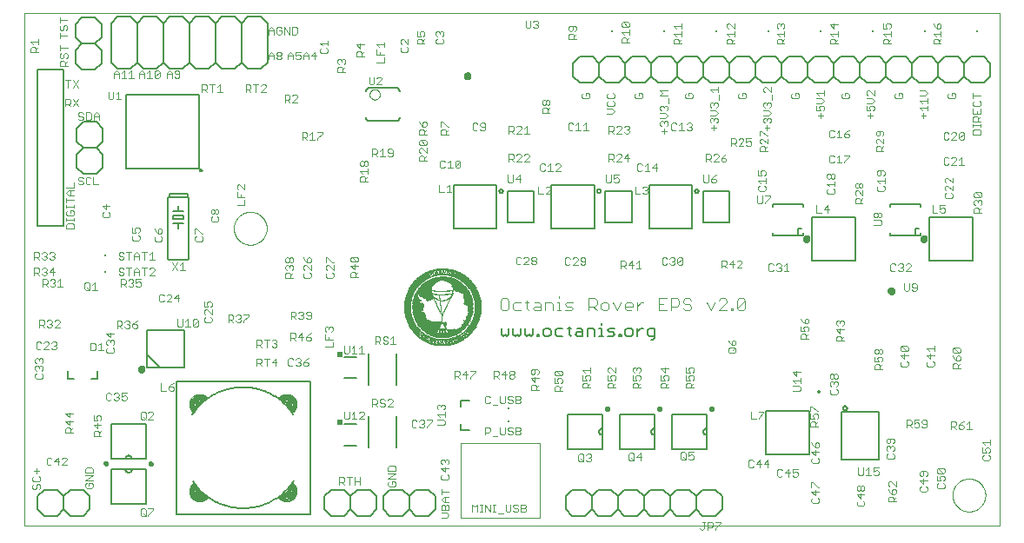
<source format=gto>
G75*
%MOIN*%
%OFA0B0*%
%FSLAX25Y25*%
%IPPOS*%
%LPD*%
%AMOC8*
5,1,8,0,0,1.08239X$1,22.5*
%
%ADD10C,0.00000*%
%ADD11C,0.00300*%
%ADD12C,0.00400*%
%ADD13R,0.03400X0.00100*%
%ADD14R,0.04800X0.00100*%
%ADD15R,0.05900X0.00100*%
%ADD16R,0.06800X0.00100*%
%ADD17R,0.07600X0.00100*%
%ADD18R,0.00100X0.00100*%
%ADD19R,0.00900X0.00100*%
%ADD20R,0.03200X0.00100*%
%ADD21R,0.03000X0.00100*%
%ADD22R,0.00400X0.00100*%
%ADD23R,0.00700X0.00100*%
%ADD24R,0.00500X0.00100*%
%ADD25R,0.02700X0.00100*%
%ADD26R,0.02300X0.00100*%
%ADD27R,0.00200X0.00100*%
%ADD28R,0.00600X0.00100*%
%ADD29R,0.02400X0.00100*%
%ADD30R,0.02200X0.00100*%
%ADD31R,0.02600X0.00100*%
%ADD32R,0.00300X0.00100*%
%ADD33R,0.01900X0.00100*%
%ADD34R,0.01800X0.00100*%
%ADD35R,0.00800X0.00100*%
%ADD36R,0.02000X0.00100*%
%ADD37R,0.01500X0.00100*%
%ADD38R,0.01600X0.00100*%
%ADD39R,0.01400X0.00100*%
%ADD40R,0.01100X0.00100*%
%ADD41R,0.01700X0.00100*%
%ADD42R,0.01300X0.00100*%
%ADD43R,0.01200X0.00100*%
%ADD44R,0.03700X0.00100*%
%ADD45R,0.05500X0.00100*%
%ADD46R,0.01000X0.00100*%
%ADD47R,0.08000X0.00100*%
%ADD48R,0.02100X0.00100*%
%ADD49R,0.02900X0.00100*%
%ADD50R,0.04200X0.00100*%
%ADD51R,0.05200X0.00100*%
%ADD52R,0.06000X0.00100*%
%ADD53R,0.06700X0.00100*%
%ADD54R,0.07400X0.00100*%
%ADD55R,0.08500X0.00100*%
%ADD56R,0.09000X0.00100*%
%ADD57R,0.09500X0.00100*%
%ADD58R,0.09900X0.00100*%
%ADD59R,0.10300X0.00100*%
%ADD60R,0.10700X0.00100*%
%ADD61R,0.11100X0.00100*%
%ADD62R,0.11500X0.00100*%
%ADD63R,0.11800X0.00100*%
%ADD64R,0.12200X0.00100*%
%ADD65R,0.12500X0.00100*%
%ADD66R,0.04100X0.00100*%
%ADD67R,0.08600X0.00100*%
%ADD68R,0.04500X0.00100*%
%ADD69R,0.04400X0.00100*%
%ADD70R,0.04600X0.00100*%
%ADD71R,0.04900X0.00100*%
%ADD72R,0.05100X0.00100*%
%ADD73R,0.05000X0.00100*%
%ADD74R,0.03500X0.00100*%
%ADD75R,0.05400X0.00100*%
%ADD76R,0.05600X0.00100*%
%ADD77R,0.05800X0.00100*%
%ADD78R,0.02800X0.00100*%
%ADD79R,0.06100X0.00100*%
%ADD80R,0.03300X0.00100*%
%ADD81R,0.06300X0.00100*%
%ADD82R,0.06400X0.00100*%
%ADD83R,0.06600X0.00100*%
%ADD84R,0.06900X0.00100*%
%ADD85R,0.07100X0.00100*%
%ADD86R,0.03100X0.00100*%
%ADD87R,0.07200X0.00100*%
%ADD88R,0.02500X0.00100*%
%ADD89R,0.07700X0.00100*%
%ADD90R,0.07900X0.00100*%
%ADD91R,0.08100X0.00100*%
%ADD92R,0.08200X0.00100*%
%ADD93R,0.08300X0.00100*%
%ADD94R,0.08400X0.00100*%
%ADD95R,0.08800X0.00100*%
%ADD96R,0.09200X0.00100*%
%ADD97R,0.09300X0.00100*%
%ADD98R,0.09400X0.00100*%
%ADD99R,0.09600X0.00100*%
%ADD100R,0.11300X0.00100*%
%ADD101R,0.11400X0.00100*%
%ADD102R,0.10500X0.00100*%
%ADD103R,0.10100X0.00100*%
%ADD104R,0.10200X0.00100*%
%ADD105R,0.06500X0.00100*%
%ADD106R,0.06200X0.00100*%
%ADD107R,0.04700X0.00100*%
%ADD108R,0.03900X0.00100*%
%ADD109R,0.03600X0.00100*%
%ADD110R,0.04000X0.00100*%
%ADD111R,0.04300X0.00100*%
%ADD112R,0.05300X0.00100*%
%ADD113R,0.07000X0.00100*%
%ADD114R,0.05700X0.00100*%
%ADD115R,0.03800X0.00100*%
%ADD116C,0.01200*%
%ADD117C,0.00700*%
%ADD118C,0.00600*%
%ADD119C,0.00200*%
%ADD120C,0.00500*%
%ADD121R,0.00984X0.00984*%
%ADD122R,0.02000X0.02000*%
%ADD123C,0.00591*%
%ADD124C,0.00800*%
%ADD125C,0.00787*%
%ADD126C,0.01000*%
D10*
X0021985Y0025808D02*
X0021985Y0222658D01*
X0396000Y0222658D01*
X0396000Y0025808D01*
X0021985Y0025808D01*
X0102300Y0139981D02*
X0102302Y0140139D01*
X0102308Y0140297D01*
X0102318Y0140455D01*
X0102332Y0140613D01*
X0102350Y0140770D01*
X0102371Y0140927D01*
X0102397Y0141083D01*
X0102427Y0141239D01*
X0102460Y0141394D01*
X0102498Y0141547D01*
X0102539Y0141700D01*
X0102584Y0141852D01*
X0102633Y0142003D01*
X0102686Y0142152D01*
X0102742Y0142300D01*
X0102802Y0142446D01*
X0102866Y0142591D01*
X0102934Y0142734D01*
X0103005Y0142876D01*
X0103079Y0143016D01*
X0103157Y0143153D01*
X0103239Y0143289D01*
X0103323Y0143423D01*
X0103412Y0143554D01*
X0103503Y0143683D01*
X0103598Y0143810D01*
X0103695Y0143935D01*
X0103796Y0144057D01*
X0103900Y0144176D01*
X0104007Y0144293D01*
X0104117Y0144407D01*
X0104230Y0144518D01*
X0104345Y0144627D01*
X0104463Y0144732D01*
X0104584Y0144834D01*
X0104707Y0144934D01*
X0104833Y0145030D01*
X0104961Y0145123D01*
X0105091Y0145213D01*
X0105224Y0145299D01*
X0105359Y0145383D01*
X0105495Y0145462D01*
X0105634Y0145539D01*
X0105775Y0145611D01*
X0105917Y0145681D01*
X0106061Y0145746D01*
X0106207Y0145808D01*
X0106354Y0145866D01*
X0106503Y0145921D01*
X0106653Y0145972D01*
X0106804Y0146019D01*
X0106956Y0146062D01*
X0107109Y0146101D01*
X0107264Y0146137D01*
X0107419Y0146168D01*
X0107575Y0146196D01*
X0107731Y0146220D01*
X0107888Y0146240D01*
X0108046Y0146256D01*
X0108203Y0146268D01*
X0108362Y0146276D01*
X0108520Y0146280D01*
X0108678Y0146280D01*
X0108836Y0146276D01*
X0108995Y0146268D01*
X0109152Y0146256D01*
X0109310Y0146240D01*
X0109467Y0146220D01*
X0109623Y0146196D01*
X0109779Y0146168D01*
X0109934Y0146137D01*
X0110089Y0146101D01*
X0110242Y0146062D01*
X0110394Y0146019D01*
X0110545Y0145972D01*
X0110695Y0145921D01*
X0110844Y0145866D01*
X0110991Y0145808D01*
X0111137Y0145746D01*
X0111281Y0145681D01*
X0111423Y0145611D01*
X0111564Y0145539D01*
X0111703Y0145462D01*
X0111839Y0145383D01*
X0111974Y0145299D01*
X0112107Y0145213D01*
X0112237Y0145123D01*
X0112365Y0145030D01*
X0112491Y0144934D01*
X0112614Y0144834D01*
X0112735Y0144732D01*
X0112853Y0144627D01*
X0112968Y0144518D01*
X0113081Y0144407D01*
X0113191Y0144293D01*
X0113298Y0144176D01*
X0113402Y0144057D01*
X0113503Y0143935D01*
X0113600Y0143810D01*
X0113695Y0143683D01*
X0113786Y0143554D01*
X0113875Y0143423D01*
X0113959Y0143289D01*
X0114041Y0143153D01*
X0114119Y0143016D01*
X0114193Y0142876D01*
X0114264Y0142734D01*
X0114332Y0142591D01*
X0114396Y0142446D01*
X0114456Y0142300D01*
X0114512Y0142152D01*
X0114565Y0142003D01*
X0114614Y0141852D01*
X0114659Y0141700D01*
X0114700Y0141547D01*
X0114738Y0141394D01*
X0114771Y0141239D01*
X0114801Y0141083D01*
X0114827Y0140927D01*
X0114848Y0140770D01*
X0114866Y0140613D01*
X0114880Y0140455D01*
X0114890Y0140297D01*
X0114896Y0140139D01*
X0114898Y0139981D01*
X0114896Y0139823D01*
X0114890Y0139665D01*
X0114880Y0139507D01*
X0114866Y0139349D01*
X0114848Y0139192D01*
X0114827Y0139035D01*
X0114801Y0138879D01*
X0114771Y0138723D01*
X0114738Y0138568D01*
X0114700Y0138415D01*
X0114659Y0138262D01*
X0114614Y0138110D01*
X0114565Y0137959D01*
X0114512Y0137810D01*
X0114456Y0137662D01*
X0114396Y0137516D01*
X0114332Y0137371D01*
X0114264Y0137228D01*
X0114193Y0137086D01*
X0114119Y0136946D01*
X0114041Y0136809D01*
X0113959Y0136673D01*
X0113875Y0136539D01*
X0113786Y0136408D01*
X0113695Y0136279D01*
X0113600Y0136152D01*
X0113503Y0136027D01*
X0113402Y0135905D01*
X0113298Y0135786D01*
X0113191Y0135669D01*
X0113081Y0135555D01*
X0112968Y0135444D01*
X0112853Y0135335D01*
X0112735Y0135230D01*
X0112614Y0135128D01*
X0112491Y0135028D01*
X0112365Y0134932D01*
X0112237Y0134839D01*
X0112107Y0134749D01*
X0111974Y0134663D01*
X0111839Y0134579D01*
X0111703Y0134500D01*
X0111564Y0134423D01*
X0111423Y0134351D01*
X0111281Y0134281D01*
X0111137Y0134216D01*
X0110991Y0134154D01*
X0110844Y0134096D01*
X0110695Y0134041D01*
X0110545Y0133990D01*
X0110394Y0133943D01*
X0110242Y0133900D01*
X0110089Y0133861D01*
X0109934Y0133825D01*
X0109779Y0133794D01*
X0109623Y0133766D01*
X0109467Y0133742D01*
X0109310Y0133722D01*
X0109152Y0133706D01*
X0108995Y0133694D01*
X0108836Y0133686D01*
X0108678Y0133682D01*
X0108520Y0133682D01*
X0108362Y0133686D01*
X0108203Y0133694D01*
X0108046Y0133706D01*
X0107888Y0133722D01*
X0107731Y0133742D01*
X0107575Y0133766D01*
X0107419Y0133794D01*
X0107264Y0133825D01*
X0107109Y0133861D01*
X0106956Y0133900D01*
X0106804Y0133943D01*
X0106653Y0133990D01*
X0106503Y0134041D01*
X0106354Y0134096D01*
X0106207Y0134154D01*
X0106061Y0134216D01*
X0105917Y0134281D01*
X0105775Y0134351D01*
X0105634Y0134423D01*
X0105495Y0134500D01*
X0105359Y0134579D01*
X0105224Y0134663D01*
X0105091Y0134749D01*
X0104961Y0134839D01*
X0104833Y0134932D01*
X0104707Y0135028D01*
X0104584Y0135128D01*
X0104463Y0135230D01*
X0104345Y0135335D01*
X0104230Y0135444D01*
X0104117Y0135555D01*
X0104007Y0135669D01*
X0103900Y0135786D01*
X0103796Y0135905D01*
X0103695Y0136027D01*
X0103598Y0136152D01*
X0103503Y0136279D01*
X0103412Y0136408D01*
X0103323Y0136539D01*
X0103239Y0136673D01*
X0103157Y0136809D01*
X0103079Y0136946D01*
X0103005Y0137086D01*
X0102934Y0137228D01*
X0102866Y0137371D01*
X0102802Y0137516D01*
X0102742Y0137662D01*
X0102686Y0137810D01*
X0102633Y0137959D01*
X0102584Y0138110D01*
X0102539Y0138262D01*
X0102498Y0138415D01*
X0102460Y0138568D01*
X0102427Y0138723D01*
X0102397Y0138879D01*
X0102371Y0139035D01*
X0102350Y0139192D01*
X0102332Y0139349D01*
X0102318Y0139507D01*
X0102308Y0139665D01*
X0102302Y0139823D01*
X0102300Y0139981D01*
X0377890Y0037619D02*
X0377892Y0037777D01*
X0377898Y0037935D01*
X0377908Y0038093D01*
X0377922Y0038251D01*
X0377940Y0038408D01*
X0377961Y0038565D01*
X0377987Y0038721D01*
X0378017Y0038877D01*
X0378050Y0039032D01*
X0378088Y0039185D01*
X0378129Y0039338D01*
X0378174Y0039490D01*
X0378223Y0039641D01*
X0378276Y0039790D01*
X0378332Y0039938D01*
X0378392Y0040084D01*
X0378456Y0040229D01*
X0378524Y0040372D01*
X0378595Y0040514D01*
X0378669Y0040654D01*
X0378747Y0040791D01*
X0378829Y0040927D01*
X0378913Y0041061D01*
X0379002Y0041192D01*
X0379093Y0041321D01*
X0379188Y0041448D01*
X0379285Y0041573D01*
X0379386Y0041695D01*
X0379490Y0041814D01*
X0379597Y0041931D01*
X0379707Y0042045D01*
X0379820Y0042156D01*
X0379935Y0042265D01*
X0380053Y0042370D01*
X0380174Y0042472D01*
X0380297Y0042572D01*
X0380423Y0042668D01*
X0380551Y0042761D01*
X0380681Y0042851D01*
X0380814Y0042937D01*
X0380949Y0043021D01*
X0381085Y0043100D01*
X0381224Y0043177D01*
X0381365Y0043249D01*
X0381507Y0043319D01*
X0381651Y0043384D01*
X0381797Y0043446D01*
X0381944Y0043504D01*
X0382093Y0043559D01*
X0382243Y0043610D01*
X0382394Y0043657D01*
X0382546Y0043700D01*
X0382699Y0043739D01*
X0382854Y0043775D01*
X0383009Y0043806D01*
X0383165Y0043834D01*
X0383321Y0043858D01*
X0383478Y0043878D01*
X0383636Y0043894D01*
X0383793Y0043906D01*
X0383952Y0043914D01*
X0384110Y0043918D01*
X0384268Y0043918D01*
X0384426Y0043914D01*
X0384585Y0043906D01*
X0384742Y0043894D01*
X0384900Y0043878D01*
X0385057Y0043858D01*
X0385213Y0043834D01*
X0385369Y0043806D01*
X0385524Y0043775D01*
X0385679Y0043739D01*
X0385832Y0043700D01*
X0385984Y0043657D01*
X0386135Y0043610D01*
X0386285Y0043559D01*
X0386434Y0043504D01*
X0386581Y0043446D01*
X0386727Y0043384D01*
X0386871Y0043319D01*
X0387013Y0043249D01*
X0387154Y0043177D01*
X0387293Y0043100D01*
X0387429Y0043021D01*
X0387564Y0042937D01*
X0387697Y0042851D01*
X0387827Y0042761D01*
X0387955Y0042668D01*
X0388081Y0042572D01*
X0388204Y0042472D01*
X0388325Y0042370D01*
X0388443Y0042265D01*
X0388558Y0042156D01*
X0388671Y0042045D01*
X0388781Y0041931D01*
X0388888Y0041814D01*
X0388992Y0041695D01*
X0389093Y0041573D01*
X0389190Y0041448D01*
X0389285Y0041321D01*
X0389376Y0041192D01*
X0389465Y0041061D01*
X0389549Y0040927D01*
X0389631Y0040791D01*
X0389709Y0040654D01*
X0389783Y0040514D01*
X0389854Y0040372D01*
X0389922Y0040229D01*
X0389986Y0040084D01*
X0390046Y0039938D01*
X0390102Y0039790D01*
X0390155Y0039641D01*
X0390204Y0039490D01*
X0390249Y0039338D01*
X0390290Y0039185D01*
X0390328Y0039032D01*
X0390361Y0038877D01*
X0390391Y0038721D01*
X0390417Y0038565D01*
X0390438Y0038408D01*
X0390456Y0038251D01*
X0390470Y0038093D01*
X0390480Y0037935D01*
X0390486Y0037777D01*
X0390488Y0037619D01*
X0390486Y0037461D01*
X0390480Y0037303D01*
X0390470Y0037145D01*
X0390456Y0036987D01*
X0390438Y0036830D01*
X0390417Y0036673D01*
X0390391Y0036517D01*
X0390361Y0036361D01*
X0390328Y0036206D01*
X0390290Y0036053D01*
X0390249Y0035900D01*
X0390204Y0035748D01*
X0390155Y0035597D01*
X0390102Y0035448D01*
X0390046Y0035300D01*
X0389986Y0035154D01*
X0389922Y0035009D01*
X0389854Y0034866D01*
X0389783Y0034724D01*
X0389709Y0034584D01*
X0389631Y0034447D01*
X0389549Y0034311D01*
X0389465Y0034177D01*
X0389376Y0034046D01*
X0389285Y0033917D01*
X0389190Y0033790D01*
X0389093Y0033665D01*
X0388992Y0033543D01*
X0388888Y0033424D01*
X0388781Y0033307D01*
X0388671Y0033193D01*
X0388558Y0033082D01*
X0388443Y0032973D01*
X0388325Y0032868D01*
X0388204Y0032766D01*
X0388081Y0032666D01*
X0387955Y0032570D01*
X0387827Y0032477D01*
X0387697Y0032387D01*
X0387564Y0032301D01*
X0387429Y0032217D01*
X0387293Y0032138D01*
X0387154Y0032061D01*
X0387013Y0031989D01*
X0386871Y0031919D01*
X0386727Y0031854D01*
X0386581Y0031792D01*
X0386434Y0031734D01*
X0386285Y0031679D01*
X0386135Y0031628D01*
X0385984Y0031581D01*
X0385832Y0031538D01*
X0385679Y0031499D01*
X0385524Y0031463D01*
X0385369Y0031432D01*
X0385213Y0031404D01*
X0385057Y0031380D01*
X0384900Y0031360D01*
X0384742Y0031344D01*
X0384585Y0031332D01*
X0384426Y0031324D01*
X0384268Y0031320D01*
X0384110Y0031320D01*
X0383952Y0031324D01*
X0383793Y0031332D01*
X0383636Y0031344D01*
X0383478Y0031360D01*
X0383321Y0031380D01*
X0383165Y0031404D01*
X0383009Y0031432D01*
X0382854Y0031463D01*
X0382699Y0031499D01*
X0382546Y0031538D01*
X0382394Y0031581D01*
X0382243Y0031628D01*
X0382093Y0031679D01*
X0381944Y0031734D01*
X0381797Y0031792D01*
X0381651Y0031854D01*
X0381507Y0031919D01*
X0381365Y0031989D01*
X0381224Y0032061D01*
X0381085Y0032138D01*
X0380949Y0032217D01*
X0380814Y0032301D01*
X0380681Y0032387D01*
X0380551Y0032477D01*
X0380423Y0032570D01*
X0380297Y0032666D01*
X0380174Y0032766D01*
X0380053Y0032868D01*
X0379935Y0032973D01*
X0379820Y0033082D01*
X0379707Y0033193D01*
X0379597Y0033307D01*
X0379490Y0033424D01*
X0379386Y0033543D01*
X0379285Y0033665D01*
X0379188Y0033790D01*
X0379093Y0033917D01*
X0379002Y0034046D01*
X0378913Y0034177D01*
X0378829Y0034311D01*
X0378747Y0034447D01*
X0378669Y0034584D01*
X0378595Y0034724D01*
X0378524Y0034866D01*
X0378456Y0035009D01*
X0378392Y0035154D01*
X0378332Y0035300D01*
X0378276Y0035448D01*
X0378223Y0035597D01*
X0378174Y0035748D01*
X0378129Y0035900D01*
X0378088Y0036053D01*
X0378050Y0036206D01*
X0378017Y0036361D01*
X0377987Y0036517D01*
X0377961Y0036673D01*
X0377940Y0036830D01*
X0377922Y0036987D01*
X0377908Y0037145D01*
X0377898Y0037303D01*
X0377892Y0037461D01*
X0377890Y0037619D01*
D11*
X0374842Y0040657D02*
X0374842Y0041625D01*
X0374358Y0042108D01*
X0374358Y0043120D02*
X0374842Y0043604D01*
X0374842Y0044571D01*
X0374358Y0045055D01*
X0373391Y0045055D01*
X0372907Y0044571D01*
X0372907Y0044087D01*
X0373391Y0043120D01*
X0371939Y0043120D01*
X0371939Y0045055D01*
X0372423Y0046066D02*
X0371939Y0046550D01*
X0371939Y0047518D01*
X0372423Y0048001D01*
X0374358Y0046066D01*
X0374842Y0046550D01*
X0374842Y0047518D01*
X0374358Y0048001D01*
X0372423Y0048001D01*
X0372423Y0046066D02*
X0374358Y0046066D01*
X0372423Y0042108D02*
X0371939Y0041625D01*
X0371939Y0040657D01*
X0372423Y0040173D01*
X0374358Y0040173D01*
X0374842Y0040657D01*
X0368226Y0040425D02*
X0367742Y0040908D01*
X0368226Y0040425D02*
X0368226Y0039457D01*
X0367742Y0038973D01*
X0365807Y0038973D01*
X0365324Y0039457D01*
X0365324Y0040425D01*
X0365807Y0040908D01*
X0366775Y0041920D02*
X0366775Y0043855D01*
X0366291Y0044866D02*
X0366775Y0045350D01*
X0366775Y0046801D01*
X0367742Y0046801D02*
X0365807Y0046801D01*
X0365324Y0046318D01*
X0365324Y0045350D01*
X0365807Y0044866D01*
X0366291Y0044866D01*
X0367742Y0044866D02*
X0368226Y0045350D01*
X0368226Y0046318D01*
X0367742Y0046801D01*
X0368226Y0043371D02*
X0365324Y0043371D01*
X0366775Y0041920D01*
X0356205Y0040985D02*
X0354270Y0042920D01*
X0353786Y0042920D01*
X0353302Y0042436D01*
X0353302Y0041469D01*
X0353786Y0040985D01*
X0353302Y0039974D02*
X0353786Y0039006D01*
X0354754Y0038039D01*
X0354754Y0039490D01*
X0355237Y0039974D01*
X0355721Y0039974D01*
X0356205Y0039490D01*
X0356205Y0038522D01*
X0355721Y0038039D01*
X0354754Y0038039D01*
X0354754Y0037027D02*
X0355237Y0036543D01*
X0355237Y0035092D01*
X0355237Y0036060D02*
X0356205Y0037027D01*
X0354754Y0037027D02*
X0353786Y0037027D01*
X0353302Y0036543D01*
X0353302Y0035092D01*
X0356205Y0035092D01*
X0356205Y0040985D02*
X0356205Y0042920D01*
X0349507Y0045662D02*
X0349023Y0045178D01*
X0348056Y0045178D01*
X0347572Y0045662D01*
X0347572Y0046629D02*
X0348539Y0047113D01*
X0349023Y0047113D01*
X0349507Y0046629D01*
X0349507Y0045662D01*
X0347572Y0046629D02*
X0347572Y0048081D01*
X0349507Y0048081D01*
X0345593Y0048081D02*
X0345593Y0045178D01*
X0346560Y0045178D02*
X0344625Y0045178D01*
X0343614Y0045662D02*
X0343614Y0048081D01*
X0344625Y0047113D02*
X0345593Y0048081D01*
X0343614Y0045662D02*
X0343130Y0045178D01*
X0342163Y0045178D01*
X0341679Y0045662D01*
X0341679Y0048081D01*
X0341681Y0041246D02*
X0342164Y0041246D01*
X0342648Y0040762D01*
X0342648Y0039795D01*
X0342164Y0039311D01*
X0341681Y0039311D01*
X0341197Y0039795D01*
X0341197Y0040762D01*
X0341681Y0041246D01*
X0342648Y0040762D02*
X0343132Y0041246D01*
X0343616Y0041246D01*
X0344099Y0040762D01*
X0344099Y0039795D01*
X0343616Y0039311D01*
X0343132Y0039311D01*
X0342648Y0039795D01*
X0342648Y0038300D02*
X0342648Y0036365D01*
X0341197Y0037816D01*
X0344099Y0037816D01*
X0343616Y0035353D02*
X0344099Y0034869D01*
X0344099Y0033902D01*
X0343616Y0033418D01*
X0341681Y0033418D01*
X0341197Y0033902D01*
X0341197Y0034869D01*
X0341681Y0035353D01*
X0326684Y0035102D02*
X0326684Y0036069D01*
X0326200Y0036553D01*
X0325232Y0037565D02*
X0325232Y0039500D01*
X0326200Y0040511D02*
X0326684Y0040511D01*
X0326200Y0040511D02*
X0324265Y0042446D01*
X0323781Y0042446D01*
X0323781Y0040511D01*
X0323781Y0039016D02*
X0325232Y0037565D01*
X0324265Y0036553D02*
X0323781Y0036069D01*
X0323781Y0035102D01*
X0324265Y0034618D01*
X0326200Y0034618D01*
X0326684Y0035102D01*
X0326684Y0039016D02*
X0323781Y0039016D01*
X0318005Y0044732D02*
X0317037Y0044732D01*
X0316554Y0045216D01*
X0316554Y0046184D02*
X0317521Y0046667D01*
X0318005Y0046667D01*
X0318489Y0046184D01*
X0318489Y0045216D01*
X0318005Y0044732D01*
X0316554Y0046184D02*
X0316554Y0047635D01*
X0318489Y0047635D01*
X0315542Y0046184D02*
X0313607Y0046184D01*
X0315058Y0047635D01*
X0315058Y0044732D01*
X0312596Y0045216D02*
X0312112Y0044732D01*
X0311144Y0044732D01*
X0310661Y0045216D01*
X0310661Y0047151D01*
X0311144Y0047635D01*
X0312112Y0047635D01*
X0312596Y0047151D01*
X0307441Y0049678D02*
X0305507Y0049678D01*
X0306958Y0051129D01*
X0306958Y0048227D01*
X0304495Y0049678D02*
X0302560Y0049678D01*
X0304011Y0051129D01*
X0304011Y0048227D01*
X0301548Y0048711D02*
X0301065Y0048227D01*
X0300097Y0048227D01*
X0299613Y0048711D01*
X0299613Y0050646D01*
X0300097Y0051129D01*
X0301065Y0051129D01*
X0301548Y0050646D01*
X0323732Y0050441D02*
X0324216Y0049958D01*
X0326151Y0049958D01*
X0326635Y0050441D01*
X0326635Y0051409D01*
X0326151Y0051893D01*
X0325184Y0052904D02*
X0325184Y0054839D01*
X0325184Y0055851D02*
X0325184Y0057302D01*
X0325667Y0057786D01*
X0326151Y0057786D01*
X0326635Y0057302D01*
X0326635Y0056334D01*
X0326151Y0055851D01*
X0325184Y0055851D01*
X0324216Y0056818D01*
X0323732Y0057786D01*
X0323732Y0054355D02*
X0325184Y0052904D01*
X0324216Y0051893D02*
X0323732Y0051409D01*
X0323732Y0050441D01*
X0323732Y0054355D02*
X0326635Y0054355D01*
X0326347Y0063876D02*
X0323444Y0063876D01*
X0323444Y0065328D01*
X0323928Y0065811D01*
X0324895Y0065811D01*
X0325379Y0065328D01*
X0325379Y0063876D01*
X0325379Y0064844D02*
X0326347Y0065811D01*
X0325863Y0066823D02*
X0326347Y0067307D01*
X0326347Y0068274D01*
X0325863Y0068758D01*
X0324895Y0068758D01*
X0324412Y0068274D01*
X0324412Y0067790D01*
X0324895Y0066823D01*
X0323444Y0066823D01*
X0323444Y0068758D01*
X0323444Y0069769D02*
X0323444Y0071704D01*
X0323928Y0071704D01*
X0325863Y0069769D01*
X0326347Y0069769D01*
X0331416Y0076358D02*
X0333351Y0076358D01*
X0333835Y0076841D01*
X0333835Y0077809D01*
X0333351Y0078293D01*
X0333351Y0079304D02*
X0333835Y0079788D01*
X0333835Y0080755D01*
X0333351Y0081239D01*
X0332867Y0081239D01*
X0332384Y0080755D01*
X0332384Y0080272D01*
X0332384Y0080755D02*
X0331900Y0081239D01*
X0331416Y0081239D01*
X0330932Y0080755D01*
X0330932Y0079788D01*
X0331416Y0079304D01*
X0331416Y0078293D02*
X0330932Y0077809D01*
X0330932Y0076841D01*
X0331416Y0076358D01*
X0331416Y0082251D02*
X0331900Y0082251D01*
X0332384Y0082734D01*
X0332384Y0083702D01*
X0332867Y0084186D01*
X0333351Y0084186D01*
X0333835Y0083702D01*
X0333835Y0082734D01*
X0333351Y0082251D01*
X0332867Y0082251D01*
X0332384Y0082734D01*
X0332384Y0083702D02*
X0331900Y0084186D01*
X0331416Y0084186D01*
X0330932Y0083702D01*
X0330932Y0082734D01*
X0331416Y0082251D01*
X0348102Y0085858D02*
X0348102Y0087309D01*
X0348586Y0087793D01*
X0349554Y0087793D01*
X0350037Y0087309D01*
X0350037Y0085858D01*
X0350037Y0086825D02*
X0351005Y0087793D01*
X0350521Y0088804D02*
X0351005Y0089288D01*
X0351005Y0090255D01*
X0350521Y0090739D01*
X0349554Y0090739D01*
X0349070Y0090255D01*
X0349070Y0089772D01*
X0349554Y0088804D01*
X0348102Y0088804D01*
X0348102Y0090739D01*
X0348586Y0091751D02*
X0348102Y0092234D01*
X0348102Y0093202D01*
X0348586Y0093686D01*
X0349070Y0093686D01*
X0349554Y0093202D01*
X0349554Y0092234D01*
X0349070Y0091751D01*
X0348586Y0091751D01*
X0349554Y0092234D02*
X0350037Y0091751D01*
X0350521Y0091751D01*
X0351005Y0092234D01*
X0351005Y0093202D01*
X0350521Y0093686D01*
X0350037Y0093686D01*
X0349554Y0093202D01*
X0357945Y0093356D02*
X0357945Y0094323D01*
X0358429Y0094807D01*
X0360364Y0092872D01*
X0360847Y0093356D01*
X0360847Y0094323D01*
X0360364Y0094807D01*
X0358429Y0094807D01*
X0357945Y0093356D02*
X0358429Y0092872D01*
X0360364Y0092872D01*
X0359396Y0091860D02*
X0359396Y0089925D01*
X0357945Y0091377D01*
X0360847Y0091377D01*
X0360364Y0088914D02*
X0360847Y0088430D01*
X0360847Y0087463D01*
X0360364Y0086979D01*
X0358429Y0086979D01*
X0357945Y0087463D01*
X0357945Y0088430D01*
X0358429Y0088914D01*
X0351005Y0085858D02*
X0348102Y0085858D01*
X0336235Y0096758D02*
X0333332Y0096758D01*
X0333332Y0098209D01*
X0333816Y0098693D01*
X0334784Y0098693D01*
X0335267Y0098209D01*
X0335267Y0096758D01*
X0335267Y0097725D02*
X0336235Y0098693D01*
X0334784Y0099704D02*
X0334784Y0101639D01*
X0335751Y0102651D02*
X0336235Y0103134D01*
X0336235Y0104102D01*
X0335751Y0104586D01*
X0335267Y0104586D01*
X0334784Y0104102D01*
X0334784Y0103618D01*
X0334784Y0104102D02*
X0334300Y0104586D01*
X0333816Y0104586D01*
X0333332Y0104102D01*
X0333332Y0103134D01*
X0333816Y0102651D01*
X0333332Y0101155D02*
X0334784Y0099704D01*
X0336235Y0101155D02*
X0333332Y0101155D01*
X0322635Y0100948D02*
X0322151Y0100465D01*
X0322635Y0100948D02*
X0322635Y0101916D01*
X0322151Y0102400D01*
X0321184Y0102400D01*
X0320700Y0101916D01*
X0320700Y0101432D01*
X0321184Y0100465D01*
X0319732Y0100465D01*
X0319732Y0102400D01*
X0321184Y0103411D02*
X0321184Y0104862D01*
X0321667Y0105346D01*
X0322151Y0105346D01*
X0322635Y0104862D01*
X0322635Y0103895D01*
X0322151Y0103411D01*
X0321184Y0103411D01*
X0320216Y0104379D01*
X0319732Y0105346D01*
X0320216Y0099453D02*
X0321184Y0099453D01*
X0321667Y0098969D01*
X0321667Y0097518D01*
X0321667Y0098485D02*
X0322635Y0099453D01*
X0322635Y0097518D02*
X0319732Y0097518D01*
X0319732Y0098969D01*
X0320216Y0099453D01*
X0294735Y0096562D02*
X0294251Y0097046D01*
X0293767Y0097046D01*
X0293284Y0096562D01*
X0293284Y0095111D01*
X0294251Y0095111D01*
X0294735Y0095595D01*
X0294735Y0096562D01*
X0293284Y0095111D02*
X0292316Y0096079D01*
X0291832Y0097046D01*
X0292316Y0094100D02*
X0294251Y0094100D01*
X0294735Y0093616D01*
X0294735Y0092648D01*
X0294251Y0092165D01*
X0292316Y0092165D01*
X0291832Y0092648D01*
X0291832Y0093616D01*
X0292316Y0094100D01*
X0293767Y0093132D02*
X0294735Y0094100D01*
X0278635Y0086102D02*
X0278635Y0085134D01*
X0278151Y0084651D01*
X0277184Y0084651D02*
X0276700Y0085618D01*
X0276700Y0086102D01*
X0277184Y0086586D01*
X0278151Y0086586D01*
X0278635Y0086102D01*
X0277184Y0084651D02*
X0275732Y0084651D01*
X0275732Y0086586D01*
X0275732Y0083639D02*
X0275732Y0081704D01*
X0277184Y0081704D01*
X0276700Y0082672D01*
X0276700Y0083155D01*
X0277184Y0083639D01*
X0278151Y0083639D01*
X0278635Y0083155D01*
X0278635Y0082188D01*
X0278151Y0081704D01*
X0278635Y0080693D02*
X0277667Y0079725D01*
X0277667Y0080209D02*
X0277667Y0078758D01*
X0278635Y0078758D02*
X0275732Y0078758D01*
X0275732Y0080209D01*
X0276216Y0080693D01*
X0277184Y0080693D01*
X0277667Y0080209D01*
X0269035Y0080693D02*
X0268067Y0079725D01*
X0268067Y0080209D02*
X0268067Y0078758D01*
X0269035Y0078758D02*
X0266132Y0078758D01*
X0266132Y0080209D01*
X0266616Y0080693D01*
X0267584Y0080693D01*
X0268067Y0080209D01*
X0267584Y0081704D02*
X0267100Y0082672D01*
X0267100Y0083155D01*
X0267584Y0083639D01*
X0268551Y0083639D01*
X0269035Y0083155D01*
X0269035Y0082188D01*
X0268551Y0081704D01*
X0267584Y0081704D02*
X0266132Y0081704D01*
X0266132Y0083639D01*
X0267584Y0084651D02*
X0266132Y0086102D01*
X0269035Y0086102D01*
X0267584Y0086586D02*
X0267584Y0084651D01*
X0258235Y0085134D02*
X0257751Y0084651D01*
X0258235Y0085134D02*
X0258235Y0086102D01*
X0257751Y0086586D01*
X0257267Y0086586D01*
X0256784Y0086102D01*
X0256784Y0085618D01*
X0256784Y0086102D02*
X0256300Y0086586D01*
X0255816Y0086586D01*
X0255332Y0086102D01*
X0255332Y0085134D01*
X0255816Y0084651D01*
X0255332Y0083639D02*
X0255332Y0081704D01*
X0256784Y0081704D01*
X0256300Y0082672D01*
X0256300Y0083155D01*
X0256784Y0083639D01*
X0257751Y0083639D01*
X0258235Y0083155D01*
X0258235Y0082188D01*
X0257751Y0081704D01*
X0258235Y0080693D02*
X0257267Y0079725D01*
X0257267Y0080209D02*
X0257267Y0078758D01*
X0258235Y0078758D02*
X0255332Y0078758D01*
X0255332Y0080209D01*
X0255816Y0080693D01*
X0256784Y0080693D01*
X0257267Y0080209D01*
X0248635Y0080693D02*
X0247667Y0079725D01*
X0247667Y0080209D02*
X0247667Y0078758D01*
X0248635Y0078758D02*
X0245732Y0078758D01*
X0245732Y0080209D01*
X0246216Y0080693D01*
X0247184Y0080693D01*
X0247667Y0080209D01*
X0247184Y0081704D02*
X0246700Y0082672D01*
X0246700Y0083155D01*
X0247184Y0083639D01*
X0248151Y0083639D01*
X0248635Y0083155D01*
X0248635Y0082188D01*
X0248151Y0081704D01*
X0247184Y0081704D02*
X0245732Y0081704D01*
X0245732Y0083639D01*
X0246216Y0084651D02*
X0245732Y0085134D01*
X0245732Y0086102D01*
X0246216Y0086586D01*
X0246700Y0086586D01*
X0248635Y0084651D01*
X0248635Y0086586D01*
X0239035Y0086586D02*
X0239035Y0084651D01*
X0239035Y0085618D02*
X0236132Y0085618D01*
X0237100Y0084651D01*
X0237584Y0083639D02*
X0238551Y0083639D01*
X0239035Y0083155D01*
X0239035Y0082188D01*
X0238551Y0081704D01*
X0237584Y0081704D02*
X0237100Y0082672D01*
X0237100Y0083155D01*
X0237584Y0083639D01*
X0236132Y0083639D02*
X0236132Y0081704D01*
X0237584Y0081704D01*
X0237584Y0080693D02*
X0238067Y0080209D01*
X0238067Y0078758D01*
X0238067Y0079725D02*
X0239035Y0080693D01*
X0237584Y0080693D02*
X0236616Y0080693D01*
X0236132Y0080209D01*
X0236132Y0078758D01*
X0239035Y0078758D01*
X0228235Y0079493D02*
X0227267Y0078525D01*
X0227267Y0079009D02*
X0227267Y0077558D01*
X0228235Y0077558D02*
X0225332Y0077558D01*
X0225332Y0079009D01*
X0225816Y0079493D01*
X0226784Y0079493D01*
X0227267Y0079009D01*
X0226784Y0080504D02*
X0225332Y0080504D01*
X0225332Y0082439D01*
X0226300Y0081955D02*
X0226784Y0082439D01*
X0227751Y0082439D01*
X0228235Y0081955D01*
X0228235Y0080988D01*
X0227751Y0080504D01*
X0226784Y0080504D02*
X0226300Y0081472D01*
X0226300Y0081955D01*
X0225816Y0083451D02*
X0225332Y0083934D01*
X0225332Y0084902D01*
X0225816Y0085386D01*
X0227751Y0083451D01*
X0228235Y0083934D01*
X0228235Y0084902D01*
X0227751Y0085386D01*
X0225816Y0085386D01*
X0225816Y0083451D02*
X0227751Y0083451D01*
X0219135Y0084434D02*
X0219135Y0085402D01*
X0218651Y0085886D01*
X0216716Y0085886D01*
X0216232Y0085402D01*
X0216232Y0084434D01*
X0216716Y0083951D01*
X0217200Y0083951D01*
X0217684Y0084434D01*
X0217684Y0085886D01*
X0219135Y0084434D02*
X0218651Y0083951D01*
X0217684Y0082939D02*
X0217684Y0081004D01*
X0216232Y0082455D01*
X0219135Y0082455D01*
X0219135Y0079993D02*
X0218167Y0079025D01*
X0218167Y0079509D02*
X0218167Y0078058D01*
X0219135Y0078058D02*
X0216232Y0078058D01*
X0216232Y0079509D01*
X0216716Y0079993D01*
X0217684Y0079993D01*
X0218167Y0079509D01*
X0212256Y0075176D02*
X0212256Y0074693D01*
X0211772Y0074209D01*
X0210321Y0074209D01*
X0209309Y0073725D02*
X0209309Y0073241D01*
X0208826Y0072758D01*
X0207858Y0072758D01*
X0207374Y0073241D01*
X0206363Y0073241D02*
X0206363Y0075660D01*
X0207374Y0075176D02*
X0207374Y0074693D01*
X0207858Y0074209D01*
X0208826Y0074209D01*
X0209309Y0073725D01*
X0210321Y0072758D02*
X0211772Y0072758D01*
X0212256Y0073241D01*
X0212256Y0073725D01*
X0211772Y0074209D01*
X0212256Y0075176D02*
X0211772Y0075660D01*
X0210321Y0075660D01*
X0210321Y0072758D01*
X0209309Y0075176D02*
X0208826Y0075660D01*
X0207858Y0075660D01*
X0207374Y0075176D01*
X0206363Y0073241D02*
X0205879Y0072758D01*
X0204912Y0072758D01*
X0204428Y0073241D01*
X0204428Y0075660D01*
X0200470Y0075176D02*
X0199986Y0075660D01*
X0199018Y0075660D01*
X0198535Y0075176D01*
X0198535Y0073241D01*
X0199018Y0072758D01*
X0199986Y0072758D01*
X0200470Y0073241D01*
X0201481Y0072274D02*
X0203416Y0072274D01*
X0204428Y0063660D02*
X0204428Y0061241D01*
X0204912Y0060758D01*
X0205879Y0060758D01*
X0206363Y0061241D01*
X0206363Y0063660D01*
X0207374Y0063176D02*
X0207374Y0062693D01*
X0207858Y0062209D01*
X0208826Y0062209D01*
X0209309Y0061725D01*
X0209309Y0061241D01*
X0208826Y0060758D01*
X0207858Y0060758D01*
X0207374Y0061241D01*
X0207374Y0063176D02*
X0207858Y0063660D01*
X0208826Y0063660D01*
X0209309Y0063176D01*
X0210321Y0063660D02*
X0211772Y0063660D01*
X0212256Y0063176D01*
X0212256Y0062693D01*
X0211772Y0062209D01*
X0210321Y0062209D01*
X0211772Y0062209D02*
X0212256Y0061725D01*
X0212256Y0061241D01*
X0211772Y0060758D01*
X0210321Y0060758D01*
X0210321Y0063660D01*
X0203416Y0060274D02*
X0201481Y0060274D01*
X0199986Y0061725D02*
X0198535Y0061725D01*
X0198535Y0060758D02*
X0198535Y0063660D01*
X0199986Y0063660D01*
X0200470Y0063176D01*
X0200470Y0062209D01*
X0199986Y0061725D01*
X0183135Y0065041D02*
X0183135Y0066009D01*
X0182651Y0066493D01*
X0180232Y0066493D01*
X0181200Y0067504D02*
X0180232Y0068472D01*
X0183135Y0068472D01*
X0183135Y0069439D02*
X0183135Y0067504D01*
X0183135Y0065041D02*
X0182651Y0064558D01*
X0180232Y0064558D01*
X0178323Y0065976D02*
X0176388Y0064041D01*
X0176388Y0063558D01*
X0175377Y0064041D02*
X0174893Y0063558D01*
X0173925Y0063558D01*
X0173442Y0064041D01*
X0172430Y0064041D02*
X0171946Y0063558D01*
X0170979Y0063558D01*
X0170495Y0064041D01*
X0170495Y0065976D01*
X0170979Y0066460D01*
X0171946Y0066460D01*
X0172430Y0065976D01*
X0173442Y0065976D02*
X0173925Y0066460D01*
X0174893Y0066460D01*
X0175377Y0065976D01*
X0175377Y0065493D01*
X0174893Y0065009D01*
X0175377Y0064525D01*
X0175377Y0064041D01*
X0174893Y0065009D02*
X0174409Y0065009D01*
X0176388Y0066460D02*
X0178323Y0066460D01*
X0178323Y0065976D01*
X0180716Y0070451D02*
X0180232Y0070934D01*
X0180232Y0071902D01*
X0180716Y0072386D01*
X0181200Y0072386D01*
X0181684Y0071902D01*
X0182167Y0072386D01*
X0182651Y0072386D01*
X0183135Y0071902D01*
X0183135Y0070934D01*
X0182651Y0070451D01*
X0181684Y0071418D02*
X0181684Y0071902D01*
X0186995Y0082358D02*
X0186995Y0085260D01*
X0188446Y0085260D01*
X0188930Y0084776D01*
X0188930Y0083809D01*
X0188446Y0083325D01*
X0186995Y0083325D01*
X0187963Y0083325D02*
X0188930Y0082358D01*
X0189942Y0083809D02*
X0191877Y0083809D01*
X0192888Y0082841D02*
X0192888Y0082358D01*
X0192888Y0082841D02*
X0194823Y0084776D01*
X0194823Y0085260D01*
X0192888Y0085260D01*
X0191393Y0085260D02*
X0189942Y0083809D01*
X0191393Y0082358D02*
X0191393Y0085260D01*
X0201995Y0085260D02*
X0201995Y0082358D01*
X0201995Y0083325D02*
X0203446Y0083325D01*
X0203930Y0083809D01*
X0203930Y0084776D01*
X0203446Y0085260D01*
X0201995Y0085260D01*
X0202963Y0083325D02*
X0203930Y0082358D01*
X0204942Y0083809D02*
X0206877Y0083809D01*
X0207888Y0084293D02*
X0207888Y0084776D01*
X0208372Y0085260D01*
X0209339Y0085260D01*
X0209823Y0084776D01*
X0209823Y0084293D01*
X0209339Y0083809D01*
X0208372Y0083809D01*
X0207888Y0084293D01*
X0208372Y0083809D02*
X0207888Y0083325D01*
X0207888Y0082841D01*
X0208372Y0082358D01*
X0209339Y0082358D01*
X0209823Y0082841D01*
X0209823Y0083325D01*
X0209339Y0083809D01*
X0206393Y0082358D02*
X0206393Y0085260D01*
X0204942Y0083809D01*
X0164352Y0095597D02*
X0162417Y0095597D01*
X0163384Y0095597D02*
X0163384Y0098499D01*
X0162417Y0097532D01*
X0161405Y0098016D02*
X0160921Y0098499D01*
X0159954Y0098499D01*
X0159470Y0098016D01*
X0159470Y0097532D01*
X0159954Y0097048D01*
X0160921Y0097048D01*
X0161405Y0096564D01*
X0161405Y0096081D01*
X0160921Y0095597D01*
X0159954Y0095597D01*
X0159470Y0096081D01*
X0158459Y0095597D02*
X0157491Y0096564D01*
X0157975Y0096564D02*
X0156524Y0096564D01*
X0156524Y0095597D02*
X0156524Y0098499D01*
X0157975Y0098499D01*
X0158459Y0098016D01*
X0158459Y0097048D01*
X0157975Y0096564D01*
X0151395Y0094860D02*
X0151395Y0091958D01*
X0150428Y0091958D02*
X0152363Y0091958D01*
X0150428Y0093893D02*
X0151395Y0094860D01*
X0148449Y0094860D02*
X0148449Y0091958D01*
X0149416Y0091958D02*
X0147481Y0091958D01*
X0146470Y0092441D02*
X0145986Y0091958D01*
X0145018Y0091958D01*
X0144535Y0092441D01*
X0144535Y0094860D01*
X0146470Y0094860D02*
X0146470Y0092441D01*
X0147481Y0093893D02*
X0148449Y0094860D01*
X0140135Y0094458D02*
X0140135Y0096393D01*
X0140135Y0097404D02*
X0137232Y0097404D01*
X0137232Y0099339D01*
X0137716Y0100351D02*
X0137232Y0100834D01*
X0137232Y0101802D01*
X0137716Y0102286D01*
X0138200Y0102286D01*
X0138684Y0101802D01*
X0139167Y0102286D01*
X0139651Y0102286D01*
X0140135Y0101802D01*
X0140135Y0100834D01*
X0139651Y0100351D01*
X0138684Y0101318D02*
X0138684Y0101802D01*
X0131863Y0099760D02*
X0130895Y0099276D01*
X0129928Y0098309D01*
X0131379Y0098309D01*
X0131863Y0097825D01*
X0131863Y0097341D01*
X0131379Y0096858D01*
X0130412Y0096858D01*
X0129928Y0097341D01*
X0129928Y0098309D01*
X0128916Y0098309D02*
X0126981Y0098309D01*
X0128432Y0099760D01*
X0128432Y0096858D01*
X0125970Y0096858D02*
X0125002Y0097825D01*
X0125486Y0097825D02*
X0124035Y0097825D01*
X0124035Y0096858D02*
X0124035Y0099760D01*
X0125486Y0099760D01*
X0125970Y0099276D01*
X0125970Y0098309D01*
X0125486Y0097825D01*
X0118763Y0096776D02*
X0118763Y0096293D01*
X0118279Y0095809D01*
X0118763Y0095325D01*
X0118763Y0094841D01*
X0118279Y0094358D01*
X0117312Y0094358D01*
X0116828Y0094841D01*
X0117795Y0095809D02*
X0118279Y0095809D01*
X0118763Y0096776D02*
X0118279Y0097260D01*
X0117312Y0097260D01*
X0116828Y0096776D01*
X0115816Y0097260D02*
X0113881Y0097260D01*
X0114849Y0097260D02*
X0114849Y0094358D01*
X0112870Y0094358D02*
X0111902Y0095325D01*
X0112386Y0095325D02*
X0110935Y0095325D01*
X0110935Y0094358D02*
X0110935Y0097260D01*
X0112386Y0097260D01*
X0112870Y0096776D01*
X0112870Y0095809D01*
X0112386Y0095325D01*
X0112386Y0090060D02*
X0112870Y0089576D01*
X0112870Y0088609D01*
X0112386Y0088125D01*
X0110935Y0088125D01*
X0111902Y0088125D02*
X0112870Y0087158D01*
X0110935Y0087158D02*
X0110935Y0090060D01*
X0112386Y0090060D01*
X0113881Y0090060D02*
X0115816Y0090060D01*
X0114849Y0090060D02*
X0114849Y0087158D01*
X0116828Y0088609D02*
X0118763Y0088609D01*
X0118279Y0090060D02*
X0116828Y0088609D01*
X0118279Y0087158D02*
X0118279Y0090060D01*
X0123050Y0089676D02*
X0123050Y0087741D01*
X0123534Y0087258D01*
X0124502Y0087258D01*
X0124985Y0087741D01*
X0125997Y0087741D02*
X0126481Y0087258D01*
X0127448Y0087258D01*
X0127932Y0087741D01*
X0127932Y0088225D01*
X0127448Y0088709D01*
X0126964Y0088709D01*
X0127448Y0088709D02*
X0127932Y0089193D01*
X0127932Y0089676D01*
X0127448Y0090160D01*
X0126481Y0090160D01*
X0125997Y0089676D01*
X0124985Y0089676D02*
X0124502Y0090160D01*
X0123534Y0090160D01*
X0123050Y0089676D01*
X0128944Y0088709D02*
X0130395Y0088709D01*
X0130878Y0088225D01*
X0130878Y0087741D01*
X0130395Y0087258D01*
X0129427Y0087258D01*
X0128944Y0087741D01*
X0128944Y0088709D01*
X0129911Y0089676D01*
X0130878Y0090160D01*
X0137232Y0094458D02*
X0140135Y0094458D01*
X0138684Y0097404D02*
X0138684Y0098372D01*
X0131479Y0105158D02*
X0130512Y0105158D01*
X0130028Y0105641D01*
X0129016Y0105641D02*
X0128532Y0105158D01*
X0127565Y0105158D01*
X0127081Y0105641D01*
X0126070Y0105158D02*
X0125102Y0106125D01*
X0125586Y0106125D02*
X0124135Y0106125D01*
X0124135Y0105158D02*
X0124135Y0108060D01*
X0125586Y0108060D01*
X0126070Y0107576D01*
X0126070Y0106609D01*
X0125586Y0106125D01*
X0127081Y0107576D02*
X0127565Y0108060D01*
X0128532Y0108060D01*
X0129016Y0107576D01*
X0129016Y0107093D01*
X0128532Y0106609D01*
X0129016Y0106125D01*
X0129016Y0105641D01*
X0128532Y0106609D02*
X0128049Y0106609D01*
X0130028Y0107093D02*
X0130512Y0106609D01*
X0131963Y0106609D01*
X0131963Y0107576D02*
X0131963Y0105641D01*
X0131479Y0105158D01*
X0130028Y0107093D02*
X0130028Y0107576D01*
X0130512Y0108060D01*
X0131479Y0108060D01*
X0131963Y0107576D01*
X0131382Y0120996D02*
X0129447Y0120996D01*
X0128963Y0121480D01*
X0128963Y0122447D01*
X0129447Y0122931D01*
X0129447Y0123942D02*
X0128963Y0124426D01*
X0128963Y0125394D01*
X0129447Y0125877D01*
X0129930Y0125877D01*
X0131865Y0123942D01*
X0131865Y0125877D01*
X0131382Y0126889D02*
X0130414Y0126889D01*
X0130414Y0128340D01*
X0130898Y0128824D01*
X0131382Y0128824D01*
X0131865Y0128340D01*
X0131865Y0127373D01*
X0131382Y0126889D01*
X0130414Y0126889D02*
X0129447Y0127856D01*
X0128963Y0128824D01*
X0124976Y0128340D02*
X0124976Y0127373D01*
X0124492Y0126889D01*
X0124008Y0126889D01*
X0123524Y0127373D01*
X0123524Y0128340D01*
X0124008Y0128824D01*
X0124492Y0128824D01*
X0124976Y0128340D01*
X0123524Y0128340D02*
X0123041Y0128824D01*
X0122557Y0128824D01*
X0122073Y0128340D01*
X0122073Y0127373D01*
X0122557Y0126889D01*
X0123041Y0126889D01*
X0123524Y0127373D01*
X0123041Y0125877D02*
X0122557Y0125877D01*
X0122073Y0125394D01*
X0122073Y0124426D01*
X0122557Y0123942D01*
X0122557Y0122931D02*
X0123524Y0122931D01*
X0124008Y0122447D01*
X0124008Y0120996D01*
X0124008Y0121963D02*
X0124976Y0122931D01*
X0124492Y0123942D02*
X0124976Y0124426D01*
X0124976Y0125394D01*
X0124492Y0125877D01*
X0124008Y0125877D01*
X0123524Y0125394D01*
X0123524Y0124910D01*
X0123524Y0125394D02*
X0123041Y0125877D01*
X0122557Y0122931D02*
X0122073Y0122447D01*
X0122073Y0120996D01*
X0124976Y0120996D01*
X0131382Y0120996D02*
X0131865Y0121480D01*
X0131865Y0122447D01*
X0131382Y0122931D01*
X0137605Y0122447D02*
X0137605Y0121480D01*
X0138089Y0120996D01*
X0140024Y0120996D01*
X0140508Y0121480D01*
X0140508Y0122447D01*
X0140024Y0122931D01*
X0140508Y0123942D02*
X0138573Y0125877D01*
X0138089Y0125877D01*
X0137605Y0125394D01*
X0137605Y0124426D01*
X0138089Y0123942D01*
X0138089Y0122931D02*
X0137605Y0122447D01*
X0140508Y0123942D02*
X0140508Y0125877D01*
X0140508Y0126889D02*
X0140024Y0126889D01*
X0138089Y0128824D01*
X0137605Y0128824D01*
X0137605Y0126889D01*
X0147017Y0127615D02*
X0147017Y0128583D01*
X0147500Y0129066D01*
X0149435Y0127132D01*
X0149919Y0127615D01*
X0149919Y0128583D01*
X0149435Y0129066D01*
X0147500Y0129066D01*
X0147017Y0127615D02*
X0147500Y0127132D01*
X0149435Y0127132D01*
X0148468Y0126120D02*
X0148468Y0124185D01*
X0147017Y0125636D01*
X0149919Y0125636D01*
X0149919Y0123173D02*
X0148952Y0122206D01*
X0148952Y0122690D02*
X0148952Y0121238D01*
X0149919Y0121238D02*
X0147017Y0121238D01*
X0147017Y0122690D01*
X0147500Y0123173D01*
X0148468Y0123173D01*
X0148952Y0122690D01*
X0107963Y0106860D02*
X0107963Y0106376D01*
X0106028Y0104441D01*
X0106028Y0103958D01*
X0105016Y0104441D02*
X0104532Y0103958D01*
X0103565Y0103958D01*
X0103081Y0104441D01*
X0102070Y0103958D02*
X0101102Y0104925D01*
X0101586Y0104925D02*
X0100135Y0104925D01*
X0100135Y0103958D02*
X0100135Y0106860D01*
X0101586Y0106860D01*
X0102070Y0106376D01*
X0102070Y0105409D01*
X0101586Y0104925D01*
X0103081Y0106376D02*
X0103565Y0106860D01*
X0104532Y0106860D01*
X0105016Y0106376D01*
X0105016Y0105893D01*
X0104532Y0105409D01*
X0105016Y0104925D01*
X0105016Y0104441D01*
X0104532Y0105409D02*
X0104049Y0105409D01*
X0106028Y0106860D02*
X0107963Y0106860D01*
X0093835Y0106904D02*
X0091900Y0108839D01*
X0091416Y0108839D01*
X0090932Y0108355D01*
X0090932Y0107388D01*
X0091416Y0106904D01*
X0091416Y0105893D02*
X0090932Y0105409D01*
X0090932Y0104441D01*
X0091416Y0103958D01*
X0093351Y0103958D01*
X0093835Y0104441D01*
X0093835Y0105409D01*
X0093351Y0105893D01*
X0093835Y0106904D02*
X0093835Y0108839D01*
X0093351Y0109851D02*
X0093835Y0110334D01*
X0093835Y0111302D01*
X0093351Y0111786D01*
X0092384Y0111786D01*
X0091900Y0111302D01*
X0091900Y0110818D01*
X0092384Y0109851D01*
X0090932Y0109851D01*
X0090932Y0111786D01*
X0081379Y0113216D02*
X0079444Y0113216D01*
X0080896Y0114667D01*
X0080896Y0111765D01*
X0078433Y0111765D02*
X0076498Y0111765D01*
X0078433Y0113700D01*
X0078433Y0114183D01*
X0077949Y0114667D01*
X0076982Y0114667D01*
X0076498Y0114183D01*
X0075486Y0114183D02*
X0075002Y0114667D01*
X0074035Y0114667D01*
X0073551Y0114183D01*
X0073551Y0112248D01*
X0074035Y0111765D01*
X0075002Y0111765D01*
X0075486Y0112248D01*
X0066723Y0118041D02*
X0066239Y0117558D01*
X0065272Y0117558D01*
X0064788Y0118041D01*
X0064788Y0119009D02*
X0065756Y0119493D01*
X0066239Y0119493D01*
X0066723Y0119009D01*
X0066723Y0118041D01*
X0064788Y0119009D02*
X0064788Y0120460D01*
X0066723Y0120460D01*
X0065963Y0121958D02*
X0065963Y0123893D01*
X0064995Y0124860D01*
X0064028Y0123893D01*
X0064028Y0121958D01*
X0064028Y0123409D02*
X0065963Y0123409D01*
X0066974Y0124860D02*
X0068909Y0124860D01*
X0067942Y0124860D02*
X0067942Y0121958D01*
X0069921Y0121958D02*
X0071856Y0123893D01*
X0071856Y0124376D01*
X0071372Y0124860D01*
X0070405Y0124860D01*
X0069921Y0124376D01*
X0069921Y0121958D02*
X0071856Y0121958D01*
X0071856Y0127958D02*
X0069921Y0127958D01*
X0070888Y0127958D02*
X0070888Y0130860D01*
X0069921Y0129893D01*
X0068909Y0130860D02*
X0066974Y0130860D01*
X0067942Y0130860D02*
X0067942Y0127958D01*
X0065963Y0127958D02*
X0065963Y0129893D01*
X0064995Y0130860D01*
X0064028Y0129893D01*
X0064028Y0127958D01*
X0064028Y0129409D02*
X0065963Y0129409D01*
X0063016Y0130860D02*
X0061081Y0130860D01*
X0062049Y0130860D02*
X0062049Y0127958D01*
X0060070Y0128441D02*
X0060070Y0128925D01*
X0059586Y0129409D01*
X0058618Y0129409D01*
X0058135Y0129893D01*
X0058135Y0130376D01*
X0058618Y0130860D01*
X0059586Y0130860D01*
X0060070Y0130376D01*
X0060070Y0128441D02*
X0059586Y0127958D01*
X0058618Y0127958D01*
X0058135Y0128441D01*
X0058618Y0124860D02*
X0058135Y0124376D01*
X0058135Y0123893D01*
X0058618Y0123409D01*
X0059586Y0123409D01*
X0060070Y0122925D01*
X0060070Y0122441D01*
X0059586Y0121958D01*
X0058618Y0121958D01*
X0058135Y0122441D01*
X0058895Y0120460D02*
X0060346Y0120460D01*
X0060830Y0119976D01*
X0060830Y0119009D01*
X0060346Y0118525D01*
X0058895Y0118525D01*
X0058895Y0117558D02*
X0058895Y0120460D01*
X0059863Y0118525D02*
X0060830Y0117558D01*
X0061842Y0118041D02*
X0062325Y0117558D01*
X0063293Y0117558D01*
X0063777Y0118041D01*
X0063777Y0118525D01*
X0063293Y0119009D01*
X0062809Y0119009D01*
X0063293Y0119009D02*
X0063777Y0119493D01*
X0063777Y0119976D01*
X0063293Y0120460D01*
X0062325Y0120460D01*
X0061842Y0119976D01*
X0062049Y0121958D02*
X0062049Y0124860D01*
X0063016Y0124860D02*
X0061081Y0124860D01*
X0060070Y0124376D02*
X0059586Y0124860D01*
X0058618Y0124860D01*
X0048956Y0119260D02*
X0048956Y0116358D01*
X0049923Y0116358D02*
X0047988Y0116358D01*
X0046977Y0116358D02*
X0046009Y0117325D01*
X0045525Y0116358D02*
X0045042Y0116841D01*
X0045042Y0118776D01*
X0045525Y0119260D01*
X0046493Y0119260D01*
X0046977Y0118776D01*
X0046977Y0116841D01*
X0046493Y0116358D01*
X0045525Y0116358D01*
X0047988Y0118293D02*
X0048956Y0119260D01*
X0036723Y0117558D02*
X0034788Y0117558D01*
X0035756Y0117558D02*
X0035756Y0120460D01*
X0034788Y0119493D01*
X0033777Y0119493D02*
X0033293Y0119009D01*
X0033777Y0118525D01*
X0033777Y0118041D01*
X0033293Y0117558D01*
X0032325Y0117558D01*
X0031842Y0118041D01*
X0030830Y0117558D02*
X0029863Y0118525D01*
X0030346Y0118525D02*
X0028895Y0118525D01*
X0028895Y0117558D02*
X0028895Y0120460D01*
X0030346Y0120460D01*
X0030830Y0119976D01*
X0030830Y0119009D01*
X0030346Y0118525D01*
X0031842Y0119976D02*
X0032325Y0120460D01*
X0033293Y0120460D01*
X0033777Y0119976D01*
X0033777Y0119493D01*
X0033293Y0119009D02*
X0032809Y0119009D01*
X0033079Y0121958D02*
X0033079Y0124860D01*
X0031628Y0123409D01*
X0033563Y0123409D01*
X0030616Y0123893D02*
X0030132Y0123409D01*
X0030616Y0122925D01*
X0030616Y0122441D01*
X0030132Y0121958D01*
X0029165Y0121958D01*
X0028681Y0122441D01*
X0027670Y0121958D02*
X0026702Y0122925D01*
X0027186Y0122925D02*
X0025735Y0122925D01*
X0025735Y0121958D02*
X0025735Y0124860D01*
X0027186Y0124860D01*
X0027670Y0124376D01*
X0027670Y0123409D01*
X0027186Y0122925D01*
X0028681Y0124376D02*
X0029165Y0124860D01*
X0030132Y0124860D01*
X0030616Y0124376D01*
X0030616Y0123893D01*
X0030132Y0123409D02*
X0029649Y0123409D01*
X0030132Y0127958D02*
X0029165Y0127958D01*
X0028681Y0128441D01*
X0027670Y0127958D02*
X0026702Y0128925D01*
X0027186Y0128925D02*
X0025735Y0128925D01*
X0025735Y0127958D02*
X0025735Y0130860D01*
X0027186Y0130860D01*
X0027670Y0130376D01*
X0027670Y0129409D01*
X0027186Y0128925D01*
X0028681Y0130376D02*
X0029165Y0130860D01*
X0030132Y0130860D01*
X0030616Y0130376D01*
X0030616Y0129893D01*
X0030132Y0129409D01*
X0030616Y0128925D01*
X0030616Y0128441D01*
X0030132Y0127958D01*
X0030132Y0129409D02*
X0029649Y0129409D01*
X0031628Y0130376D02*
X0032112Y0130860D01*
X0033079Y0130860D01*
X0033563Y0130376D01*
X0033563Y0129893D01*
X0033079Y0129409D01*
X0033563Y0128925D01*
X0033563Y0128441D01*
X0033079Y0127958D01*
X0032112Y0127958D01*
X0031628Y0128441D01*
X0032595Y0129409D02*
X0033079Y0129409D01*
X0038132Y0139958D02*
X0038132Y0141409D01*
X0038616Y0141893D01*
X0040551Y0141893D01*
X0041035Y0141409D01*
X0041035Y0139958D01*
X0038132Y0139958D01*
X0038132Y0142904D02*
X0038132Y0143872D01*
X0038132Y0143388D02*
X0041035Y0143388D01*
X0041035Y0142904D02*
X0041035Y0143872D01*
X0040551Y0144868D02*
X0041035Y0145352D01*
X0041035Y0146320D01*
X0040551Y0146803D01*
X0039584Y0146803D01*
X0039584Y0145836D01*
X0038616Y0144868D02*
X0040551Y0144868D01*
X0038616Y0144868D02*
X0038132Y0145352D01*
X0038132Y0146320D01*
X0038616Y0146803D01*
X0038132Y0147815D02*
X0038132Y0148782D01*
X0038132Y0148299D02*
X0041035Y0148299D01*
X0041035Y0148782D02*
X0041035Y0147815D01*
X0038132Y0149779D02*
X0038132Y0151714D01*
X0038132Y0150747D02*
X0041035Y0150747D01*
X0041035Y0152726D02*
X0039100Y0152726D01*
X0038132Y0153693D01*
X0039100Y0154661D01*
X0041035Y0154661D01*
X0041035Y0155672D02*
X0038132Y0155672D01*
X0039584Y0154661D02*
X0039584Y0152726D01*
X0041035Y0155672D02*
X0041035Y0157607D01*
X0042535Y0157241D02*
X0043018Y0156758D01*
X0043986Y0156758D01*
X0044470Y0157241D01*
X0044470Y0157725D01*
X0043986Y0158209D01*
X0043018Y0158209D01*
X0042535Y0158693D01*
X0042535Y0159176D01*
X0043018Y0159660D01*
X0043986Y0159660D01*
X0044470Y0159176D01*
X0045481Y0159176D02*
X0045481Y0157241D01*
X0045965Y0156758D01*
X0046932Y0156758D01*
X0047416Y0157241D01*
X0048428Y0156758D02*
X0050363Y0156758D01*
X0048428Y0156758D02*
X0048428Y0159660D01*
X0047416Y0159176D02*
X0046932Y0159660D01*
X0045965Y0159660D01*
X0045481Y0159176D01*
X0051874Y0148645D02*
X0053325Y0147194D01*
X0053325Y0149129D01*
X0054776Y0148645D02*
X0051874Y0148645D01*
X0052358Y0146182D02*
X0051874Y0145699D01*
X0051874Y0144731D01*
X0052358Y0144247D01*
X0054293Y0144247D01*
X0054776Y0144731D01*
X0054776Y0145699D01*
X0054293Y0146182D01*
X0063232Y0140246D02*
X0063232Y0138311D01*
X0064684Y0138311D01*
X0064200Y0139279D01*
X0064200Y0139762D01*
X0064684Y0140246D01*
X0065651Y0140246D01*
X0066135Y0139762D01*
X0066135Y0138795D01*
X0065651Y0138311D01*
X0065651Y0137300D02*
X0066135Y0136816D01*
X0066135Y0135848D01*
X0065651Y0135365D01*
X0063716Y0135365D01*
X0063232Y0135848D01*
X0063232Y0136816D01*
X0063716Y0137300D01*
X0071832Y0136509D02*
X0071832Y0135541D01*
X0072316Y0135058D01*
X0074251Y0135058D01*
X0074735Y0135541D01*
X0074735Y0136509D01*
X0074251Y0136993D01*
X0074251Y0138004D02*
X0074735Y0138488D01*
X0074735Y0139455D01*
X0074251Y0139939D01*
X0073767Y0139939D01*
X0073284Y0139455D01*
X0073284Y0138004D01*
X0074251Y0138004D01*
X0073284Y0138004D02*
X0072316Y0138972D01*
X0071832Y0139939D01*
X0072316Y0136993D02*
X0071832Y0136509D01*
X0078689Y0126774D02*
X0080624Y0123872D01*
X0081635Y0123872D02*
X0083570Y0123872D01*
X0082603Y0123872D02*
X0082603Y0126774D01*
X0081635Y0125807D01*
X0080624Y0126774D02*
X0078689Y0123872D01*
X0087916Y0135058D02*
X0089851Y0135058D01*
X0090335Y0135541D01*
X0090335Y0136509D01*
X0089851Y0136993D01*
X0089851Y0138004D02*
X0090335Y0138004D01*
X0089851Y0138004D02*
X0087916Y0139939D01*
X0087432Y0139939D01*
X0087432Y0138004D01*
X0087916Y0136993D02*
X0087432Y0136509D01*
X0087432Y0135541D01*
X0087916Y0135058D01*
X0093979Y0142491D02*
X0095914Y0142491D01*
X0096398Y0142974D01*
X0096398Y0143942D01*
X0095914Y0144425D01*
X0095914Y0145437D02*
X0095430Y0145437D01*
X0094946Y0145921D01*
X0094946Y0146888D01*
X0095430Y0147372D01*
X0095914Y0147372D01*
X0096398Y0146888D01*
X0096398Y0145921D01*
X0095914Y0145437D01*
X0094946Y0145921D02*
X0094463Y0145437D01*
X0093979Y0145437D01*
X0093495Y0145921D01*
X0093495Y0146888D01*
X0093979Y0147372D01*
X0094463Y0147372D01*
X0094946Y0146888D01*
X0093979Y0144425D02*
X0093495Y0143942D01*
X0093495Y0142974D01*
X0093979Y0142491D01*
X0103474Y0148935D02*
X0106376Y0148935D01*
X0106376Y0150870D01*
X0106376Y0151881D02*
X0103474Y0151881D01*
X0103474Y0153816D01*
X0103958Y0154828D02*
X0103474Y0155311D01*
X0103474Y0156279D01*
X0103958Y0156763D01*
X0104441Y0156763D01*
X0106376Y0154828D01*
X0106376Y0156763D01*
X0104925Y0152849D02*
X0104925Y0151881D01*
X0128495Y0173958D02*
X0128495Y0176860D01*
X0129946Y0176860D01*
X0130430Y0176376D01*
X0130430Y0175409D01*
X0129946Y0174925D01*
X0128495Y0174925D01*
X0129463Y0174925D02*
X0130430Y0173958D01*
X0131442Y0173958D02*
X0133377Y0173958D01*
X0132409Y0173958D02*
X0132409Y0176860D01*
X0131442Y0175893D01*
X0134388Y0176860D02*
X0136323Y0176860D01*
X0136323Y0176376D01*
X0134388Y0174441D01*
X0134388Y0173958D01*
X0150780Y0165310D02*
X0150780Y0164343D01*
X0151264Y0163859D01*
X0151748Y0163859D01*
X0152232Y0164343D01*
X0152232Y0165310D01*
X0152715Y0165794D01*
X0153199Y0165794D01*
X0153683Y0165310D01*
X0153683Y0164343D01*
X0153199Y0163859D01*
X0152715Y0163859D01*
X0152232Y0164343D01*
X0152232Y0165310D02*
X0151748Y0165794D01*
X0151264Y0165794D01*
X0150780Y0165310D01*
X0153683Y0162848D02*
X0153683Y0160913D01*
X0153683Y0161880D02*
X0150780Y0161880D01*
X0151748Y0160913D01*
X0151264Y0159901D02*
X0152232Y0159901D01*
X0152715Y0159417D01*
X0152715Y0157966D01*
X0152715Y0158934D02*
X0153683Y0159901D01*
X0153683Y0157966D02*
X0150780Y0157966D01*
X0150780Y0159417D01*
X0151264Y0159901D01*
X0155335Y0167558D02*
X0155335Y0170460D01*
X0156786Y0170460D01*
X0157270Y0169976D01*
X0157270Y0169009D01*
X0156786Y0168525D01*
X0155335Y0168525D01*
X0156302Y0168525D02*
X0157270Y0167558D01*
X0158281Y0167558D02*
X0160216Y0167558D01*
X0159249Y0167558D02*
X0159249Y0170460D01*
X0158281Y0169493D01*
X0161228Y0169493D02*
X0161228Y0169976D01*
X0161712Y0170460D01*
X0162679Y0170460D01*
X0163163Y0169976D01*
X0163163Y0168041D01*
X0162679Y0167558D01*
X0161712Y0167558D01*
X0161228Y0168041D01*
X0161712Y0169009D02*
X0163163Y0169009D01*
X0161712Y0169009D02*
X0161228Y0169493D01*
X0173332Y0169348D02*
X0173816Y0168865D01*
X0173332Y0169348D02*
X0173332Y0170316D01*
X0173816Y0170800D01*
X0174300Y0170800D01*
X0176235Y0168865D01*
X0176235Y0170800D01*
X0175751Y0171811D02*
X0173816Y0173746D01*
X0175751Y0173746D01*
X0176235Y0173262D01*
X0176235Y0172295D01*
X0175751Y0171811D01*
X0173816Y0171811D01*
X0173332Y0172295D01*
X0173332Y0173262D01*
X0173816Y0173746D01*
X0173332Y0176065D02*
X0173332Y0177516D01*
X0173816Y0178000D01*
X0174784Y0178000D01*
X0175267Y0177516D01*
X0175267Y0176065D01*
X0175267Y0177032D02*
X0176235Y0178000D01*
X0175751Y0179011D02*
X0176235Y0179495D01*
X0176235Y0180462D01*
X0175751Y0180946D01*
X0175267Y0180946D01*
X0174784Y0180462D01*
X0174784Y0179011D01*
X0175751Y0179011D01*
X0174784Y0179011D02*
X0173816Y0179979D01*
X0173332Y0180946D01*
X0173332Y0176065D02*
X0176235Y0176065D01*
X0181732Y0176065D02*
X0181732Y0177516D01*
X0182216Y0178000D01*
X0183184Y0178000D01*
X0183667Y0177516D01*
X0183667Y0176065D01*
X0183667Y0177032D02*
X0184635Y0178000D01*
X0184635Y0179011D02*
X0184151Y0179011D01*
X0182216Y0180946D01*
X0181732Y0180946D01*
X0181732Y0179011D01*
X0181732Y0176065D02*
X0184635Y0176065D01*
X0193842Y0178041D02*
X0193842Y0179976D01*
X0194325Y0180460D01*
X0195293Y0180460D01*
X0195777Y0179976D01*
X0196788Y0179976D02*
X0196788Y0179493D01*
X0197272Y0179009D01*
X0198723Y0179009D01*
X0198723Y0179976D02*
X0198723Y0178041D01*
X0198239Y0177558D01*
X0197272Y0177558D01*
X0196788Y0178041D01*
X0195777Y0178041D02*
X0195293Y0177558D01*
X0194325Y0177558D01*
X0193842Y0178041D01*
X0196788Y0179976D02*
X0197272Y0180460D01*
X0198239Y0180460D01*
X0198723Y0179976D01*
X0207695Y0179260D02*
X0207695Y0176358D01*
X0207695Y0177325D02*
X0209146Y0177325D01*
X0209630Y0177809D01*
X0209630Y0178776D01*
X0209146Y0179260D01*
X0207695Y0179260D01*
X0208663Y0177325D02*
X0209630Y0176358D01*
X0210642Y0176358D02*
X0212577Y0178293D01*
X0212577Y0178776D01*
X0212093Y0179260D01*
X0211125Y0179260D01*
X0210642Y0178776D01*
X0210642Y0176358D02*
X0212577Y0176358D01*
X0213588Y0176358D02*
X0215523Y0176358D01*
X0214556Y0176358D02*
X0214556Y0179260D01*
X0213588Y0178293D01*
X0220532Y0184358D02*
X0220532Y0185809D01*
X0221016Y0186293D01*
X0221984Y0186293D01*
X0222467Y0185809D01*
X0222467Y0184358D01*
X0222467Y0185325D02*
X0223435Y0186293D01*
X0222951Y0187304D02*
X0222467Y0187304D01*
X0221984Y0187788D01*
X0221984Y0188755D01*
X0222467Y0189239D01*
X0222951Y0189239D01*
X0223435Y0188755D01*
X0223435Y0187788D01*
X0222951Y0187304D01*
X0221984Y0187788D02*
X0221500Y0187304D01*
X0221016Y0187304D01*
X0220532Y0187788D01*
X0220532Y0188755D01*
X0221016Y0189239D01*
X0221500Y0189239D01*
X0221984Y0188755D01*
X0223435Y0184358D02*
X0220532Y0184358D01*
X0230495Y0179976D02*
X0230495Y0178041D01*
X0230979Y0177558D01*
X0231946Y0177558D01*
X0232430Y0178041D01*
X0233442Y0177558D02*
X0235377Y0177558D01*
X0234409Y0177558D02*
X0234409Y0180460D01*
X0233442Y0179493D01*
X0232430Y0179976D02*
X0231946Y0180460D01*
X0230979Y0180460D01*
X0230495Y0179976D01*
X0236388Y0179493D02*
X0237356Y0180460D01*
X0237356Y0177558D01*
X0238323Y0177558D02*
X0236388Y0177558D01*
X0245332Y0183918D02*
X0247267Y0183918D01*
X0248235Y0184885D01*
X0247267Y0185853D01*
X0245332Y0185853D01*
X0245816Y0186865D02*
X0247751Y0186865D01*
X0248235Y0187348D01*
X0248235Y0188316D01*
X0247751Y0188800D01*
X0247751Y0189811D02*
X0245816Y0189811D01*
X0245332Y0190295D01*
X0245332Y0191262D01*
X0245816Y0191746D01*
X0247751Y0191746D02*
X0248235Y0191262D01*
X0248235Y0190295D01*
X0247751Y0189811D01*
X0245816Y0188800D02*
X0245332Y0188316D01*
X0245332Y0187348D01*
X0245816Y0186865D01*
X0238635Y0190295D02*
X0238635Y0191262D01*
X0238151Y0191746D01*
X0237184Y0191746D01*
X0237184Y0190779D01*
X0237184Y0191746D01*
X0238151Y0191746D01*
X0238635Y0191262D01*
X0238635Y0190295D01*
X0238151Y0189811D01*
X0236216Y0189811D01*
X0235732Y0190295D01*
X0235732Y0191262D01*
X0236216Y0191746D01*
X0235732Y0191262D01*
X0235732Y0190295D01*
X0236216Y0189811D01*
X0238151Y0189811D01*
X0238635Y0190295D01*
X0256132Y0190295D02*
X0256616Y0189811D01*
X0258551Y0189811D01*
X0259035Y0190295D01*
X0259035Y0191262D01*
X0258551Y0191746D01*
X0257584Y0191746D01*
X0257584Y0190779D01*
X0257584Y0191746D01*
X0258551Y0191746D01*
X0259035Y0191262D01*
X0259035Y0190295D01*
X0258551Y0189811D01*
X0256616Y0189811D01*
X0256132Y0190295D01*
X0256132Y0191262D01*
X0256616Y0191746D01*
X0256132Y0191262D01*
X0256132Y0190295D01*
X0265732Y0191011D02*
X0266700Y0191979D01*
X0265732Y0192946D01*
X0268635Y0192946D01*
X0268635Y0191011D02*
X0265732Y0191011D01*
X0269118Y0190000D02*
X0269118Y0188065D01*
X0268151Y0187053D02*
X0268635Y0186569D01*
X0268635Y0185602D01*
X0268151Y0185118D01*
X0267667Y0184106D02*
X0265732Y0184106D01*
X0266216Y0185118D02*
X0265732Y0185602D01*
X0265732Y0186569D01*
X0266216Y0187053D01*
X0266700Y0187053D01*
X0267184Y0186569D01*
X0267667Y0187053D01*
X0268151Y0187053D01*
X0267184Y0186569D02*
X0267184Y0186085D01*
X0267667Y0184106D02*
X0268635Y0183139D01*
X0267667Y0182171D01*
X0265732Y0182171D01*
X0266216Y0181160D02*
X0266700Y0181160D01*
X0267184Y0180676D01*
X0267667Y0181160D01*
X0268151Y0181160D01*
X0268635Y0180676D01*
X0268635Y0179709D01*
X0268151Y0179225D01*
X0267184Y0180192D02*
X0267184Y0180676D01*
X0266216Y0181160D02*
X0265732Y0180676D01*
X0265732Y0179709D01*
X0266216Y0179225D01*
X0267184Y0178213D02*
X0267184Y0176278D01*
X0266216Y0177246D02*
X0268151Y0177246D01*
X0270095Y0178041D02*
X0270579Y0177558D01*
X0271546Y0177558D01*
X0272030Y0178041D01*
X0273042Y0177558D02*
X0274977Y0177558D01*
X0274009Y0177558D02*
X0274009Y0180460D01*
X0273042Y0179493D01*
X0272030Y0179976D02*
X0271546Y0180460D01*
X0270579Y0180460D01*
X0270095Y0179976D01*
X0270095Y0178041D01*
X0275988Y0178041D02*
X0276472Y0177558D01*
X0277439Y0177558D01*
X0277923Y0178041D01*
X0277923Y0178525D01*
X0277439Y0179009D01*
X0276956Y0179009D01*
X0277439Y0179009D02*
X0277923Y0179493D01*
X0277923Y0179976D01*
X0277439Y0180460D01*
X0276472Y0180460D01*
X0275988Y0179976D01*
X0284932Y0180909D02*
X0284932Y0181876D01*
X0285416Y0182360D01*
X0285900Y0182360D01*
X0286384Y0181876D01*
X0286867Y0182360D01*
X0287351Y0182360D01*
X0287835Y0181876D01*
X0287835Y0180909D01*
X0287351Y0180425D01*
X0286384Y0181392D02*
X0286384Y0181876D01*
X0286867Y0183371D02*
X0284932Y0183371D01*
X0286867Y0183371D02*
X0287835Y0184339D01*
X0286867Y0185306D01*
X0284932Y0185306D01*
X0285416Y0186318D02*
X0284932Y0186802D01*
X0284932Y0187769D01*
X0285416Y0188253D01*
X0285900Y0188253D01*
X0286384Y0187769D01*
X0286867Y0188253D01*
X0287351Y0188253D01*
X0287835Y0187769D01*
X0287835Y0186802D01*
X0287351Y0186318D01*
X0286384Y0187285D02*
X0286384Y0187769D01*
X0288318Y0189265D02*
X0288318Y0191200D01*
X0287835Y0192211D02*
X0287835Y0194146D01*
X0287835Y0193179D02*
X0284932Y0193179D01*
X0285900Y0192211D01*
X0278235Y0191262D02*
X0277751Y0191746D01*
X0276784Y0191746D01*
X0276784Y0190779D01*
X0277751Y0189811D02*
X0278235Y0190295D01*
X0278235Y0191262D01*
X0277751Y0189811D02*
X0275816Y0189811D01*
X0275332Y0190295D01*
X0275332Y0191262D01*
X0275816Y0191746D01*
X0284932Y0180909D02*
X0285416Y0180425D01*
X0286384Y0179413D02*
X0286384Y0177478D01*
X0285416Y0178446D02*
X0287351Y0178446D01*
X0292895Y0174460D02*
X0294346Y0174460D01*
X0294830Y0173976D01*
X0294830Y0173009D01*
X0294346Y0172525D01*
X0292895Y0172525D01*
X0292895Y0171558D02*
X0292895Y0174460D01*
X0293863Y0172525D02*
X0294830Y0171558D01*
X0295842Y0171558D02*
X0297777Y0173493D01*
X0297777Y0173976D01*
X0297293Y0174460D01*
X0296325Y0174460D01*
X0295842Y0173976D01*
X0295842Y0171558D02*
X0297777Y0171558D01*
X0298788Y0172041D02*
X0299272Y0171558D01*
X0300239Y0171558D01*
X0300723Y0172041D01*
X0300723Y0173009D01*
X0300239Y0173493D01*
X0299756Y0173493D01*
X0298788Y0173009D01*
X0298788Y0174460D01*
X0300723Y0174460D01*
X0304132Y0173916D02*
X0304132Y0172948D01*
X0304616Y0172465D01*
X0304616Y0171453D02*
X0305584Y0171453D01*
X0306067Y0170969D01*
X0306067Y0169518D01*
X0306067Y0170485D02*
X0307035Y0171453D01*
X0307035Y0172465D02*
X0305100Y0174400D01*
X0304616Y0174400D01*
X0304132Y0173916D01*
X0304132Y0175411D02*
X0304132Y0177346D01*
X0304616Y0177346D01*
X0306551Y0175411D01*
X0307035Y0175411D01*
X0307035Y0174400D02*
X0307035Y0172465D01*
X0304616Y0171453D02*
X0304132Y0170969D01*
X0304132Y0169518D01*
X0307035Y0169518D01*
X0305751Y0162186D02*
X0306235Y0161702D01*
X0306235Y0160734D01*
X0305751Y0160251D01*
X0304784Y0160251D02*
X0304300Y0161218D01*
X0304300Y0161702D01*
X0304784Y0162186D01*
X0305751Y0162186D01*
X0304784Y0160251D02*
X0303332Y0160251D01*
X0303332Y0162186D01*
X0303332Y0158272D02*
X0306235Y0158272D01*
X0306235Y0159239D02*
X0306235Y0157304D01*
X0305751Y0156293D02*
X0306235Y0155809D01*
X0306235Y0154841D01*
X0305751Y0154358D01*
X0303816Y0154358D01*
X0303332Y0154841D01*
X0303332Y0155809D01*
X0303816Y0156293D01*
X0304300Y0157304D02*
X0303332Y0158272D01*
X0302935Y0152460D02*
X0302935Y0150041D01*
X0303418Y0149558D01*
X0304386Y0149558D01*
X0304870Y0150041D01*
X0304870Y0152460D01*
X0305881Y0152460D02*
X0307816Y0152460D01*
X0307816Y0151976D01*
X0305881Y0150041D01*
X0305881Y0149558D01*
X0325735Y0148860D02*
X0325735Y0145958D01*
X0327670Y0145958D01*
X0328681Y0147409D02*
X0330132Y0148860D01*
X0330132Y0145958D01*
X0330616Y0147409D02*
X0328681Y0147409D01*
X0330216Y0153158D02*
X0332151Y0153158D01*
X0332635Y0153641D01*
X0332635Y0154609D01*
X0332151Y0155093D01*
X0332635Y0156104D02*
X0332635Y0158039D01*
X0332635Y0157072D02*
X0329732Y0157072D01*
X0330700Y0156104D01*
X0330216Y0155093D02*
X0329732Y0154609D01*
X0329732Y0153641D01*
X0330216Y0153158D01*
X0330216Y0159051D02*
X0330700Y0159051D01*
X0331184Y0159534D01*
X0331184Y0160502D01*
X0331667Y0160986D01*
X0332151Y0160986D01*
X0332635Y0160502D01*
X0332635Y0159534D01*
X0332151Y0159051D01*
X0331667Y0159051D01*
X0331184Y0159534D01*
X0331184Y0160502D02*
X0330700Y0160986D01*
X0330216Y0160986D01*
X0329732Y0160502D01*
X0329732Y0159534D01*
X0330216Y0159051D01*
X0331018Y0165158D02*
X0331986Y0165158D01*
X0332470Y0165641D01*
X0333481Y0165158D02*
X0335416Y0165158D01*
X0334449Y0165158D02*
X0334449Y0168060D01*
X0333481Y0167093D01*
X0332470Y0167576D02*
X0331986Y0168060D01*
X0331018Y0168060D01*
X0330535Y0167576D01*
X0330535Y0165641D01*
X0331018Y0165158D01*
X0336428Y0165158D02*
X0336428Y0165641D01*
X0338363Y0167576D01*
X0338363Y0168060D01*
X0336428Y0168060D01*
X0336912Y0174758D02*
X0337879Y0174758D01*
X0338363Y0175241D01*
X0338363Y0175725D01*
X0337879Y0176209D01*
X0336428Y0176209D01*
X0336428Y0175241D01*
X0336912Y0174758D01*
X0335416Y0174758D02*
X0333481Y0174758D01*
X0334449Y0174758D02*
X0334449Y0177660D01*
X0333481Y0176693D01*
X0332470Y0177176D02*
X0331986Y0177660D01*
X0331018Y0177660D01*
X0330535Y0177176D01*
X0330535Y0175241D01*
X0331018Y0174758D01*
X0331986Y0174758D01*
X0332470Y0175241D01*
X0336428Y0176209D02*
X0337395Y0177176D01*
X0338363Y0177660D01*
X0345416Y0183139D02*
X0347351Y0183139D01*
X0346384Y0184106D02*
X0346384Y0182171D01*
X0346384Y0185118D02*
X0345900Y0186085D01*
X0345900Y0186569D01*
X0346384Y0187053D01*
X0347351Y0187053D01*
X0347835Y0186569D01*
X0347835Y0185602D01*
X0347351Y0185118D01*
X0346384Y0185118D02*
X0344932Y0185118D01*
X0344932Y0187053D01*
X0344932Y0188065D02*
X0346867Y0188065D01*
X0347835Y0189032D01*
X0346867Y0190000D01*
X0344932Y0190000D01*
X0345416Y0191011D02*
X0344932Y0191495D01*
X0344932Y0192462D01*
X0345416Y0192946D01*
X0345900Y0192946D01*
X0347835Y0191011D01*
X0347835Y0192946D01*
X0355732Y0191262D02*
X0355732Y0190295D01*
X0356216Y0189811D01*
X0358151Y0189811D01*
X0358635Y0190295D01*
X0358635Y0191262D01*
X0358151Y0191746D01*
X0357184Y0191746D01*
X0357184Y0190779D01*
X0356216Y0191746D02*
X0355732Y0191262D01*
X0365332Y0191011D02*
X0367267Y0191011D01*
X0368235Y0191979D01*
X0367267Y0192946D01*
X0365332Y0192946D01*
X0368235Y0190000D02*
X0368235Y0188065D01*
X0368235Y0189032D02*
X0365332Y0189032D01*
X0366300Y0188065D01*
X0368235Y0187053D02*
X0368235Y0185118D01*
X0368235Y0186085D02*
X0365332Y0186085D01*
X0366300Y0185118D01*
X0366784Y0184106D02*
X0366784Y0182171D01*
X0365816Y0183139D02*
X0367751Y0183139D01*
X0374495Y0176376D02*
X0374495Y0174441D01*
X0374979Y0173958D01*
X0375946Y0173958D01*
X0376430Y0174441D01*
X0377442Y0173958D02*
X0379377Y0175893D01*
X0379377Y0176376D01*
X0378893Y0176860D01*
X0377925Y0176860D01*
X0377442Y0176376D01*
X0376430Y0176376D02*
X0375946Y0176860D01*
X0374979Y0176860D01*
X0374495Y0176376D01*
X0377442Y0173958D02*
X0379377Y0173958D01*
X0380388Y0174441D02*
X0382323Y0176376D01*
X0382323Y0174441D01*
X0381839Y0173958D01*
X0380872Y0173958D01*
X0380388Y0174441D01*
X0380388Y0176376D01*
X0380872Y0176860D01*
X0381839Y0176860D01*
X0382323Y0176376D01*
X0385732Y0176061D02*
X0385732Y0177512D01*
X0386216Y0177996D01*
X0388151Y0177996D01*
X0388635Y0177512D01*
X0388635Y0176061D01*
X0385732Y0176061D01*
X0385732Y0179007D02*
X0385732Y0179975D01*
X0385732Y0179491D02*
X0388635Y0179491D01*
X0388635Y0179007D02*
X0388635Y0179975D01*
X0388635Y0180971D02*
X0385732Y0180971D01*
X0385732Y0182423D01*
X0386216Y0182906D01*
X0387184Y0182906D01*
X0387667Y0182423D01*
X0387667Y0180971D01*
X0387667Y0181939D02*
X0388635Y0182906D01*
X0388635Y0183918D02*
X0388635Y0185853D01*
X0388151Y0186865D02*
X0388635Y0187348D01*
X0388635Y0188316D01*
X0388151Y0188800D01*
X0386216Y0188800D02*
X0385732Y0188316D01*
X0385732Y0187348D01*
X0386216Y0186865D01*
X0388151Y0186865D01*
X0387184Y0184885D02*
X0387184Y0183918D01*
X0388635Y0183918D02*
X0385732Y0183918D01*
X0385732Y0185853D01*
X0385732Y0189811D02*
X0385732Y0191746D01*
X0385732Y0190779D02*
X0388635Y0190779D01*
X0379035Y0191262D02*
X0378551Y0191746D01*
X0377584Y0191746D01*
X0377584Y0190779D01*
X0378551Y0189811D02*
X0379035Y0190295D01*
X0379035Y0191262D01*
X0378551Y0189811D02*
X0376616Y0189811D01*
X0376132Y0190295D01*
X0376132Y0191262D01*
X0376616Y0191746D01*
X0351435Y0176862D02*
X0350951Y0177346D01*
X0349016Y0177346D01*
X0348532Y0176862D01*
X0348532Y0175895D01*
X0349016Y0175411D01*
X0349500Y0175411D01*
X0349984Y0175895D01*
X0349984Y0177346D01*
X0351435Y0176862D02*
X0351435Y0175895D01*
X0350951Y0175411D01*
X0351435Y0174400D02*
X0351435Y0172465D01*
X0349500Y0174400D01*
X0349016Y0174400D01*
X0348532Y0173916D01*
X0348532Y0172948D01*
X0349016Y0172465D01*
X0349016Y0171453D02*
X0349984Y0171453D01*
X0350467Y0170969D01*
X0350467Y0169518D01*
X0350467Y0170485D02*
X0351435Y0171453D01*
X0351435Y0169518D02*
X0348532Y0169518D01*
X0348532Y0170969D01*
X0349016Y0171453D01*
X0349416Y0162186D02*
X0348932Y0161702D01*
X0348932Y0160734D01*
X0349416Y0160251D01*
X0349900Y0160251D01*
X0350384Y0160734D01*
X0350384Y0162186D01*
X0351351Y0162186D02*
X0349416Y0162186D01*
X0351351Y0162186D02*
X0351835Y0161702D01*
X0351835Y0160734D01*
X0351351Y0160251D01*
X0351835Y0159239D02*
X0351835Y0157304D01*
X0351835Y0158272D02*
X0348932Y0158272D01*
X0349900Y0157304D01*
X0349416Y0156293D02*
X0348932Y0155809D01*
X0348932Y0154841D01*
X0349416Y0154358D01*
X0351351Y0154358D01*
X0351835Y0154841D01*
X0351835Y0155809D01*
X0351351Y0156293D01*
X0343435Y0155934D02*
X0342951Y0155451D01*
X0342467Y0155451D01*
X0341984Y0155934D01*
X0341984Y0156902D01*
X0342467Y0157386D01*
X0342951Y0157386D01*
X0343435Y0156902D01*
X0343435Y0155934D01*
X0341984Y0155934D02*
X0341500Y0155451D01*
X0341016Y0155451D01*
X0340532Y0155934D01*
X0340532Y0156902D01*
X0341016Y0157386D01*
X0341500Y0157386D01*
X0341984Y0156902D01*
X0341500Y0154439D02*
X0341016Y0154439D01*
X0340532Y0153955D01*
X0340532Y0152988D01*
X0341016Y0152504D01*
X0341016Y0151493D02*
X0341984Y0151493D01*
X0342467Y0151009D01*
X0342467Y0149558D01*
X0342467Y0150525D02*
X0343435Y0151493D01*
X0343435Y0152504D02*
X0341500Y0154439D01*
X0343435Y0154439D02*
X0343435Y0152504D01*
X0341016Y0151493D02*
X0340532Y0151009D01*
X0340532Y0149558D01*
X0343435Y0149558D01*
X0347732Y0145555D02*
X0348216Y0146039D01*
X0348700Y0146039D01*
X0349184Y0145555D01*
X0349184Y0144588D01*
X0348700Y0144104D01*
X0348216Y0144104D01*
X0347732Y0144588D01*
X0347732Y0145555D01*
X0349184Y0145555D02*
X0349667Y0146039D01*
X0350151Y0146039D01*
X0350635Y0145555D01*
X0350635Y0144588D01*
X0350151Y0144104D01*
X0349667Y0144104D01*
X0349184Y0144588D01*
X0350151Y0143093D02*
X0347732Y0143093D01*
X0347732Y0141158D02*
X0350151Y0141158D01*
X0350635Y0141641D01*
X0350635Y0142609D01*
X0350151Y0143093D01*
X0370135Y0145958D02*
X0372070Y0145958D01*
X0373081Y0146441D02*
X0373565Y0145958D01*
X0374532Y0145958D01*
X0375016Y0146441D01*
X0375016Y0147409D01*
X0374532Y0147893D01*
X0374049Y0147893D01*
X0373081Y0147409D01*
X0373081Y0148860D01*
X0375016Y0148860D01*
X0375416Y0151518D02*
X0377351Y0151518D01*
X0377835Y0152002D01*
X0377835Y0152969D01*
X0377351Y0153453D01*
X0377835Y0154465D02*
X0375900Y0156400D01*
X0375416Y0156400D01*
X0374932Y0155916D01*
X0374932Y0154948D01*
X0375416Y0154465D01*
X0375416Y0153453D02*
X0374932Y0152969D01*
X0374932Y0152002D01*
X0375416Y0151518D01*
X0377835Y0154465D02*
X0377835Y0156400D01*
X0377835Y0157411D02*
X0375900Y0159346D01*
X0375416Y0159346D01*
X0374932Y0158862D01*
X0374932Y0157895D01*
X0375416Y0157411D01*
X0377835Y0157411D02*
X0377835Y0159346D01*
X0377442Y0164358D02*
X0379377Y0166293D01*
X0379377Y0166776D01*
X0378893Y0167260D01*
X0377925Y0167260D01*
X0377442Y0166776D01*
X0376430Y0166776D02*
X0375946Y0167260D01*
X0374979Y0167260D01*
X0374495Y0166776D01*
X0374495Y0164841D01*
X0374979Y0164358D01*
X0375946Y0164358D01*
X0376430Y0164841D01*
X0377442Y0164358D02*
X0379377Y0164358D01*
X0380388Y0164358D02*
X0382323Y0164358D01*
X0381356Y0164358D02*
X0381356Y0167260D01*
X0380388Y0166293D01*
X0386616Y0153786D02*
X0388551Y0151851D01*
X0389035Y0152334D01*
X0389035Y0153302D01*
X0388551Y0153786D01*
X0386616Y0153786D01*
X0386132Y0153302D01*
X0386132Y0152334D01*
X0386616Y0151851D01*
X0388551Y0151851D01*
X0388551Y0150839D02*
X0389035Y0150355D01*
X0389035Y0149388D01*
X0388551Y0148904D01*
X0389035Y0147893D02*
X0388067Y0146925D01*
X0388067Y0147409D02*
X0388067Y0145958D01*
X0389035Y0145958D02*
X0386132Y0145958D01*
X0386132Y0147409D01*
X0386616Y0147893D01*
X0387584Y0147893D01*
X0388067Y0147409D01*
X0386616Y0148904D02*
X0386132Y0149388D01*
X0386132Y0150355D01*
X0386616Y0150839D01*
X0387100Y0150839D01*
X0387584Y0150355D01*
X0388067Y0150839D01*
X0388551Y0150839D01*
X0387584Y0150355D02*
X0387584Y0149872D01*
X0370135Y0148860D02*
X0370135Y0145958D01*
X0361439Y0126460D02*
X0360472Y0126460D01*
X0359988Y0125976D01*
X0358977Y0125976D02*
X0358977Y0125493D01*
X0358493Y0125009D01*
X0358977Y0124525D01*
X0358977Y0124041D01*
X0358493Y0123558D01*
X0357525Y0123558D01*
X0357042Y0124041D01*
X0356030Y0124041D02*
X0355546Y0123558D01*
X0354579Y0123558D01*
X0354095Y0124041D01*
X0354095Y0125976D01*
X0354579Y0126460D01*
X0355546Y0126460D01*
X0356030Y0125976D01*
X0357042Y0125976D02*
X0357525Y0126460D01*
X0358493Y0126460D01*
X0358977Y0125976D01*
X0358493Y0125009D02*
X0358009Y0125009D01*
X0359988Y0123558D02*
X0361923Y0125493D01*
X0361923Y0125976D01*
X0361439Y0126460D01*
X0361923Y0123558D02*
X0359988Y0123558D01*
X0359335Y0118860D02*
X0359335Y0116441D01*
X0359818Y0115958D01*
X0360786Y0115958D01*
X0361270Y0116441D01*
X0361270Y0118860D01*
X0362281Y0118376D02*
X0362765Y0118860D01*
X0363732Y0118860D01*
X0364216Y0118376D01*
X0364216Y0116441D01*
X0363732Y0115958D01*
X0362765Y0115958D01*
X0362281Y0116441D01*
X0362765Y0117409D02*
X0364216Y0117409D01*
X0362765Y0117409D02*
X0362281Y0117893D01*
X0362281Y0118376D01*
X0370847Y0094807D02*
X0370847Y0092872D01*
X0370847Y0093839D02*
X0367945Y0093839D01*
X0368912Y0092872D01*
X0369396Y0091860D02*
X0369396Y0089925D01*
X0367945Y0091377D01*
X0370847Y0091377D01*
X0370364Y0088914D02*
X0370847Y0088430D01*
X0370847Y0087463D01*
X0370364Y0086979D01*
X0368429Y0086979D01*
X0367945Y0087463D01*
X0367945Y0088430D01*
X0368429Y0088914D01*
X0377926Y0087740D02*
X0377926Y0086289D01*
X0380828Y0086289D01*
X0379861Y0086289D02*
X0379861Y0087740D01*
X0379377Y0088224D01*
X0378410Y0088224D01*
X0377926Y0087740D01*
X0379861Y0087257D02*
X0380828Y0088224D01*
X0380345Y0089236D02*
X0380828Y0089719D01*
X0380828Y0090687D01*
X0380345Y0091171D01*
X0379861Y0091171D01*
X0379377Y0090687D01*
X0379377Y0089236D01*
X0380345Y0089236D01*
X0379377Y0089236D02*
X0378410Y0090203D01*
X0377926Y0091171D01*
X0378410Y0092182D02*
X0377926Y0092666D01*
X0377926Y0093633D01*
X0378410Y0094117D01*
X0380345Y0092182D01*
X0380828Y0092666D01*
X0380828Y0093633D01*
X0380345Y0094117D01*
X0378410Y0094117D01*
X0378410Y0092182D02*
X0380345Y0092182D01*
X0378756Y0065922D02*
X0379240Y0065438D01*
X0379240Y0064471D01*
X0378756Y0063987D01*
X0377305Y0063987D01*
X0378272Y0063987D02*
X0379240Y0063020D01*
X0380251Y0063504D02*
X0380735Y0063020D01*
X0381702Y0063020D01*
X0382186Y0063504D01*
X0382186Y0063987D01*
X0381702Y0064471D01*
X0380251Y0064471D01*
X0380251Y0063504D01*
X0380251Y0064471D02*
X0381219Y0065438D01*
X0382186Y0065922D01*
X0383198Y0064955D02*
X0384165Y0065922D01*
X0384165Y0063020D01*
X0383198Y0063020D02*
X0385133Y0063020D01*
X0378756Y0065922D02*
X0377305Y0065922D01*
X0377305Y0063020D01*
X0368046Y0064015D02*
X0368046Y0065950D01*
X0367562Y0066434D01*
X0366595Y0066434D01*
X0366111Y0065950D01*
X0366111Y0065467D01*
X0366595Y0064983D01*
X0368046Y0064983D01*
X0368046Y0064015D02*
X0367562Y0063532D01*
X0366595Y0063532D01*
X0366111Y0064015D01*
X0365100Y0064015D02*
X0364616Y0063532D01*
X0363648Y0063532D01*
X0363165Y0064015D01*
X0363165Y0064983D02*
X0364132Y0065467D01*
X0364616Y0065467D01*
X0365100Y0064983D01*
X0365100Y0064015D01*
X0363165Y0064983D02*
X0363165Y0066434D01*
X0365100Y0066434D01*
X0362153Y0065950D02*
X0362153Y0064983D01*
X0361669Y0064499D01*
X0360218Y0064499D01*
X0360218Y0063532D02*
X0360218Y0066434D01*
X0361669Y0066434D01*
X0362153Y0065950D01*
X0361185Y0064499D02*
X0362153Y0063532D01*
X0355528Y0058915D02*
X0355044Y0059399D01*
X0353109Y0059399D01*
X0352625Y0058915D01*
X0352625Y0057948D01*
X0353109Y0057464D01*
X0353593Y0057464D01*
X0354076Y0057948D01*
X0354076Y0059399D01*
X0355528Y0058915D02*
X0355528Y0057948D01*
X0355044Y0057464D01*
X0355044Y0056452D02*
X0355528Y0055969D01*
X0355528Y0055001D01*
X0355044Y0054517D01*
X0355044Y0053506D02*
X0355528Y0053022D01*
X0355528Y0052055D01*
X0355044Y0051571D01*
X0353109Y0051571D01*
X0352625Y0052055D01*
X0352625Y0053022D01*
X0353109Y0053506D01*
X0353109Y0054517D02*
X0352625Y0055001D01*
X0352625Y0055969D01*
X0353109Y0056452D01*
X0353593Y0056452D01*
X0354076Y0055969D01*
X0354560Y0056452D01*
X0355044Y0056452D01*
X0354076Y0055969D02*
X0354076Y0055485D01*
X0389355Y0055855D02*
X0389355Y0053920D01*
X0390806Y0053920D01*
X0390323Y0054887D01*
X0390323Y0055371D01*
X0390806Y0055855D01*
X0391774Y0055855D01*
X0392258Y0055371D01*
X0392258Y0054404D01*
X0391774Y0053920D01*
X0391774Y0052908D02*
X0392258Y0052425D01*
X0392258Y0051457D01*
X0391774Y0050973D01*
X0389839Y0050973D01*
X0389355Y0051457D01*
X0389355Y0052425D01*
X0389839Y0052908D01*
X0390323Y0056866D02*
X0389355Y0057834D01*
X0392258Y0057834D01*
X0392258Y0058801D02*
X0392258Y0056866D01*
X0305416Y0069176D02*
X0303481Y0067241D01*
X0303481Y0066758D01*
X0302470Y0066758D02*
X0300535Y0066758D01*
X0300535Y0069660D01*
X0303481Y0069660D02*
X0305416Y0069660D01*
X0305416Y0069176D01*
X0288923Y0027260D02*
X0288923Y0026776D01*
X0286988Y0024841D01*
X0286988Y0024358D01*
X0285977Y0025809D02*
X0285977Y0026776D01*
X0285493Y0027260D01*
X0284042Y0027260D01*
X0284042Y0024358D01*
X0284042Y0025325D02*
X0285493Y0025325D01*
X0285977Y0025809D01*
X0286988Y0027260D02*
X0288923Y0027260D01*
X0283030Y0027260D02*
X0282063Y0027260D01*
X0282546Y0027260D02*
X0282546Y0024841D01*
X0282063Y0024358D01*
X0281579Y0024358D01*
X0281095Y0024841D01*
X0214323Y0031641D02*
X0213839Y0031158D01*
X0212388Y0031158D01*
X0212388Y0034060D01*
X0213839Y0034060D01*
X0214323Y0033576D01*
X0214323Y0033093D01*
X0213839Y0032609D01*
X0212388Y0032609D01*
X0211377Y0032125D02*
X0211377Y0031641D01*
X0210893Y0031158D01*
X0209925Y0031158D01*
X0209442Y0031641D01*
X0208430Y0031641D02*
X0207946Y0031158D01*
X0206979Y0031158D01*
X0206495Y0031641D01*
X0206495Y0034060D01*
X0208430Y0034060D02*
X0208430Y0031641D01*
X0209442Y0033093D02*
X0209925Y0032609D01*
X0210893Y0032609D01*
X0211377Y0032125D01*
X0211377Y0033576D02*
X0210893Y0034060D01*
X0209925Y0034060D01*
X0209442Y0033576D01*
X0209442Y0033093D01*
X0213839Y0032609D02*
X0214323Y0032125D01*
X0214323Y0031641D01*
X0205484Y0030674D02*
X0203549Y0030674D01*
X0202552Y0031158D02*
X0201584Y0031158D01*
X0202068Y0031158D02*
X0202068Y0034060D01*
X0201584Y0034060D02*
X0202552Y0034060D01*
X0200573Y0034060D02*
X0200573Y0031158D01*
X0198638Y0034060D01*
X0198638Y0031158D01*
X0197641Y0031158D02*
X0196673Y0031158D01*
X0197157Y0031158D02*
X0197157Y0034060D01*
X0196673Y0034060D02*
X0197641Y0034060D01*
X0195662Y0034060D02*
X0194694Y0033093D01*
X0193727Y0034060D01*
X0193727Y0031158D01*
X0195662Y0031158D02*
X0195662Y0034060D01*
X0184781Y0033373D02*
X0184781Y0031921D01*
X0181879Y0031921D01*
X0181879Y0033373D01*
X0182362Y0033856D01*
X0182846Y0033856D01*
X0183330Y0033373D01*
X0183330Y0031921D01*
X0183814Y0030910D02*
X0181879Y0030910D01*
X0183814Y0030910D02*
X0184781Y0029942D01*
X0183814Y0028975D01*
X0181879Y0028975D01*
X0183330Y0033373D02*
X0183814Y0033856D01*
X0184297Y0033856D01*
X0184781Y0033373D01*
X0184781Y0034868D02*
X0182846Y0034868D01*
X0181879Y0035835D01*
X0182846Y0036803D01*
X0184781Y0036803D01*
X0183330Y0036803D02*
X0183330Y0034868D01*
X0181879Y0037814D02*
X0181879Y0039749D01*
X0181879Y0038782D02*
X0184781Y0038782D01*
X0184151Y0043518D02*
X0184635Y0044002D01*
X0184635Y0044969D01*
X0184151Y0045453D01*
X0183184Y0046465D02*
X0183184Y0048400D01*
X0184151Y0049411D02*
X0184635Y0049895D01*
X0184635Y0050862D01*
X0184151Y0051346D01*
X0183667Y0051346D01*
X0183184Y0050862D01*
X0183184Y0050379D01*
X0183184Y0050862D02*
X0182700Y0051346D01*
X0182216Y0051346D01*
X0181732Y0050862D01*
X0181732Y0049895D01*
X0182216Y0049411D01*
X0181732Y0047916D02*
X0183184Y0046465D01*
X0182216Y0045453D02*
X0181732Y0044969D01*
X0181732Y0044002D01*
X0182216Y0043518D01*
X0184151Y0043518D01*
X0184635Y0047916D02*
X0181732Y0047916D01*
X0164335Y0048302D02*
X0163851Y0048786D01*
X0161916Y0048786D01*
X0161432Y0048302D01*
X0161432Y0046851D01*
X0164335Y0046851D01*
X0164335Y0048302D01*
X0164335Y0045839D02*
X0161432Y0045839D01*
X0161432Y0043904D02*
X0164335Y0045839D01*
X0164335Y0043904D02*
X0161432Y0043904D01*
X0161916Y0042893D02*
X0161432Y0042409D01*
X0161432Y0041441D01*
X0161916Y0040958D01*
X0163851Y0040958D01*
X0164335Y0041441D01*
X0164335Y0042409D01*
X0163851Y0042893D01*
X0162884Y0042893D01*
X0162884Y0041925D01*
X0150523Y0041558D02*
X0150523Y0044460D01*
X0150523Y0043009D02*
X0148588Y0043009D01*
X0148588Y0041558D02*
X0148588Y0044460D01*
X0147577Y0044460D02*
X0145642Y0044460D01*
X0146609Y0044460D02*
X0146609Y0041558D01*
X0144630Y0041558D02*
X0143663Y0042525D01*
X0144146Y0042525D02*
X0142695Y0042525D01*
X0142695Y0041558D02*
X0142695Y0044460D01*
X0144146Y0044460D01*
X0144630Y0043976D01*
X0144630Y0043009D01*
X0144146Y0042525D01*
X0145018Y0066758D02*
X0145986Y0066758D01*
X0146470Y0067241D01*
X0146470Y0069660D01*
X0147481Y0068693D02*
X0148449Y0069660D01*
X0148449Y0066758D01*
X0149416Y0066758D02*
X0147481Y0066758D01*
X0145018Y0066758D02*
X0144535Y0067241D01*
X0144535Y0069660D01*
X0150428Y0069176D02*
X0150912Y0069660D01*
X0151879Y0069660D01*
X0152363Y0069176D01*
X0152363Y0068693D01*
X0150428Y0066758D01*
X0152363Y0066758D01*
X0155335Y0071558D02*
X0155335Y0074460D01*
X0156786Y0074460D01*
X0157270Y0073976D01*
X0157270Y0073009D01*
X0156786Y0072525D01*
X0155335Y0072525D01*
X0156302Y0072525D02*
X0157270Y0071558D01*
X0158281Y0072041D02*
X0158765Y0071558D01*
X0159732Y0071558D01*
X0160216Y0072041D01*
X0160216Y0072525D01*
X0159732Y0073009D01*
X0158765Y0073009D01*
X0158281Y0073493D01*
X0158281Y0073976D01*
X0158765Y0074460D01*
X0159732Y0074460D01*
X0160216Y0073976D01*
X0161228Y0073976D02*
X0161712Y0074460D01*
X0162679Y0074460D01*
X0163163Y0073976D01*
X0163163Y0073493D01*
X0161228Y0071558D01*
X0163163Y0071558D01*
X0079306Y0078216D02*
X0079306Y0078700D01*
X0078822Y0079184D01*
X0077371Y0079184D01*
X0077371Y0078216D01*
X0077855Y0077732D01*
X0078822Y0077732D01*
X0079306Y0078216D01*
X0078338Y0080151D02*
X0077371Y0079184D01*
X0078338Y0080151D02*
X0079306Y0080635D01*
X0076359Y0077732D02*
X0074424Y0077732D01*
X0074424Y0080635D01*
X0061163Y0076860D02*
X0059228Y0076860D01*
X0059228Y0075409D01*
X0060195Y0075893D01*
X0060679Y0075893D01*
X0061163Y0075409D01*
X0061163Y0074441D01*
X0060679Y0073958D01*
X0059712Y0073958D01*
X0059228Y0074441D01*
X0058216Y0074441D02*
X0057732Y0073958D01*
X0056765Y0073958D01*
X0056281Y0074441D01*
X0055270Y0074441D02*
X0054786Y0073958D01*
X0053818Y0073958D01*
X0053335Y0074441D01*
X0053335Y0076376D01*
X0053818Y0076860D01*
X0054786Y0076860D01*
X0055270Y0076376D01*
X0056281Y0076376D02*
X0056765Y0076860D01*
X0057732Y0076860D01*
X0058216Y0076376D01*
X0058216Y0075893D01*
X0057732Y0075409D01*
X0058216Y0074925D01*
X0058216Y0074441D01*
X0057732Y0075409D02*
X0057249Y0075409D01*
X0050951Y0068146D02*
X0051435Y0067662D01*
X0051435Y0066695D01*
X0050951Y0066211D01*
X0049984Y0066211D02*
X0049500Y0067179D01*
X0049500Y0067662D01*
X0049984Y0068146D01*
X0050951Y0068146D01*
X0049984Y0066211D02*
X0048532Y0066211D01*
X0048532Y0068146D01*
X0049984Y0065200D02*
X0049984Y0063265D01*
X0048532Y0064716D01*
X0051435Y0064716D01*
X0051435Y0062253D02*
X0050467Y0061285D01*
X0050467Y0061769D02*
X0050467Y0060318D01*
X0051435Y0060318D02*
X0048532Y0060318D01*
X0048532Y0061769D01*
X0049016Y0062253D01*
X0049984Y0062253D01*
X0050467Y0061769D01*
X0040635Y0061518D02*
X0037732Y0061518D01*
X0037732Y0062969D01*
X0038216Y0063453D01*
X0039184Y0063453D01*
X0039667Y0062969D01*
X0039667Y0061518D01*
X0039667Y0062485D02*
X0040635Y0063453D01*
X0039184Y0064465D02*
X0039184Y0066400D01*
X0039184Y0067411D02*
X0039184Y0069346D01*
X0040635Y0068862D02*
X0037732Y0068862D01*
X0039184Y0067411D01*
X0040635Y0065916D02*
X0037732Y0065916D01*
X0039184Y0064465D01*
X0037839Y0052060D02*
X0036872Y0052060D01*
X0036388Y0051576D01*
X0035377Y0050609D02*
X0033442Y0050609D01*
X0034893Y0052060D01*
X0034893Y0049158D01*
X0036388Y0049158D02*
X0038323Y0051093D01*
X0038323Y0051576D01*
X0037839Y0052060D01*
X0038323Y0049158D02*
X0036388Y0049158D01*
X0032430Y0049641D02*
X0031946Y0049158D01*
X0030979Y0049158D01*
X0030495Y0049641D01*
X0030495Y0051576D01*
X0030979Y0052060D01*
X0031946Y0052060D01*
X0032430Y0051576D01*
X0027486Y0046787D02*
X0025551Y0046787D01*
X0026519Y0045819D02*
X0026519Y0047754D01*
X0027486Y0044808D02*
X0027970Y0044324D01*
X0027970Y0043356D01*
X0027486Y0042873D01*
X0025551Y0042873D01*
X0025068Y0043356D01*
X0025068Y0044324D01*
X0025551Y0044808D01*
X0025551Y0041861D02*
X0025068Y0041377D01*
X0025068Y0040410D01*
X0025551Y0039926D01*
X0026035Y0039926D01*
X0026519Y0040410D01*
X0026519Y0041377D01*
X0027003Y0041861D01*
X0027486Y0041861D01*
X0027970Y0041377D01*
X0027970Y0040410D01*
X0027486Y0039926D01*
X0045332Y0040841D02*
X0045816Y0040358D01*
X0047751Y0040358D01*
X0048235Y0040841D01*
X0048235Y0041809D01*
X0047751Y0042293D01*
X0046784Y0042293D01*
X0046784Y0041325D01*
X0045816Y0042293D02*
X0045332Y0041809D01*
X0045332Y0040841D01*
X0045332Y0043304D02*
X0048235Y0045239D01*
X0045332Y0045239D01*
X0045332Y0046251D02*
X0045332Y0047702D01*
X0045816Y0048186D01*
X0047751Y0048186D01*
X0048235Y0047702D01*
X0048235Y0046251D01*
X0045332Y0046251D01*
X0045332Y0043304D02*
X0048235Y0043304D01*
X0028551Y0082358D02*
X0029035Y0082841D01*
X0029035Y0083809D01*
X0028551Y0084293D01*
X0028551Y0085304D02*
X0029035Y0085788D01*
X0029035Y0086755D01*
X0028551Y0087239D01*
X0028067Y0087239D01*
X0027584Y0086755D01*
X0027584Y0086272D01*
X0027584Y0086755D02*
X0027100Y0087239D01*
X0026616Y0087239D01*
X0026132Y0086755D01*
X0026132Y0085788D01*
X0026616Y0085304D01*
X0026616Y0084293D02*
X0026132Y0083809D01*
X0026132Y0082841D01*
X0026616Y0082358D01*
X0028551Y0082358D01*
X0028551Y0088251D02*
X0029035Y0088734D01*
X0029035Y0089702D01*
X0028551Y0090186D01*
X0028067Y0090186D01*
X0027584Y0089702D01*
X0027584Y0089218D01*
X0027584Y0089702D02*
X0027100Y0090186D01*
X0026616Y0090186D01*
X0026132Y0089702D01*
X0026132Y0088734D01*
X0026616Y0088251D01*
X0026979Y0093558D02*
X0027946Y0093558D01*
X0028430Y0094041D01*
X0029442Y0093558D02*
X0031377Y0095493D01*
X0031377Y0095976D01*
X0030893Y0096460D01*
X0029925Y0096460D01*
X0029442Y0095976D01*
X0028430Y0095976D02*
X0027946Y0096460D01*
X0026979Y0096460D01*
X0026495Y0095976D01*
X0026495Y0094041D01*
X0026979Y0093558D01*
X0029442Y0093558D02*
X0031377Y0093558D01*
X0032388Y0094041D02*
X0032872Y0093558D01*
X0033839Y0093558D01*
X0034323Y0094041D01*
X0034323Y0094525D01*
X0033839Y0095009D01*
X0033356Y0095009D01*
X0033839Y0095009D02*
X0034323Y0095493D01*
X0034323Y0095976D01*
X0033839Y0096460D01*
X0032872Y0096460D01*
X0032388Y0095976D01*
X0032093Y0101958D02*
X0031125Y0101958D01*
X0030642Y0102441D01*
X0029630Y0101958D02*
X0028663Y0102925D01*
X0029146Y0102925D02*
X0027695Y0102925D01*
X0027695Y0101958D02*
X0027695Y0104860D01*
X0029146Y0104860D01*
X0029630Y0104376D01*
X0029630Y0103409D01*
X0029146Y0102925D01*
X0030642Y0104376D02*
X0031125Y0104860D01*
X0032093Y0104860D01*
X0032577Y0104376D01*
X0032577Y0103893D01*
X0032093Y0103409D01*
X0032577Y0102925D01*
X0032577Y0102441D01*
X0032093Y0101958D01*
X0032093Y0103409D02*
X0031609Y0103409D01*
X0033588Y0104376D02*
X0034072Y0104860D01*
X0035039Y0104860D01*
X0035523Y0104376D01*
X0035523Y0103893D01*
X0033588Y0101958D01*
X0035523Y0101958D01*
X0047335Y0096060D02*
X0048786Y0096060D01*
X0049270Y0095576D01*
X0049270Y0093641D01*
X0048786Y0093158D01*
X0047335Y0093158D01*
X0047335Y0096060D01*
X0050281Y0095093D02*
X0051249Y0096060D01*
X0051249Y0093158D01*
X0052216Y0093158D02*
X0050281Y0093158D01*
X0053399Y0092700D02*
X0053883Y0092216D01*
X0055818Y0092216D01*
X0056302Y0092700D01*
X0056302Y0093667D01*
X0055818Y0094151D01*
X0055818Y0095162D02*
X0056302Y0095646D01*
X0056302Y0096614D01*
X0055818Y0097097D01*
X0055334Y0097097D01*
X0054850Y0096614D01*
X0054850Y0096130D01*
X0054850Y0096614D02*
X0054367Y0097097D01*
X0053883Y0097097D01*
X0053399Y0096614D01*
X0053399Y0095646D01*
X0053883Y0095162D01*
X0053883Y0094151D02*
X0053399Y0093667D01*
X0053399Y0092700D01*
X0054850Y0098109D02*
X0054850Y0100044D01*
X0053399Y0099560D02*
X0054850Y0098109D01*
X0056302Y0099560D02*
X0053399Y0099560D01*
X0057482Y0101631D02*
X0057482Y0104533D01*
X0058933Y0104533D01*
X0059417Y0104050D01*
X0059417Y0103082D01*
X0058933Y0102598D01*
X0057482Y0102598D01*
X0058449Y0102598D02*
X0059417Y0101631D01*
X0060428Y0102115D02*
X0060912Y0101631D01*
X0061880Y0101631D01*
X0062363Y0102115D01*
X0062363Y0102598D01*
X0061880Y0103082D01*
X0061396Y0103082D01*
X0061880Y0103082D02*
X0062363Y0103566D01*
X0062363Y0104050D01*
X0061880Y0104533D01*
X0060912Y0104533D01*
X0060428Y0104050D01*
X0063375Y0103082D02*
X0064826Y0103082D01*
X0065310Y0102598D01*
X0065310Y0102115D01*
X0064826Y0101631D01*
X0063859Y0101631D01*
X0063375Y0102115D01*
X0063375Y0103082D01*
X0064342Y0104050D01*
X0065310Y0104533D01*
X0173332Y0165918D02*
X0173332Y0167369D01*
X0173816Y0167853D01*
X0174784Y0167853D01*
X0175267Y0167369D01*
X0175267Y0165918D01*
X0175267Y0166885D02*
X0176235Y0167853D01*
X0176235Y0165918D02*
X0173332Y0165918D01*
X0181295Y0165576D02*
X0181295Y0163641D01*
X0181779Y0163158D01*
X0182746Y0163158D01*
X0183230Y0163641D01*
X0184242Y0163158D02*
X0186177Y0163158D01*
X0185209Y0163158D02*
X0185209Y0166060D01*
X0184242Y0165093D01*
X0183230Y0165576D02*
X0182746Y0166060D01*
X0181779Y0166060D01*
X0181295Y0165576D01*
X0187188Y0165576D02*
X0187188Y0163641D01*
X0189123Y0165576D01*
X0189123Y0163641D01*
X0188639Y0163158D01*
X0187672Y0163158D01*
X0187188Y0163641D01*
X0187188Y0165576D02*
X0187672Y0166060D01*
X0188639Y0166060D01*
X0189123Y0165576D01*
X0184801Y0156724D02*
X0183834Y0155756D01*
X0184801Y0156724D02*
X0184801Y0153821D01*
X0183834Y0153821D02*
X0185769Y0153821D01*
X0182822Y0153821D02*
X0180887Y0153821D01*
X0180887Y0156724D01*
X0207695Y0165558D02*
X0207695Y0168460D01*
X0209146Y0168460D01*
X0209630Y0167976D01*
X0209630Y0167009D01*
X0209146Y0166525D01*
X0207695Y0166525D01*
X0208663Y0166525D02*
X0209630Y0165558D01*
X0210642Y0165558D02*
X0212577Y0167493D01*
X0212577Y0167976D01*
X0212093Y0168460D01*
X0211125Y0168460D01*
X0210642Y0167976D01*
X0210642Y0165558D02*
X0212577Y0165558D01*
X0213588Y0165558D02*
X0215523Y0167493D01*
X0215523Y0167976D01*
X0215039Y0168460D01*
X0214072Y0168460D01*
X0213588Y0167976D01*
X0213588Y0165558D02*
X0215523Y0165558D01*
X0219695Y0164376D02*
X0219695Y0162441D01*
X0220179Y0161958D01*
X0221146Y0161958D01*
X0221630Y0162441D01*
X0222642Y0161958D02*
X0224577Y0161958D01*
X0223609Y0161958D02*
X0223609Y0164860D01*
X0222642Y0163893D01*
X0221630Y0164376D02*
X0221146Y0164860D01*
X0220179Y0164860D01*
X0219695Y0164376D01*
X0225588Y0164376D02*
X0226072Y0164860D01*
X0227039Y0164860D01*
X0227523Y0164376D01*
X0227523Y0163893D01*
X0225588Y0161958D01*
X0227523Y0161958D01*
X0223332Y0156060D02*
X0222365Y0156060D01*
X0221881Y0155576D01*
X0223332Y0156060D02*
X0223816Y0155576D01*
X0223816Y0155093D01*
X0221881Y0153158D01*
X0223816Y0153158D01*
X0220870Y0153158D02*
X0218935Y0153158D01*
X0218935Y0156060D01*
X0246095Y0165558D02*
X0246095Y0168460D01*
X0247546Y0168460D01*
X0248030Y0167976D01*
X0248030Y0167009D01*
X0247546Y0166525D01*
X0246095Y0166525D01*
X0247063Y0166525D02*
X0248030Y0165558D01*
X0249042Y0165558D02*
X0250977Y0167493D01*
X0250977Y0167976D01*
X0250493Y0168460D01*
X0249525Y0168460D01*
X0249042Y0167976D01*
X0249042Y0165558D02*
X0250977Y0165558D01*
X0251988Y0167009D02*
X0253923Y0167009D01*
X0253439Y0168460D02*
X0251988Y0167009D01*
X0253439Y0165558D02*
X0253439Y0168460D01*
X0257379Y0164860D02*
X0256895Y0164376D01*
X0256895Y0162441D01*
X0257379Y0161958D01*
X0258346Y0161958D01*
X0258830Y0162441D01*
X0259842Y0161958D02*
X0261777Y0161958D01*
X0260809Y0161958D02*
X0260809Y0164860D01*
X0259842Y0163893D01*
X0258830Y0164376D02*
X0258346Y0164860D01*
X0257379Y0164860D01*
X0262788Y0163409D02*
X0264723Y0163409D01*
X0264239Y0164860D02*
X0262788Y0163409D01*
X0264239Y0161958D02*
X0264239Y0164860D01*
X0260532Y0156060D02*
X0261016Y0155576D01*
X0261016Y0155093D01*
X0260532Y0154609D01*
X0261016Y0154125D01*
X0261016Y0153641D01*
X0260532Y0153158D01*
X0259565Y0153158D01*
X0259081Y0153641D01*
X0258070Y0153158D02*
X0256135Y0153158D01*
X0256135Y0156060D01*
X0259081Y0155576D02*
X0259565Y0156060D01*
X0260532Y0156060D01*
X0260532Y0154609D02*
X0260049Y0154609D01*
X0283295Y0165558D02*
X0283295Y0168460D01*
X0284746Y0168460D01*
X0285230Y0167976D01*
X0285230Y0167009D01*
X0284746Y0166525D01*
X0283295Y0166525D01*
X0284263Y0166525D02*
X0285230Y0165558D01*
X0286242Y0165558D02*
X0288177Y0167493D01*
X0288177Y0167976D01*
X0287693Y0168460D01*
X0286725Y0168460D01*
X0286242Y0167976D01*
X0286242Y0165558D02*
X0288177Y0165558D01*
X0289188Y0166041D02*
X0289672Y0165558D01*
X0290639Y0165558D01*
X0291123Y0166041D01*
X0291123Y0166525D01*
X0290639Y0167009D01*
X0289188Y0167009D01*
X0289188Y0166041D01*
X0289188Y0167009D02*
X0290156Y0167976D01*
X0291123Y0168460D01*
X0305816Y0178446D02*
X0307751Y0178446D01*
X0306784Y0179413D02*
X0306784Y0177478D01*
X0307751Y0180425D02*
X0308235Y0180909D01*
X0308235Y0181876D01*
X0307751Y0182360D01*
X0307267Y0182360D01*
X0306784Y0181876D01*
X0306784Y0181392D01*
X0306784Y0181876D02*
X0306300Y0182360D01*
X0305816Y0182360D01*
X0305332Y0181876D01*
X0305332Y0180909D01*
X0305816Y0180425D01*
X0305332Y0183371D02*
X0307267Y0183371D01*
X0308235Y0184339D01*
X0307267Y0185306D01*
X0305332Y0185306D01*
X0305816Y0186318D02*
X0305332Y0186802D01*
X0305332Y0187769D01*
X0305816Y0188253D01*
X0306300Y0188253D01*
X0306784Y0187769D01*
X0307267Y0188253D01*
X0307751Y0188253D01*
X0308235Y0187769D01*
X0308235Y0186802D01*
X0307751Y0186318D01*
X0306784Y0187285D02*
X0306784Y0187769D01*
X0308718Y0189265D02*
X0308718Y0191200D01*
X0308235Y0192211D02*
X0306300Y0194146D01*
X0305816Y0194146D01*
X0305332Y0193662D01*
X0305332Y0192695D01*
X0305816Y0192211D01*
X0308235Y0192211D02*
X0308235Y0194146D01*
X0316132Y0191262D02*
X0316132Y0190295D01*
X0316616Y0189811D01*
X0318551Y0189811D01*
X0319035Y0190295D01*
X0319035Y0191262D01*
X0318551Y0191746D01*
X0317584Y0191746D01*
X0317584Y0190779D01*
X0316616Y0191746D02*
X0316132Y0191262D01*
X0325732Y0191979D02*
X0326700Y0191011D01*
X0325732Y0191979D02*
X0328635Y0191979D01*
X0328635Y0192946D02*
X0328635Y0191011D01*
X0327667Y0190000D02*
X0328635Y0189032D01*
X0327667Y0188065D01*
X0325732Y0188065D01*
X0325732Y0187053D02*
X0325732Y0185118D01*
X0327184Y0185118D01*
X0326700Y0186085D01*
X0326700Y0186569D01*
X0327184Y0187053D01*
X0328151Y0187053D01*
X0328635Y0186569D01*
X0328635Y0185602D01*
X0328151Y0185118D01*
X0327184Y0184106D02*
X0327184Y0182171D01*
X0326216Y0183139D02*
X0328151Y0183139D01*
X0327667Y0190000D02*
X0325732Y0190000D01*
X0335332Y0190295D02*
X0335816Y0189811D01*
X0337751Y0189811D01*
X0338235Y0190295D01*
X0338235Y0191262D01*
X0337751Y0191746D01*
X0336784Y0191746D01*
X0336784Y0190779D01*
X0335816Y0191746D02*
X0335332Y0191262D01*
X0335332Y0190295D01*
X0333835Y0210758D02*
X0330932Y0210758D01*
X0330932Y0212209D01*
X0331416Y0212693D01*
X0332384Y0212693D01*
X0332867Y0212209D01*
X0332867Y0210758D01*
X0332867Y0211725D02*
X0333835Y0212693D01*
X0333835Y0213704D02*
X0333835Y0215639D01*
X0333835Y0214672D02*
X0330932Y0214672D01*
X0331900Y0213704D01*
X0332384Y0216651D02*
X0330932Y0218102D01*
X0333835Y0218102D01*
X0332384Y0218586D02*
X0332384Y0216651D01*
X0351332Y0216651D02*
X0352784Y0216651D01*
X0352300Y0217618D01*
X0352300Y0218102D01*
X0352784Y0218586D01*
X0353751Y0218586D01*
X0354235Y0218102D01*
X0354235Y0217134D01*
X0353751Y0216651D01*
X0354235Y0215639D02*
X0354235Y0213704D01*
X0354235Y0214672D02*
X0351332Y0214672D01*
X0352300Y0213704D01*
X0351816Y0212693D02*
X0352784Y0212693D01*
X0353267Y0212209D01*
X0353267Y0210758D01*
X0353267Y0211725D02*
X0354235Y0212693D01*
X0354235Y0210758D02*
X0351332Y0210758D01*
X0351332Y0212209D01*
X0351816Y0212693D01*
X0351332Y0216651D02*
X0351332Y0218586D01*
X0370532Y0218586D02*
X0371016Y0217618D01*
X0371984Y0216651D01*
X0371984Y0218102D01*
X0372467Y0218586D01*
X0372951Y0218586D01*
X0373435Y0218102D01*
X0373435Y0217134D01*
X0372951Y0216651D01*
X0371984Y0216651D01*
X0373435Y0215639D02*
X0373435Y0213704D01*
X0373435Y0214672D02*
X0370532Y0214672D01*
X0371500Y0213704D01*
X0371984Y0212693D02*
X0372467Y0212209D01*
X0372467Y0210758D01*
X0372467Y0211725D02*
X0373435Y0212693D01*
X0371984Y0212693D02*
X0371016Y0212693D01*
X0370532Y0212209D01*
X0370532Y0210758D01*
X0373435Y0210758D01*
X0313435Y0210758D02*
X0310532Y0210758D01*
X0310532Y0212209D01*
X0311016Y0212693D01*
X0311984Y0212693D01*
X0312467Y0212209D01*
X0312467Y0210758D01*
X0312467Y0211725D02*
X0313435Y0212693D01*
X0313435Y0213704D02*
X0313435Y0215639D01*
X0313435Y0214672D02*
X0310532Y0214672D01*
X0311500Y0213704D01*
X0311016Y0216651D02*
X0310532Y0217134D01*
X0310532Y0218102D01*
X0311016Y0218586D01*
X0311500Y0218586D01*
X0311984Y0218102D01*
X0312467Y0218586D01*
X0312951Y0218586D01*
X0313435Y0218102D01*
X0313435Y0217134D01*
X0312951Y0216651D01*
X0311984Y0217618D02*
X0311984Y0218102D01*
X0294235Y0218586D02*
X0294235Y0216651D01*
X0292300Y0218586D01*
X0291816Y0218586D01*
X0291332Y0218102D01*
X0291332Y0217134D01*
X0291816Y0216651D01*
X0291332Y0214672D02*
X0294235Y0214672D01*
X0294235Y0215639D02*
X0294235Y0213704D01*
X0294235Y0212693D02*
X0293267Y0211725D01*
X0293267Y0212209D02*
X0293267Y0210758D01*
X0294235Y0210758D02*
X0291332Y0210758D01*
X0291332Y0212209D01*
X0291816Y0212693D01*
X0292784Y0212693D01*
X0293267Y0212209D01*
X0292300Y0213704D02*
X0291332Y0214672D01*
X0273835Y0214672D02*
X0270932Y0214672D01*
X0271900Y0213704D01*
X0272384Y0212693D02*
X0272867Y0212209D01*
X0272867Y0210758D01*
X0272867Y0211725D02*
X0273835Y0212693D01*
X0273835Y0213704D02*
X0273835Y0215639D01*
X0273835Y0216651D02*
X0273835Y0218586D01*
X0273835Y0217618D02*
X0270932Y0217618D01*
X0271900Y0216651D01*
X0271416Y0212693D02*
X0272384Y0212693D01*
X0271416Y0212693D02*
X0270932Y0212209D01*
X0270932Y0210758D01*
X0273835Y0210758D01*
X0253892Y0211289D02*
X0250990Y0211289D01*
X0250990Y0212740D01*
X0251473Y0213224D01*
X0252441Y0213224D01*
X0252925Y0212740D01*
X0252925Y0211289D01*
X0252925Y0212257D02*
X0253892Y0213224D01*
X0253892Y0214236D02*
X0253892Y0216171D01*
X0253892Y0215203D02*
X0250990Y0215203D01*
X0251957Y0214236D01*
X0251473Y0217182D02*
X0250990Y0217666D01*
X0250990Y0218633D01*
X0251473Y0219117D01*
X0253408Y0217182D01*
X0253892Y0217666D01*
X0253892Y0218633D01*
X0253408Y0219117D01*
X0251473Y0219117D01*
X0251473Y0217182D02*
X0253408Y0217182D01*
X0233592Y0217087D02*
X0233108Y0217571D01*
X0231173Y0217571D01*
X0230690Y0217087D01*
X0230690Y0216119D01*
X0231173Y0215636D01*
X0231657Y0215636D01*
X0232141Y0216119D01*
X0232141Y0217571D01*
X0233592Y0217087D02*
X0233592Y0216119D01*
X0233108Y0215636D01*
X0233592Y0214624D02*
X0232625Y0213657D01*
X0232625Y0214140D02*
X0232625Y0212689D01*
X0233592Y0212689D02*
X0230690Y0212689D01*
X0230690Y0214140D01*
X0231173Y0214624D01*
X0232141Y0214624D01*
X0232625Y0214140D01*
X0219016Y0217241D02*
X0218532Y0216758D01*
X0217565Y0216758D01*
X0217081Y0217241D01*
X0216070Y0217241D02*
X0216070Y0219660D01*
X0217081Y0219176D02*
X0217565Y0219660D01*
X0218532Y0219660D01*
X0219016Y0219176D01*
X0219016Y0218693D01*
X0218532Y0218209D01*
X0219016Y0217725D01*
X0219016Y0217241D01*
X0218532Y0218209D02*
X0218049Y0218209D01*
X0216070Y0217241D02*
X0215586Y0216758D01*
X0214618Y0216758D01*
X0214135Y0217241D01*
X0214135Y0219660D01*
X0182635Y0215155D02*
X0182635Y0214188D01*
X0182151Y0213704D01*
X0182151Y0212693D02*
X0182635Y0212209D01*
X0182635Y0211241D01*
X0182151Y0210758D01*
X0180216Y0210758D01*
X0179732Y0211241D01*
X0179732Y0212209D01*
X0180216Y0212693D01*
X0180216Y0213704D02*
X0179732Y0214188D01*
X0179732Y0215155D01*
X0180216Y0215639D01*
X0180700Y0215639D01*
X0181184Y0215155D01*
X0181667Y0215639D01*
X0182151Y0215639D01*
X0182635Y0215155D01*
X0181184Y0215155D02*
X0181184Y0214672D01*
X0175435Y0215155D02*
X0175435Y0214188D01*
X0174951Y0213704D01*
X0173984Y0213704D02*
X0173500Y0214672D01*
X0173500Y0215155D01*
X0173984Y0215639D01*
X0174951Y0215639D01*
X0175435Y0215155D01*
X0173984Y0213704D02*
X0172532Y0213704D01*
X0172532Y0215639D01*
X0173016Y0212693D02*
X0173984Y0212693D01*
X0174467Y0212209D01*
X0174467Y0210758D01*
X0174467Y0211725D02*
X0175435Y0212693D01*
X0175435Y0210758D02*
X0172532Y0210758D01*
X0172532Y0212209D01*
X0173016Y0212693D01*
X0169130Y0212546D02*
X0169130Y0210611D01*
X0167195Y0212546D01*
X0166711Y0212546D01*
X0166228Y0212062D01*
X0166228Y0211095D01*
X0166711Y0210611D01*
X0166711Y0209600D02*
X0166228Y0209116D01*
X0166228Y0208148D01*
X0166711Y0207665D01*
X0168646Y0207665D01*
X0169130Y0208148D01*
X0169130Y0209116D01*
X0168646Y0209600D01*
X0159835Y0209451D02*
X0159835Y0211386D01*
X0159835Y0210418D02*
X0156932Y0210418D01*
X0157900Y0209451D01*
X0156932Y0208439D02*
X0156932Y0206504D01*
X0159835Y0206504D01*
X0159835Y0205493D02*
X0159835Y0203558D01*
X0156932Y0203558D01*
X0158384Y0206504D02*
X0158384Y0207472D01*
X0152235Y0208000D02*
X0151267Y0207032D01*
X0151267Y0207516D02*
X0151267Y0206065D01*
X0152235Y0206065D02*
X0149332Y0206065D01*
X0149332Y0207516D01*
X0149816Y0208000D01*
X0150784Y0208000D01*
X0151267Y0207516D01*
X0150784Y0209011D02*
X0150784Y0210946D01*
X0152235Y0210462D02*
X0149332Y0210462D01*
X0150784Y0209011D01*
X0145035Y0204462D02*
X0145035Y0203495D01*
X0144551Y0203011D01*
X0145035Y0202000D02*
X0144067Y0201032D01*
X0144067Y0201516D02*
X0144067Y0200065D01*
X0145035Y0200065D02*
X0142132Y0200065D01*
X0142132Y0201516D01*
X0142616Y0202000D01*
X0143584Y0202000D01*
X0144067Y0201516D01*
X0142616Y0203011D02*
X0142132Y0203495D01*
X0142132Y0204462D01*
X0142616Y0204946D01*
X0143100Y0204946D01*
X0143584Y0204462D01*
X0144067Y0204946D01*
X0144551Y0204946D01*
X0145035Y0204462D01*
X0143584Y0204462D02*
X0143584Y0203979D01*
X0138235Y0207641D02*
X0138235Y0208609D01*
X0137751Y0209093D01*
X0138235Y0210104D02*
X0138235Y0212039D01*
X0138235Y0211072D02*
X0135332Y0211072D01*
X0136300Y0210104D01*
X0135816Y0209093D02*
X0135332Y0208609D01*
X0135332Y0207641D01*
X0135816Y0207158D01*
X0137751Y0207158D01*
X0138235Y0207641D01*
X0133816Y0206209D02*
X0131881Y0206209D01*
X0133332Y0207660D01*
X0133332Y0204758D01*
X0130870Y0204758D02*
X0130870Y0206693D01*
X0129902Y0207660D01*
X0128935Y0206693D01*
X0128935Y0204758D01*
X0127816Y0205241D02*
X0127332Y0204758D01*
X0126365Y0204758D01*
X0125881Y0205241D01*
X0125881Y0206209D02*
X0126849Y0206693D01*
X0127332Y0206693D01*
X0127816Y0206209D01*
X0127816Y0205241D01*
X0128935Y0206209D02*
X0130870Y0206209D01*
X0127816Y0207660D02*
X0125881Y0207660D01*
X0125881Y0206209D01*
X0124870Y0206209D02*
X0122935Y0206209D01*
X0122935Y0206693D02*
X0123902Y0207660D01*
X0124870Y0206693D01*
X0124870Y0204758D01*
X0122935Y0204758D02*
X0122935Y0206693D01*
X0120616Y0206693D02*
X0120132Y0206209D01*
X0119165Y0206209D01*
X0118681Y0206693D01*
X0118681Y0207176D01*
X0119165Y0207660D01*
X0120132Y0207660D01*
X0120616Y0207176D01*
X0120616Y0206693D01*
X0120132Y0206209D02*
X0120616Y0205725D01*
X0120616Y0205241D01*
X0120132Y0204758D01*
X0119165Y0204758D01*
X0118681Y0205241D01*
X0118681Y0205725D01*
X0119165Y0206209D01*
X0117670Y0206209D02*
X0115735Y0206209D01*
X0115735Y0206693D02*
X0116702Y0207660D01*
X0117670Y0206693D01*
X0117670Y0204758D01*
X0115735Y0204758D02*
X0115735Y0206693D01*
X0115735Y0214358D02*
X0115735Y0216293D01*
X0116702Y0217260D01*
X0117670Y0216293D01*
X0117670Y0214358D01*
X0118681Y0214841D02*
X0119165Y0214358D01*
X0120132Y0214358D01*
X0120616Y0214841D01*
X0120616Y0215809D01*
X0119649Y0215809D01*
X0120616Y0216776D02*
X0120132Y0217260D01*
X0119165Y0217260D01*
X0118681Y0216776D01*
X0118681Y0214841D01*
X0117670Y0215809D02*
X0115735Y0215809D01*
X0121628Y0214358D02*
X0121628Y0217260D01*
X0123563Y0214358D01*
X0123563Y0217260D01*
X0124574Y0217260D02*
X0126026Y0217260D01*
X0126509Y0216776D01*
X0126509Y0214841D01*
X0126026Y0214358D01*
X0124574Y0214358D01*
X0124574Y0217260D01*
X0154135Y0198060D02*
X0154135Y0195641D01*
X0154618Y0195158D01*
X0155586Y0195158D01*
X0156070Y0195641D01*
X0156070Y0198060D01*
X0157081Y0197576D02*
X0157565Y0198060D01*
X0158532Y0198060D01*
X0159016Y0197576D01*
X0159016Y0197093D01*
X0157081Y0195158D01*
X0159016Y0195158D01*
X0126723Y0190776D02*
X0126239Y0191260D01*
X0125272Y0191260D01*
X0124788Y0190776D01*
X0123777Y0190776D02*
X0123777Y0189809D01*
X0123293Y0189325D01*
X0121842Y0189325D01*
X0122809Y0189325D02*
X0123777Y0188358D01*
X0124788Y0188358D02*
X0126723Y0190293D01*
X0126723Y0190776D01*
X0126723Y0188358D02*
X0124788Y0188358D01*
X0123777Y0190776D02*
X0123293Y0191260D01*
X0121842Y0191260D01*
X0121842Y0188358D01*
X0114663Y0192258D02*
X0112728Y0192258D01*
X0114663Y0194193D01*
X0114663Y0194676D01*
X0114179Y0195160D01*
X0113212Y0195160D01*
X0112728Y0194676D01*
X0111716Y0195160D02*
X0109781Y0195160D01*
X0110749Y0195160D02*
X0110749Y0192258D01*
X0108770Y0192258D02*
X0107802Y0193225D01*
X0108286Y0193225D02*
X0106835Y0193225D01*
X0106835Y0192258D02*
X0106835Y0195160D01*
X0108286Y0195160D01*
X0108770Y0194676D01*
X0108770Y0193709D01*
X0108286Y0193225D01*
X0097863Y0192258D02*
X0095928Y0192258D01*
X0096895Y0192258D02*
X0096895Y0195160D01*
X0095928Y0194193D01*
X0094916Y0195160D02*
X0092981Y0195160D01*
X0093949Y0195160D02*
X0093949Y0192258D01*
X0091970Y0192258D02*
X0091002Y0193225D01*
X0091486Y0193225D02*
X0090035Y0193225D01*
X0090035Y0192258D02*
X0090035Y0195160D01*
X0091486Y0195160D01*
X0091970Y0194676D01*
X0091970Y0193709D01*
X0091486Y0193225D01*
X0081460Y0198133D02*
X0081460Y0200068D01*
X0080977Y0200551D01*
X0080009Y0200551D01*
X0079525Y0200068D01*
X0079525Y0199584D01*
X0080009Y0199100D01*
X0081460Y0199100D01*
X0081460Y0198133D02*
X0080977Y0197649D01*
X0080009Y0197649D01*
X0079525Y0198133D01*
X0078514Y0197649D02*
X0078514Y0199584D01*
X0077546Y0200551D01*
X0076579Y0199584D01*
X0076579Y0197649D01*
X0076579Y0199100D02*
X0078514Y0199100D01*
X0073896Y0198133D02*
X0073412Y0197649D01*
X0072445Y0197649D01*
X0071961Y0198133D01*
X0073896Y0200068D01*
X0073896Y0198133D01*
X0073896Y0200068D02*
X0073412Y0200551D01*
X0072445Y0200551D01*
X0071961Y0200068D01*
X0071961Y0198133D01*
X0070949Y0197649D02*
X0069014Y0197649D01*
X0069982Y0197649D02*
X0069982Y0200551D01*
X0069014Y0199584D01*
X0068003Y0199584D02*
X0068003Y0197649D01*
X0068003Y0199100D02*
X0066068Y0199100D01*
X0066068Y0199584D02*
X0067035Y0200551D01*
X0068003Y0199584D01*
X0066068Y0199584D02*
X0066068Y0197649D01*
X0064053Y0197649D02*
X0062118Y0197649D01*
X0063086Y0197649D02*
X0063086Y0200551D01*
X0062118Y0199584D01*
X0061107Y0197649D02*
X0059172Y0197649D01*
X0060139Y0197649D02*
X0060139Y0200551D01*
X0059172Y0199584D01*
X0058160Y0199584D02*
X0058160Y0197649D01*
X0058160Y0199100D02*
X0056225Y0199100D01*
X0056225Y0199584D02*
X0057193Y0200551D01*
X0058160Y0199584D01*
X0056225Y0199584D02*
X0056225Y0197649D01*
X0042616Y0196860D02*
X0040681Y0193958D01*
X0042616Y0193958D02*
X0040681Y0196860D01*
X0039670Y0196860D02*
X0037735Y0196860D01*
X0038702Y0196860D02*
X0038702Y0193958D01*
X0039186Y0189660D02*
X0039670Y0189176D01*
X0039670Y0188209D01*
X0039186Y0187725D01*
X0037735Y0187725D01*
X0038702Y0187725D02*
X0039670Y0186758D01*
X0040681Y0186758D02*
X0042616Y0189660D01*
X0040681Y0189660D02*
X0042616Y0186758D01*
X0043126Y0184454D02*
X0042642Y0183970D01*
X0042642Y0183486D01*
X0043126Y0183002D01*
X0044093Y0183002D01*
X0044577Y0182519D01*
X0044577Y0182035D01*
X0044093Y0181551D01*
X0043126Y0181551D01*
X0042642Y0182035D01*
X0043126Y0184454D02*
X0044093Y0184454D01*
X0044577Y0183970D01*
X0045588Y0184454D02*
X0045588Y0181551D01*
X0047040Y0181551D01*
X0047523Y0182035D01*
X0047523Y0183970D01*
X0047040Y0184454D01*
X0045588Y0184454D01*
X0048535Y0183486D02*
X0049502Y0184454D01*
X0050470Y0183486D01*
X0050470Y0181551D01*
X0050470Y0183002D02*
X0048535Y0183002D01*
X0048535Y0183486D02*
X0048535Y0181551D01*
X0037735Y0186758D02*
X0037735Y0189660D01*
X0039186Y0189660D01*
X0038490Y0202263D02*
X0035587Y0202263D01*
X0035587Y0203714D01*
X0036071Y0204198D01*
X0037039Y0204198D01*
X0037522Y0203714D01*
X0037522Y0202263D01*
X0037522Y0203231D02*
X0038490Y0204198D01*
X0038006Y0205210D02*
X0038490Y0205693D01*
X0038490Y0206661D01*
X0038006Y0207145D01*
X0037522Y0207145D01*
X0037039Y0206661D01*
X0037039Y0205693D01*
X0036555Y0205210D01*
X0036071Y0205210D01*
X0035587Y0205693D01*
X0035587Y0206661D01*
X0036071Y0207145D01*
X0035587Y0208156D02*
X0035587Y0210091D01*
X0035587Y0209124D02*
X0038490Y0209124D01*
X0035546Y0213063D02*
X0035546Y0214998D01*
X0035546Y0214031D02*
X0038449Y0214031D01*
X0037965Y0216010D02*
X0038449Y0216493D01*
X0038449Y0217461D01*
X0037965Y0217945D01*
X0037481Y0217945D01*
X0036998Y0217461D01*
X0036998Y0216493D01*
X0036514Y0216010D01*
X0036030Y0216010D01*
X0035546Y0216493D01*
X0035546Y0217461D01*
X0036030Y0217945D01*
X0035546Y0218956D02*
X0035546Y0220891D01*
X0035546Y0219924D02*
X0038449Y0219924D01*
X0027347Y0212491D02*
X0027347Y0210556D01*
X0027347Y0211524D02*
X0024445Y0211524D01*
X0025412Y0210556D01*
X0024929Y0209545D02*
X0025896Y0209545D01*
X0026380Y0209061D01*
X0026380Y0207610D01*
X0026380Y0208577D02*
X0027347Y0209545D01*
X0027347Y0207610D02*
X0024445Y0207610D01*
X0024445Y0209061D01*
X0024929Y0209545D01*
X0210498Y0128513D02*
X0210498Y0126578D01*
X0210981Y0126094D01*
X0211949Y0126094D01*
X0212433Y0126578D01*
X0213444Y0126094D02*
X0215379Y0128029D01*
X0215379Y0128513D01*
X0214895Y0128996D01*
X0213928Y0128996D01*
X0213444Y0128513D01*
X0212433Y0128513D02*
X0211949Y0128996D01*
X0210981Y0128996D01*
X0210498Y0128513D01*
X0213444Y0126094D02*
X0215379Y0126094D01*
X0216391Y0126578D02*
X0216391Y0127061D01*
X0216874Y0127545D01*
X0217842Y0127545D01*
X0218326Y0127061D01*
X0218326Y0126578D01*
X0217842Y0126094D01*
X0216874Y0126094D01*
X0216391Y0126578D01*
X0216874Y0127545D02*
X0216391Y0128029D01*
X0216391Y0128513D01*
X0216874Y0128996D01*
X0217842Y0128996D01*
X0218326Y0128513D01*
X0218326Y0128029D01*
X0217842Y0127545D01*
X0229295Y0128376D02*
X0229295Y0126441D01*
X0229779Y0125958D01*
X0230746Y0125958D01*
X0231230Y0126441D01*
X0232242Y0125958D02*
X0234177Y0127893D01*
X0234177Y0128376D01*
X0233693Y0128860D01*
X0232725Y0128860D01*
X0232242Y0128376D01*
X0231230Y0128376D02*
X0230746Y0128860D01*
X0229779Y0128860D01*
X0229295Y0128376D01*
X0232242Y0125958D02*
X0234177Y0125958D01*
X0235188Y0126441D02*
X0235672Y0125958D01*
X0236639Y0125958D01*
X0237123Y0126441D01*
X0237123Y0128376D01*
X0236639Y0128860D01*
X0235672Y0128860D01*
X0235188Y0128376D01*
X0235188Y0127893D01*
X0235672Y0127409D01*
X0237123Y0127409D01*
X0250620Y0127502D02*
X0250620Y0124599D01*
X0250620Y0125567D02*
X0252071Y0125567D01*
X0252555Y0126051D01*
X0252555Y0127018D01*
X0252071Y0127502D01*
X0250620Y0127502D01*
X0251587Y0125567D02*
X0252555Y0124599D01*
X0253566Y0126051D02*
X0255501Y0126051D01*
X0256513Y0126534D02*
X0257480Y0127502D01*
X0257480Y0124599D01*
X0256513Y0124599D02*
X0258448Y0124599D01*
X0255018Y0124599D02*
X0255018Y0127502D01*
X0253566Y0126051D01*
X0266495Y0126441D02*
X0266979Y0125958D01*
X0267946Y0125958D01*
X0268430Y0126441D01*
X0269442Y0126441D02*
X0269925Y0125958D01*
X0270893Y0125958D01*
X0271377Y0126441D01*
X0271377Y0126925D01*
X0270893Y0127409D01*
X0270409Y0127409D01*
X0270893Y0127409D02*
X0271377Y0127893D01*
X0271377Y0128376D01*
X0270893Y0128860D01*
X0269925Y0128860D01*
X0269442Y0128376D01*
X0268430Y0128376D02*
X0267946Y0128860D01*
X0266979Y0128860D01*
X0266495Y0128376D01*
X0266495Y0126441D01*
X0272388Y0126441D02*
X0272872Y0125958D01*
X0273839Y0125958D01*
X0274323Y0126441D01*
X0274323Y0128376D01*
X0272388Y0126441D01*
X0272388Y0128376D01*
X0272872Y0128860D01*
X0273839Y0128860D01*
X0274323Y0128376D01*
X0289295Y0127660D02*
X0289295Y0124758D01*
X0289295Y0125725D02*
X0290746Y0125725D01*
X0291230Y0126209D01*
X0291230Y0127176D01*
X0290746Y0127660D01*
X0289295Y0127660D01*
X0290263Y0125725D02*
X0291230Y0124758D01*
X0292242Y0126209D02*
X0294177Y0126209D01*
X0295188Y0127176D02*
X0295672Y0127660D01*
X0296639Y0127660D01*
X0297123Y0127176D01*
X0297123Y0126693D01*
X0295188Y0124758D01*
X0297123Y0124758D01*
X0293693Y0124758D02*
X0293693Y0127660D01*
X0292242Y0126209D01*
X0307295Y0125976D02*
X0307295Y0124041D01*
X0307779Y0123558D01*
X0308746Y0123558D01*
X0309230Y0124041D01*
X0310242Y0124041D02*
X0310725Y0123558D01*
X0311693Y0123558D01*
X0312177Y0124041D01*
X0312177Y0124525D01*
X0311693Y0125009D01*
X0311209Y0125009D01*
X0311693Y0125009D02*
X0312177Y0125493D01*
X0312177Y0125976D01*
X0311693Y0126460D01*
X0310725Y0126460D01*
X0310242Y0125976D01*
X0309230Y0125976D02*
X0308746Y0126460D01*
X0307779Y0126460D01*
X0307295Y0125976D01*
X0313188Y0125493D02*
X0314156Y0126460D01*
X0314156Y0123558D01*
X0315123Y0123558D02*
X0313188Y0123558D01*
X0253923Y0176841D02*
X0253439Y0176358D01*
X0252472Y0176358D01*
X0251988Y0176841D01*
X0250977Y0176358D02*
X0249042Y0176358D01*
X0250977Y0178293D01*
X0250977Y0178776D01*
X0250493Y0179260D01*
X0249525Y0179260D01*
X0249042Y0178776D01*
X0248030Y0178776D02*
X0248030Y0177809D01*
X0247546Y0177325D01*
X0246095Y0177325D01*
X0246095Y0176358D02*
X0246095Y0179260D01*
X0247546Y0179260D01*
X0248030Y0178776D01*
X0247063Y0177325D02*
X0248030Y0176358D01*
X0251988Y0178776D02*
X0252472Y0179260D01*
X0253439Y0179260D01*
X0253923Y0178776D01*
X0253923Y0178293D01*
X0253439Y0177809D01*
X0253923Y0177325D01*
X0253923Y0176841D01*
X0253439Y0177809D02*
X0252956Y0177809D01*
X0295732Y0190295D02*
X0296216Y0189811D01*
X0298151Y0189811D01*
X0298635Y0190295D01*
X0298635Y0191262D01*
X0298151Y0191746D01*
X0297184Y0191746D01*
X0297184Y0190779D01*
X0296216Y0191746D02*
X0295732Y0191262D01*
X0295732Y0190295D01*
D12*
X0295996Y0113111D02*
X0297531Y0113111D01*
X0298298Y0112344D01*
X0295229Y0109275D01*
X0295996Y0108508D01*
X0297531Y0108508D01*
X0298298Y0109275D01*
X0298298Y0112344D01*
X0295996Y0113111D02*
X0295229Y0112344D01*
X0295229Y0109275D01*
X0293694Y0109275D02*
X0293694Y0108508D01*
X0292927Y0108508D01*
X0292927Y0109275D01*
X0293694Y0109275D01*
X0291392Y0108508D02*
X0288323Y0108508D01*
X0291392Y0111577D01*
X0291392Y0112344D01*
X0290625Y0113111D01*
X0289090Y0113111D01*
X0288323Y0112344D01*
X0286788Y0111577D02*
X0285253Y0108508D01*
X0283719Y0111577D01*
X0277580Y0112344D02*
X0276813Y0113111D01*
X0275278Y0113111D01*
X0274511Y0112344D01*
X0274511Y0111577D01*
X0275278Y0110810D01*
X0276813Y0110810D01*
X0277580Y0110042D01*
X0277580Y0109275D01*
X0276813Y0108508D01*
X0275278Y0108508D01*
X0274511Y0109275D01*
X0272976Y0110810D02*
X0272209Y0110042D01*
X0269907Y0110042D01*
X0269907Y0108508D02*
X0269907Y0113111D01*
X0272209Y0113111D01*
X0272976Y0112344D01*
X0272976Y0110810D01*
X0268372Y0113111D02*
X0265303Y0113111D01*
X0265303Y0108508D01*
X0268372Y0108508D01*
X0266838Y0110810D02*
X0265303Y0110810D01*
X0259164Y0111577D02*
X0258397Y0111577D01*
X0256863Y0110042D01*
X0256863Y0108508D02*
X0256863Y0111577D01*
X0255328Y0110810D02*
X0254561Y0111577D01*
X0253026Y0111577D01*
X0252259Y0110810D01*
X0252259Y0109275D01*
X0253026Y0108508D01*
X0254561Y0108508D01*
X0255328Y0110042D02*
X0252259Y0110042D01*
X0250724Y0111577D02*
X0249189Y0108508D01*
X0247655Y0111577D01*
X0246120Y0110810D02*
X0245353Y0111577D01*
X0243818Y0111577D01*
X0243051Y0110810D01*
X0243051Y0109275D01*
X0243818Y0108508D01*
X0245353Y0108508D01*
X0246120Y0109275D01*
X0246120Y0110810D01*
X0241516Y0110810D02*
X0240749Y0110042D01*
X0238447Y0110042D01*
X0238447Y0108508D02*
X0238447Y0113111D01*
X0240749Y0113111D01*
X0241516Y0112344D01*
X0241516Y0110810D01*
X0239981Y0110042D02*
X0241516Y0108508D01*
X0232308Y0109275D02*
X0231541Y0108508D01*
X0229239Y0108508D01*
X0227704Y0108508D02*
X0226170Y0108508D01*
X0226937Y0108508D02*
X0226937Y0111577D01*
X0226170Y0111577D01*
X0226937Y0113111D02*
X0226937Y0113879D01*
X0223868Y0111577D02*
X0224635Y0110810D01*
X0224635Y0108508D01*
X0221566Y0108508D02*
X0221566Y0111577D01*
X0223868Y0111577D01*
X0220031Y0110810D02*
X0220031Y0108508D01*
X0217729Y0108508D01*
X0216962Y0109275D01*
X0217729Y0110042D01*
X0220031Y0110042D01*
X0220031Y0110810D02*
X0219264Y0111577D01*
X0217729Y0111577D01*
X0215427Y0111577D02*
X0213893Y0111577D01*
X0214660Y0112344D02*
X0214660Y0109275D01*
X0215427Y0108508D01*
X0212358Y0108508D02*
X0210056Y0108508D01*
X0209289Y0109275D01*
X0209289Y0110810D01*
X0210056Y0111577D01*
X0212358Y0111577D01*
X0207754Y0112344D02*
X0207754Y0109275D01*
X0206987Y0108508D01*
X0205452Y0108508D01*
X0204685Y0109275D01*
X0204685Y0112344D01*
X0205452Y0113111D01*
X0206987Y0113111D01*
X0207754Y0112344D01*
X0229239Y0110810D02*
X0230006Y0111577D01*
X0232308Y0111577D01*
X0231541Y0110042D02*
X0230006Y0110042D01*
X0229239Y0110810D01*
X0231541Y0110042D02*
X0232308Y0109275D01*
X0255328Y0110042D02*
X0255328Y0110810D01*
X0219642Y0057579D02*
X0189327Y0057579D01*
X0189327Y0028839D01*
X0219642Y0028839D01*
X0219642Y0057579D01*
X0124871Y0069423D02*
X0122745Y0072399D01*
X0122745Y0072398D02*
X0122754Y0072431D01*
X0122758Y0072465D01*
X0122759Y0072499D01*
X0122756Y0072533D01*
X0122749Y0072566D01*
X0122739Y0072598D01*
X0122725Y0072629D01*
X0122708Y0072659D01*
X0122687Y0072686D01*
X0122664Y0072710D01*
X0122638Y0072732D01*
X0122610Y0072752D01*
X0122580Y0072767D01*
X0122549Y0072780D01*
X0122516Y0072788D01*
X0122482Y0072794D01*
X0122448Y0072795D01*
X0122414Y0072793D01*
X0122381Y0072786D01*
X0122349Y0072777D01*
X0119275Y0074759D01*
X0119348Y0074859D01*
X0119425Y0074956D01*
X0119505Y0075051D01*
X0119587Y0075143D01*
X0119673Y0075233D01*
X0119761Y0075319D01*
X0119852Y0075403D01*
X0119946Y0075484D01*
X0120042Y0075562D01*
X0120141Y0075637D01*
X0120242Y0075709D01*
X0120345Y0075777D01*
X0120450Y0075843D01*
X0120558Y0075904D01*
X0120667Y0075963D01*
X0120778Y0076018D01*
X0120891Y0076069D01*
X0121005Y0076117D01*
X0121121Y0076161D01*
X0121238Y0076201D01*
X0121356Y0076238D01*
X0121475Y0076271D01*
X0121596Y0076300D01*
X0121717Y0076325D01*
X0121839Y0076346D01*
X0121962Y0076364D01*
X0122085Y0076378D01*
X0122208Y0076387D01*
X0122332Y0076393D01*
X0122456Y0076395D01*
X0122579Y0076393D01*
X0122703Y0076387D01*
X0122827Y0076377D01*
X0122950Y0076363D01*
X0123072Y0076346D01*
X0123194Y0076324D01*
X0123315Y0076299D01*
X0123436Y0076269D01*
X0123555Y0076236D01*
X0123673Y0076199D01*
X0123790Y0076159D01*
X0123906Y0076115D01*
X0124020Y0076067D01*
X0124133Y0076015D01*
X0124244Y0075960D01*
X0124353Y0075902D01*
X0124460Y0075840D01*
X0124565Y0075775D01*
X0124668Y0075706D01*
X0124769Y0075634D01*
X0124868Y0075559D01*
X0124964Y0075481D01*
X0125058Y0075400D01*
X0125149Y0075316D01*
X0125237Y0075229D01*
X0125322Y0075139D01*
X0125405Y0075047D01*
X0125484Y0074952D01*
X0125561Y0074855D01*
X0125634Y0074755D01*
X0125705Y0074653D01*
X0125772Y0074549D01*
X0125835Y0074443D01*
X0125896Y0074335D01*
X0125952Y0074224D01*
X0126006Y0074113D01*
X0126055Y0073999D01*
X0126101Y0073884D01*
X0126144Y0073768D01*
X0126182Y0073650D01*
X0126217Y0073531D01*
X0126248Y0073412D01*
X0126276Y0073291D01*
X0126299Y0073169D01*
X0126319Y0073047D01*
X0126335Y0072924D01*
X0126347Y0072801D01*
X0126354Y0072677D01*
X0126358Y0072553D01*
X0126359Y0072430D01*
X0126355Y0072306D01*
X0126347Y0072182D01*
X0126335Y0072059D01*
X0126320Y0071936D01*
X0126300Y0071814D01*
X0126277Y0071692D01*
X0126250Y0071571D01*
X0126219Y0071451D01*
X0126184Y0071333D01*
X0126145Y0071215D01*
X0126103Y0071098D01*
X0126057Y0070983D01*
X0126008Y0070870D01*
X0125955Y0070758D01*
X0125898Y0070648D01*
X0125838Y0070540D01*
X0125774Y0070433D01*
X0125707Y0070329D01*
X0125637Y0070227D01*
X0125564Y0070127D01*
X0125488Y0070030D01*
X0125408Y0069935D01*
X0125326Y0069842D01*
X0125240Y0069753D01*
X0125152Y0069666D01*
X0125061Y0069582D01*
X0124968Y0069500D01*
X0124872Y0069422D01*
X0124652Y0069732D01*
X0124743Y0069807D01*
X0124832Y0069885D01*
X0124918Y0069966D01*
X0125001Y0070050D01*
X0125081Y0070137D01*
X0125158Y0070226D01*
X0125232Y0070318D01*
X0125303Y0070412D01*
X0125371Y0070508D01*
X0125436Y0070607D01*
X0125497Y0070708D01*
X0125555Y0070811D01*
X0125610Y0070915D01*
X0125660Y0071022D01*
X0125708Y0071130D01*
X0125751Y0071240D01*
X0125791Y0071351D01*
X0125828Y0071463D01*
X0125860Y0071577D01*
X0125889Y0071691D01*
X0125913Y0071806D01*
X0125934Y0071923D01*
X0125951Y0072039D01*
X0125964Y0072157D01*
X0125973Y0072274D01*
X0125979Y0072392D01*
X0125980Y0072510D01*
X0125977Y0072628D01*
X0125971Y0072746D01*
X0125960Y0072864D01*
X0125946Y0072981D01*
X0125927Y0073097D01*
X0125905Y0073213D01*
X0125879Y0073328D01*
X0125849Y0073442D01*
X0125815Y0073556D01*
X0125777Y0073667D01*
X0125736Y0073778D01*
X0125691Y0073887D01*
X0125642Y0073995D01*
X0125590Y0074101D01*
X0125535Y0074205D01*
X0125475Y0074307D01*
X0125413Y0074407D01*
X0125347Y0074505D01*
X0125278Y0074601D01*
X0125206Y0074694D01*
X0125131Y0074785D01*
X0125052Y0074873D01*
X0124971Y0074959D01*
X0124887Y0075042D01*
X0124800Y0075122D01*
X0124711Y0075199D01*
X0124619Y0075273D01*
X0124525Y0075344D01*
X0124428Y0075411D01*
X0124329Y0075476D01*
X0124228Y0075537D01*
X0124125Y0075594D01*
X0124020Y0075649D01*
X0123914Y0075699D01*
X0123805Y0075746D01*
X0123696Y0075790D01*
X0123585Y0075830D01*
X0123472Y0075866D01*
X0123359Y0075898D01*
X0123244Y0075926D01*
X0123129Y0075951D01*
X0123012Y0075971D01*
X0122896Y0075988D01*
X0122778Y0076001D01*
X0122661Y0076010D01*
X0122543Y0076015D01*
X0122425Y0076016D01*
X0122307Y0076013D01*
X0122189Y0076006D01*
X0122071Y0075995D01*
X0121954Y0075981D01*
X0121838Y0075962D01*
X0121722Y0075939D01*
X0121607Y0075913D01*
X0121493Y0075883D01*
X0121380Y0075849D01*
X0121268Y0075811D01*
X0121157Y0075769D01*
X0121048Y0075724D01*
X0120941Y0075675D01*
X0120835Y0075623D01*
X0120731Y0075567D01*
X0120629Y0075508D01*
X0120529Y0075445D01*
X0120431Y0075379D01*
X0120336Y0075310D01*
X0120243Y0075237D01*
X0120152Y0075162D01*
X0120064Y0075083D01*
X0119978Y0075002D01*
X0119896Y0074918D01*
X0119816Y0074831D01*
X0119739Y0074741D01*
X0119665Y0074649D01*
X0119594Y0074555D01*
X0119914Y0074350D01*
X0119982Y0074439D01*
X0120052Y0074525D01*
X0120126Y0074609D01*
X0120202Y0074690D01*
X0120282Y0074768D01*
X0120364Y0074844D01*
X0120448Y0074916D01*
X0120536Y0074986D01*
X0120625Y0075052D01*
X0120717Y0075115D01*
X0120811Y0075175D01*
X0120907Y0075231D01*
X0121005Y0075284D01*
X0121105Y0075334D01*
X0121207Y0075380D01*
X0121310Y0075422D01*
X0121415Y0075461D01*
X0121520Y0075496D01*
X0121627Y0075527D01*
X0121736Y0075554D01*
X0121845Y0075578D01*
X0121954Y0075597D01*
X0122065Y0075613D01*
X0122175Y0075625D01*
X0122287Y0075633D01*
X0122398Y0075637D01*
X0122510Y0075636D01*
X0122621Y0075633D01*
X0122732Y0075625D01*
X0122843Y0075613D01*
X0122953Y0075597D01*
X0123063Y0075577D01*
X0123172Y0075554D01*
X0123280Y0075526D01*
X0123387Y0075495D01*
X0123493Y0075460D01*
X0123597Y0075422D01*
X0123701Y0075379D01*
X0123802Y0075333D01*
X0123902Y0075284D01*
X0124000Y0075231D01*
X0124096Y0075174D01*
X0124190Y0075114D01*
X0124282Y0075051D01*
X0124372Y0074985D01*
X0124459Y0074915D01*
X0124543Y0074843D01*
X0124625Y0074767D01*
X0124705Y0074689D01*
X0124781Y0074608D01*
X0124855Y0074524D01*
X0124925Y0074438D01*
X0124993Y0074349D01*
X0125057Y0074258D01*
X0125118Y0074165D01*
X0125176Y0074069D01*
X0125230Y0073972D01*
X0125281Y0073873D01*
X0125328Y0073772D01*
X0125371Y0073669D01*
X0125411Y0073565D01*
X0125448Y0073459D01*
X0125480Y0073353D01*
X0125509Y0073245D01*
X0125534Y0073136D01*
X0125555Y0073027D01*
X0125572Y0072917D01*
X0125585Y0072806D01*
X0125594Y0072695D01*
X0125600Y0072584D01*
X0125601Y0072472D01*
X0125598Y0072361D01*
X0125592Y0072249D01*
X0125581Y0072139D01*
X0125567Y0072028D01*
X0125549Y0071918D01*
X0125527Y0071809D01*
X0125501Y0071700D01*
X0125471Y0071593D01*
X0125437Y0071487D01*
X0125400Y0071382D01*
X0125359Y0071278D01*
X0125314Y0071176D01*
X0125266Y0071075D01*
X0125214Y0070977D01*
X0125159Y0070880D01*
X0125100Y0070785D01*
X0125038Y0070692D01*
X0124973Y0070602D01*
X0124904Y0070514D01*
X0124833Y0070428D01*
X0124758Y0070345D01*
X0124681Y0070265D01*
X0124601Y0070188D01*
X0124518Y0070113D01*
X0124433Y0070041D01*
X0124213Y0070351D01*
X0124292Y0070419D01*
X0124369Y0070490D01*
X0124442Y0070563D01*
X0124513Y0070639D01*
X0124581Y0070718D01*
X0124646Y0070799D01*
X0124708Y0070883D01*
X0124767Y0070968D01*
X0124823Y0071056D01*
X0124875Y0071147D01*
X0124924Y0071238D01*
X0124969Y0071332D01*
X0125010Y0071428D01*
X0125049Y0071524D01*
X0125083Y0071623D01*
X0125114Y0071722D01*
X0125141Y0071822D01*
X0125164Y0071924D01*
X0125183Y0072026D01*
X0125199Y0072129D01*
X0125210Y0072232D01*
X0125218Y0072336D01*
X0125222Y0072440D01*
X0125221Y0072544D01*
X0125217Y0072648D01*
X0125209Y0072752D01*
X0125198Y0072855D01*
X0125182Y0072958D01*
X0125162Y0073060D01*
X0125139Y0073162D01*
X0125112Y0073262D01*
X0125081Y0073362D01*
X0125046Y0073460D01*
X0125008Y0073557D01*
X0124966Y0073652D01*
X0124921Y0073745D01*
X0124872Y0073837D01*
X0124819Y0073927D01*
X0124764Y0074015D01*
X0124705Y0074101D01*
X0124642Y0074184D01*
X0124577Y0074265D01*
X0124509Y0074344D01*
X0124438Y0074420D01*
X0124364Y0074493D01*
X0124287Y0074563D01*
X0124208Y0074631D01*
X0124126Y0074695D01*
X0124042Y0074757D01*
X0123956Y0074815D01*
X0123867Y0074869D01*
X0123777Y0074921D01*
X0123685Y0074969D01*
X0123591Y0075013D01*
X0123495Y0075054D01*
X0123398Y0075092D01*
X0123299Y0075125D01*
X0123200Y0075155D01*
X0123099Y0075182D01*
X0122997Y0075204D01*
X0122895Y0075222D01*
X0122792Y0075237D01*
X0122689Y0075248D01*
X0122585Y0075255D01*
X0122481Y0075258D01*
X0122377Y0075257D01*
X0122273Y0075252D01*
X0122169Y0075243D01*
X0122066Y0075231D01*
X0121963Y0075214D01*
X0121861Y0075194D01*
X0121760Y0075170D01*
X0121660Y0075142D01*
X0121560Y0075110D01*
X0121463Y0075075D01*
X0121366Y0075036D01*
X0121271Y0074993D01*
X0121178Y0074947D01*
X0121086Y0074897D01*
X0120997Y0074844D01*
X0120910Y0074788D01*
X0120824Y0074728D01*
X0120741Y0074666D01*
X0120661Y0074600D01*
X0120583Y0074531D01*
X0120507Y0074459D01*
X0120435Y0074385D01*
X0120365Y0074307D01*
X0120298Y0074228D01*
X0120234Y0074146D01*
X0120554Y0073941D01*
X0120615Y0074016D01*
X0120678Y0074089D01*
X0120744Y0074160D01*
X0120813Y0074228D01*
X0120885Y0074293D01*
X0120959Y0074355D01*
X0121036Y0074414D01*
X0121115Y0074469D01*
X0121196Y0074522D01*
X0121279Y0074571D01*
X0121365Y0074617D01*
X0121452Y0074659D01*
X0121540Y0074698D01*
X0121630Y0074733D01*
X0121722Y0074764D01*
X0121814Y0074792D01*
X0121908Y0074816D01*
X0122003Y0074836D01*
X0122098Y0074853D01*
X0122194Y0074865D01*
X0122290Y0074873D01*
X0122387Y0074878D01*
X0122484Y0074879D01*
X0122580Y0074876D01*
X0122677Y0074868D01*
X0122773Y0074857D01*
X0122869Y0074843D01*
X0122963Y0074824D01*
X0123057Y0074801D01*
X0123151Y0074775D01*
X0123242Y0074745D01*
X0123333Y0074711D01*
X0123422Y0074674D01*
X0123510Y0074633D01*
X0123596Y0074588D01*
X0123680Y0074540D01*
X0123762Y0074489D01*
X0123842Y0074434D01*
X0123919Y0074376D01*
X0123994Y0074316D01*
X0124067Y0074252D01*
X0124137Y0074185D01*
X0124204Y0074115D01*
X0124269Y0074043D01*
X0124330Y0073968D01*
X0124388Y0073891D01*
X0124444Y0073812D01*
X0124495Y0073730D01*
X0124544Y0073647D01*
X0124589Y0073561D01*
X0124631Y0073474D01*
X0124669Y0073385D01*
X0124703Y0073294D01*
X0124734Y0073203D01*
X0124761Y0073110D01*
X0124784Y0073016D01*
X0124804Y0072921D01*
X0124819Y0072826D01*
X0124831Y0072730D01*
X0124839Y0072633D01*
X0124843Y0072537D01*
X0124842Y0072440D01*
X0124839Y0072343D01*
X0124831Y0072247D01*
X0124819Y0072151D01*
X0124803Y0072055D01*
X0124784Y0071961D01*
X0124761Y0071867D01*
X0124734Y0071774D01*
X0124703Y0071682D01*
X0124668Y0071592D01*
X0124630Y0071503D01*
X0124588Y0071416D01*
X0124543Y0071330D01*
X0124495Y0071246D01*
X0124443Y0071165D01*
X0124387Y0071085D01*
X0124329Y0071008D01*
X0124268Y0070934D01*
X0124203Y0070861D01*
X0124136Y0070792D01*
X0124066Y0070725D01*
X0123993Y0070661D01*
X0123773Y0070972D01*
X0123839Y0071032D01*
X0123902Y0071095D01*
X0123963Y0071161D01*
X0124020Y0071229D01*
X0124075Y0071300D01*
X0124126Y0071373D01*
X0124174Y0071448D01*
X0124218Y0071525D01*
X0124259Y0071605D01*
X0124297Y0071686D01*
X0124330Y0071768D01*
X0124360Y0071852D01*
X0124387Y0071937D01*
X0124409Y0072024D01*
X0124428Y0072111D01*
X0124443Y0072199D01*
X0124454Y0072287D01*
X0124461Y0072376D01*
X0124464Y0072465D01*
X0124463Y0072555D01*
X0124458Y0072644D01*
X0124449Y0072733D01*
X0124436Y0072821D01*
X0124420Y0072909D01*
X0124399Y0072995D01*
X0124375Y0073081D01*
X0124347Y0073166D01*
X0124315Y0073249D01*
X0124279Y0073331D01*
X0124240Y0073411D01*
X0124197Y0073490D01*
X0124151Y0073566D01*
X0124102Y0073640D01*
X0124049Y0073712D01*
X0123993Y0073782D01*
X0123935Y0073849D01*
X0123873Y0073913D01*
X0123808Y0073975D01*
X0123741Y0074033D01*
X0123671Y0074089D01*
X0123599Y0074142D01*
X0123525Y0074191D01*
X0123448Y0074237D01*
X0123370Y0074279D01*
X0123289Y0074318D01*
X0123207Y0074353D01*
X0123124Y0074385D01*
X0123039Y0074413D01*
X0122953Y0074437D01*
X0122866Y0074457D01*
X0122779Y0074473D01*
X0122690Y0074486D01*
X0122601Y0074495D01*
X0122512Y0074499D01*
X0122423Y0074500D01*
X0122334Y0074496D01*
X0122245Y0074489D01*
X0122157Y0074478D01*
X0122069Y0074463D01*
X0121981Y0074444D01*
X0121895Y0074421D01*
X0121810Y0074394D01*
X0121726Y0074364D01*
X0121644Y0074330D01*
X0121563Y0074292D01*
X0121484Y0074251D01*
X0121406Y0074206D01*
X0121331Y0074158D01*
X0121258Y0074107D01*
X0121188Y0074052D01*
X0121120Y0073995D01*
X0121054Y0073934D01*
X0120992Y0073870D01*
X0120932Y0073804D01*
X0120875Y0073735D01*
X0121196Y0073530D01*
X0121248Y0073590D01*
X0121304Y0073648D01*
X0121362Y0073703D01*
X0121423Y0073755D01*
X0121486Y0073804D01*
X0121551Y0073849D01*
X0121619Y0073892D01*
X0121689Y0073931D01*
X0121760Y0073967D01*
X0121833Y0073999D01*
X0121908Y0074027D01*
X0121984Y0074052D01*
X0122061Y0074073D01*
X0122139Y0074091D01*
X0122218Y0074104D01*
X0122297Y0074114D01*
X0122377Y0074119D01*
X0122457Y0074121D01*
X0122537Y0074119D01*
X0122617Y0074113D01*
X0122696Y0074103D01*
X0122775Y0074089D01*
X0122853Y0074071D01*
X0122930Y0074050D01*
X0123005Y0074025D01*
X0123080Y0073996D01*
X0123153Y0073963D01*
X0123224Y0073927D01*
X0123294Y0073888D01*
X0123361Y0073845D01*
X0123427Y0073799D01*
X0123490Y0073750D01*
X0123550Y0073697D01*
X0123608Y0073642D01*
X0123663Y0073584D01*
X0123715Y0073524D01*
X0123764Y0073461D01*
X0123810Y0073395D01*
X0123853Y0073328D01*
X0123892Y0073258D01*
X0123928Y0073187D01*
X0123961Y0073114D01*
X0123989Y0073039D01*
X0124015Y0072963D01*
X0124036Y0072886D01*
X0124053Y0072808D01*
X0124067Y0072730D01*
X0124077Y0072650D01*
X0124083Y0072571D01*
X0124085Y0072491D01*
X0124083Y0072411D01*
X0124077Y0072331D01*
X0124068Y0072252D01*
X0124054Y0072173D01*
X0124037Y0072095D01*
X0124016Y0072018D01*
X0123991Y0071942D01*
X0123962Y0071867D01*
X0123930Y0071794D01*
X0123894Y0071723D01*
X0123855Y0071653D01*
X0123812Y0071585D01*
X0123766Y0071520D01*
X0123717Y0071457D01*
X0123665Y0071396D01*
X0123610Y0071338D01*
X0123552Y0071283D01*
X0123331Y0071595D01*
X0123379Y0071645D01*
X0123424Y0071697D01*
X0123466Y0071752D01*
X0123506Y0071809D01*
X0123542Y0071869D01*
X0123574Y0071930D01*
X0123603Y0071992D01*
X0123629Y0072057D01*
X0123651Y0072122D01*
X0123670Y0072189D01*
X0123684Y0072257D01*
X0123695Y0072325D01*
X0123702Y0072394D01*
X0123706Y0072463D01*
X0123705Y0072533D01*
X0123701Y0072602D01*
X0123693Y0072671D01*
X0123681Y0072739D01*
X0123665Y0072806D01*
X0123646Y0072873D01*
X0123623Y0072938D01*
X0123596Y0073002D01*
X0123566Y0073065D01*
X0123532Y0073125D01*
X0123496Y0073184D01*
X0123456Y0073241D01*
X0123413Y0073295D01*
X0123366Y0073347D01*
X0123318Y0073396D01*
X0123266Y0073442D01*
X0123212Y0073486D01*
X0123156Y0073526D01*
X0123098Y0073563D01*
X0123037Y0073597D01*
X0122975Y0073628D01*
X0122911Y0073655D01*
X0122846Y0073679D01*
X0122780Y0073699D01*
X0122713Y0073715D01*
X0122644Y0073727D01*
X0122576Y0073736D01*
X0122507Y0073741D01*
X0122437Y0073742D01*
X0122368Y0073739D01*
X0122299Y0073733D01*
X0122231Y0073722D01*
X0122163Y0073708D01*
X0122096Y0073690D01*
X0122030Y0073668D01*
X0121965Y0073643D01*
X0121902Y0073615D01*
X0121841Y0073582D01*
X0121781Y0073547D01*
X0121724Y0073508D01*
X0121669Y0073466D01*
X0121616Y0073421D01*
X0121566Y0073374D01*
X0121518Y0073323D01*
X0121843Y0073115D01*
X0121886Y0073154D01*
X0121931Y0073190D01*
X0121979Y0073224D01*
X0122029Y0073253D01*
X0122081Y0073280D01*
X0122135Y0073303D01*
X0122190Y0073322D01*
X0122246Y0073338D01*
X0122303Y0073350D01*
X0122361Y0073358D01*
X0122419Y0073362D01*
X0122477Y0073363D01*
X0122535Y0073359D01*
X0122593Y0073352D01*
X0122650Y0073340D01*
X0122707Y0073325D01*
X0122762Y0073307D01*
X0122816Y0073284D01*
X0122868Y0073258D01*
X0122918Y0073229D01*
X0122967Y0073196D01*
X0123013Y0073160D01*
X0123056Y0073122D01*
X0123097Y0073080D01*
X0123135Y0073036D01*
X0123170Y0072989D01*
X0123202Y0072940D01*
X0123230Y0072889D01*
X0123255Y0072836D01*
X0123276Y0072782D01*
X0123294Y0072727D01*
X0123308Y0072670D01*
X0123318Y0072613D01*
X0123325Y0072555D01*
X0123327Y0072496D01*
X0123326Y0072438D01*
X0123320Y0072380D01*
X0123311Y0072323D01*
X0123298Y0072266D01*
X0123281Y0072210D01*
X0123261Y0072155D01*
X0123237Y0072102D01*
X0123209Y0072051D01*
X0123178Y0072001D01*
X0123144Y0071954D01*
X0123107Y0071909D01*
X0122875Y0072230D01*
X0122896Y0072268D01*
X0122914Y0072308D01*
X0122928Y0072349D01*
X0122938Y0072391D01*
X0122945Y0072434D01*
X0122948Y0072477D01*
X0122947Y0072521D01*
X0122942Y0072564D01*
X0122934Y0072606D01*
X0122922Y0072648D01*
X0122906Y0072688D01*
X0122887Y0072727D01*
X0122864Y0072764D01*
X0122839Y0072799D01*
X0122810Y0072832D01*
X0122779Y0072862D01*
X0122745Y0072889D01*
X0122709Y0072913D01*
X0122670Y0072934D01*
X0122631Y0072951D01*
X0122589Y0072965D01*
X0122547Y0072975D01*
X0122504Y0072981D01*
X0122461Y0072984D01*
X0122418Y0072983D01*
X0122375Y0072978D01*
X0122332Y0072969D01*
X0122290Y0072957D01*
X0122250Y0072941D01*
X0122211Y0072921D01*
X0122174Y0072898D01*
X0092169Y0074894D02*
X0089193Y0072768D01*
X0089194Y0072768D02*
X0089161Y0072777D01*
X0089127Y0072781D01*
X0089093Y0072782D01*
X0089059Y0072779D01*
X0089026Y0072772D01*
X0088994Y0072762D01*
X0088963Y0072748D01*
X0088933Y0072731D01*
X0088906Y0072710D01*
X0088882Y0072687D01*
X0088860Y0072661D01*
X0088840Y0072633D01*
X0088825Y0072603D01*
X0088812Y0072572D01*
X0088804Y0072539D01*
X0088798Y0072505D01*
X0088797Y0072471D01*
X0088799Y0072437D01*
X0088806Y0072404D01*
X0088815Y0072372D01*
X0086833Y0069298D01*
X0086733Y0069371D01*
X0086636Y0069448D01*
X0086541Y0069528D01*
X0086449Y0069610D01*
X0086359Y0069696D01*
X0086273Y0069784D01*
X0086189Y0069875D01*
X0086108Y0069969D01*
X0086030Y0070065D01*
X0085955Y0070164D01*
X0085883Y0070265D01*
X0085815Y0070368D01*
X0085749Y0070473D01*
X0085688Y0070581D01*
X0085629Y0070690D01*
X0085574Y0070801D01*
X0085523Y0070914D01*
X0085475Y0071028D01*
X0085431Y0071144D01*
X0085391Y0071261D01*
X0085354Y0071379D01*
X0085321Y0071498D01*
X0085292Y0071619D01*
X0085267Y0071740D01*
X0085246Y0071862D01*
X0085228Y0071985D01*
X0085214Y0072108D01*
X0085205Y0072231D01*
X0085199Y0072355D01*
X0085197Y0072479D01*
X0085199Y0072602D01*
X0085205Y0072726D01*
X0085215Y0072850D01*
X0085229Y0072973D01*
X0085246Y0073095D01*
X0085268Y0073217D01*
X0085293Y0073338D01*
X0085323Y0073459D01*
X0085356Y0073578D01*
X0085393Y0073696D01*
X0085433Y0073813D01*
X0085477Y0073929D01*
X0085525Y0074043D01*
X0085577Y0074156D01*
X0085632Y0074267D01*
X0085690Y0074376D01*
X0085752Y0074483D01*
X0085817Y0074588D01*
X0085886Y0074691D01*
X0085958Y0074792D01*
X0086033Y0074891D01*
X0086111Y0074987D01*
X0086192Y0075081D01*
X0086276Y0075172D01*
X0086363Y0075260D01*
X0086453Y0075345D01*
X0086545Y0075428D01*
X0086640Y0075507D01*
X0086737Y0075584D01*
X0086837Y0075657D01*
X0086939Y0075728D01*
X0087043Y0075795D01*
X0087149Y0075858D01*
X0087257Y0075919D01*
X0087368Y0075975D01*
X0087479Y0076029D01*
X0087593Y0076078D01*
X0087708Y0076124D01*
X0087824Y0076167D01*
X0087942Y0076205D01*
X0088061Y0076240D01*
X0088180Y0076271D01*
X0088301Y0076299D01*
X0088423Y0076322D01*
X0088545Y0076342D01*
X0088668Y0076358D01*
X0088791Y0076370D01*
X0088915Y0076377D01*
X0089039Y0076381D01*
X0089162Y0076382D01*
X0089286Y0076378D01*
X0089410Y0076370D01*
X0089533Y0076358D01*
X0089656Y0076343D01*
X0089778Y0076323D01*
X0089900Y0076300D01*
X0090021Y0076273D01*
X0090141Y0076242D01*
X0090259Y0076207D01*
X0090377Y0076168D01*
X0090494Y0076126D01*
X0090609Y0076080D01*
X0090722Y0076031D01*
X0090834Y0075978D01*
X0090944Y0075921D01*
X0091052Y0075861D01*
X0091159Y0075797D01*
X0091263Y0075730D01*
X0091365Y0075660D01*
X0091465Y0075587D01*
X0091562Y0075511D01*
X0091657Y0075431D01*
X0091750Y0075349D01*
X0091839Y0075263D01*
X0091926Y0075175D01*
X0092010Y0075084D01*
X0092092Y0074991D01*
X0092170Y0074895D01*
X0091860Y0074675D01*
X0091785Y0074766D01*
X0091707Y0074855D01*
X0091626Y0074941D01*
X0091542Y0075024D01*
X0091455Y0075104D01*
X0091366Y0075181D01*
X0091274Y0075255D01*
X0091180Y0075326D01*
X0091084Y0075394D01*
X0090985Y0075459D01*
X0090884Y0075520D01*
X0090781Y0075578D01*
X0090677Y0075633D01*
X0090570Y0075683D01*
X0090462Y0075731D01*
X0090352Y0075774D01*
X0090241Y0075814D01*
X0090129Y0075851D01*
X0090015Y0075883D01*
X0089901Y0075912D01*
X0089786Y0075936D01*
X0089669Y0075957D01*
X0089553Y0075974D01*
X0089435Y0075987D01*
X0089318Y0075996D01*
X0089200Y0076002D01*
X0089082Y0076003D01*
X0088964Y0076000D01*
X0088846Y0075994D01*
X0088728Y0075983D01*
X0088611Y0075969D01*
X0088495Y0075950D01*
X0088379Y0075928D01*
X0088264Y0075902D01*
X0088150Y0075872D01*
X0088036Y0075838D01*
X0087925Y0075800D01*
X0087814Y0075759D01*
X0087705Y0075714D01*
X0087597Y0075665D01*
X0087491Y0075613D01*
X0087387Y0075558D01*
X0087285Y0075498D01*
X0087185Y0075436D01*
X0087087Y0075370D01*
X0086991Y0075301D01*
X0086898Y0075229D01*
X0086807Y0075154D01*
X0086719Y0075075D01*
X0086633Y0074994D01*
X0086550Y0074910D01*
X0086470Y0074823D01*
X0086393Y0074734D01*
X0086319Y0074642D01*
X0086248Y0074548D01*
X0086181Y0074451D01*
X0086116Y0074352D01*
X0086055Y0074251D01*
X0085998Y0074148D01*
X0085943Y0074043D01*
X0085893Y0073937D01*
X0085846Y0073828D01*
X0085802Y0073719D01*
X0085762Y0073608D01*
X0085726Y0073495D01*
X0085694Y0073382D01*
X0085666Y0073267D01*
X0085641Y0073152D01*
X0085621Y0073035D01*
X0085604Y0072919D01*
X0085591Y0072801D01*
X0085582Y0072684D01*
X0085577Y0072566D01*
X0085576Y0072448D01*
X0085579Y0072330D01*
X0085586Y0072212D01*
X0085597Y0072094D01*
X0085611Y0071977D01*
X0085630Y0071861D01*
X0085653Y0071745D01*
X0085679Y0071630D01*
X0085709Y0071516D01*
X0085743Y0071403D01*
X0085781Y0071291D01*
X0085823Y0071180D01*
X0085868Y0071071D01*
X0085917Y0070964D01*
X0085969Y0070858D01*
X0086025Y0070754D01*
X0086084Y0070652D01*
X0086147Y0070552D01*
X0086213Y0070454D01*
X0086282Y0070359D01*
X0086355Y0070266D01*
X0086430Y0070175D01*
X0086509Y0070087D01*
X0086590Y0070001D01*
X0086674Y0069919D01*
X0086761Y0069839D01*
X0086851Y0069762D01*
X0086943Y0069688D01*
X0087037Y0069617D01*
X0087242Y0069937D01*
X0087153Y0070005D01*
X0087067Y0070075D01*
X0086983Y0070149D01*
X0086902Y0070225D01*
X0086824Y0070305D01*
X0086748Y0070387D01*
X0086676Y0070471D01*
X0086606Y0070559D01*
X0086540Y0070648D01*
X0086477Y0070740D01*
X0086417Y0070834D01*
X0086361Y0070930D01*
X0086308Y0071028D01*
X0086258Y0071128D01*
X0086212Y0071230D01*
X0086170Y0071333D01*
X0086131Y0071438D01*
X0086096Y0071543D01*
X0086065Y0071650D01*
X0086038Y0071759D01*
X0086014Y0071868D01*
X0085995Y0071977D01*
X0085979Y0072088D01*
X0085967Y0072198D01*
X0085959Y0072310D01*
X0085955Y0072421D01*
X0085956Y0072533D01*
X0085959Y0072644D01*
X0085967Y0072755D01*
X0085979Y0072866D01*
X0085995Y0072976D01*
X0086015Y0073086D01*
X0086038Y0073195D01*
X0086066Y0073303D01*
X0086097Y0073410D01*
X0086132Y0073516D01*
X0086170Y0073620D01*
X0086213Y0073724D01*
X0086259Y0073825D01*
X0086308Y0073925D01*
X0086361Y0074023D01*
X0086418Y0074119D01*
X0086478Y0074213D01*
X0086541Y0074305D01*
X0086607Y0074395D01*
X0086677Y0074482D01*
X0086749Y0074566D01*
X0086825Y0074648D01*
X0086903Y0074728D01*
X0086984Y0074804D01*
X0087068Y0074878D01*
X0087154Y0074948D01*
X0087243Y0075016D01*
X0087334Y0075080D01*
X0087427Y0075141D01*
X0087523Y0075199D01*
X0087620Y0075253D01*
X0087719Y0075304D01*
X0087820Y0075351D01*
X0087923Y0075394D01*
X0088027Y0075434D01*
X0088133Y0075471D01*
X0088239Y0075503D01*
X0088347Y0075532D01*
X0088456Y0075557D01*
X0088565Y0075578D01*
X0088675Y0075595D01*
X0088786Y0075608D01*
X0088897Y0075617D01*
X0089008Y0075623D01*
X0089120Y0075624D01*
X0089231Y0075621D01*
X0089343Y0075615D01*
X0089453Y0075604D01*
X0089564Y0075590D01*
X0089674Y0075572D01*
X0089783Y0075550D01*
X0089892Y0075524D01*
X0089999Y0075494D01*
X0090105Y0075460D01*
X0090210Y0075423D01*
X0090314Y0075382D01*
X0090416Y0075337D01*
X0090517Y0075289D01*
X0090615Y0075237D01*
X0090712Y0075182D01*
X0090807Y0075123D01*
X0090900Y0075061D01*
X0090990Y0074996D01*
X0091078Y0074927D01*
X0091164Y0074856D01*
X0091247Y0074781D01*
X0091327Y0074704D01*
X0091404Y0074624D01*
X0091479Y0074541D01*
X0091551Y0074456D01*
X0091241Y0074236D01*
X0091173Y0074315D01*
X0091102Y0074392D01*
X0091029Y0074465D01*
X0090953Y0074536D01*
X0090874Y0074604D01*
X0090793Y0074669D01*
X0090709Y0074731D01*
X0090624Y0074790D01*
X0090536Y0074846D01*
X0090445Y0074898D01*
X0090354Y0074947D01*
X0090260Y0074992D01*
X0090164Y0075033D01*
X0090068Y0075072D01*
X0089969Y0075106D01*
X0089870Y0075137D01*
X0089770Y0075164D01*
X0089668Y0075187D01*
X0089566Y0075206D01*
X0089463Y0075222D01*
X0089360Y0075233D01*
X0089256Y0075241D01*
X0089152Y0075245D01*
X0089048Y0075244D01*
X0088944Y0075240D01*
X0088840Y0075232D01*
X0088737Y0075221D01*
X0088634Y0075205D01*
X0088532Y0075185D01*
X0088430Y0075162D01*
X0088330Y0075135D01*
X0088230Y0075104D01*
X0088132Y0075069D01*
X0088035Y0075031D01*
X0087940Y0074989D01*
X0087847Y0074944D01*
X0087755Y0074895D01*
X0087665Y0074842D01*
X0087577Y0074787D01*
X0087491Y0074728D01*
X0087408Y0074665D01*
X0087327Y0074600D01*
X0087248Y0074532D01*
X0087172Y0074461D01*
X0087099Y0074387D01*
X0087029Y0074310D01*
X0086961Y0074231D01*
X0086897Y0074149D01*
X0086835Y0074065D01*
X0086777Y0073979D01*
X0086723Y0073890D01*
X0086671Y0073800D01*
X0086623Y0073708D01*
X0086579Y0073614D01*
X0086538Y0073518D01*
X0086500Y0073421D01*
X0086467Y0073322D01*
X0086437Y0073223D01*
X0086410Y0073122D01*
X0086388Y0073020D01*
X0086370Y0072918D01*
X0086355Y0072815D01*
X0086344Y0072712D01*
X0086337Y0072608D01*
X0086334Y0072504D01*
X0086335Y0072400D01*
X0086340Y0072296D01*
X0086349Y0072192D01*
X0086361Y0072089D01*
X0086378Y0071986D01*
X0086398Y0071884D01*
X0086422Y0071783D01*
X0086450Y0071683D01*
X0086482Y0071583D01*
X0086517Y0071486D01*
X0086556Y0071389D01*
X0086599Y0071294D01*
X0086645Y0071201D01*
X0086695Y0071109D01*
X0086748Y0071020D01*
X0086804Y0070933D01*
X0086864Y0070847D01*
X0086926Y0070764D01*
X0086992Y0070684D01*
X0087061Y0070606D01*
X0087133Y0070530D01*
X0087207Y0070458D01*
X0087285Y0070388D01*
X0087364Y0070321D01*
X0087446Y0070257D01*
X0087651Y0070577D01*
X0087576Y0070638D01*
X0087503Y0070701D01*
X0087432Y0070767D01*
X0087364Y0070836D01*
X0087299Y0070908D01*
X0087237Y0070982D01*
X0087178Y0071059D01*
X0087123Y0071138D01*
X0087070Y0071219D01*
X0087021Y0071302D01*
X0086975Y0071388D01*
X0086933Y0071475D01*
X0086894Y0071563D01*
X0086859Y0071653D01*
X0086828Y0071745D01*
X0086800Y0071837D01*
X0086776Y0071931D01*
X0086756Y0072026D01*
X0086739Y0072121D01*
X0086727Y0072217D01*
X0086719Y0072313D01*
X0086714Y0072410D01*
X0086713Y0072507D01*
X0086716Y0072603D01*
X0086724Y0072700D01*
X0086735Y0072796D01*
X0086749Y0072892D01*
X0086768Y0072986D01*
X0086791Y0073080D01*
X0086817Y0073174D01*
X0086847Y0073265D01*
X0086881Y0073356D01*
X0086918Y0073445D01*
X0086959Y0073533D01*
X0087004Y0073619D01*
X0087052Y0073703D01*
X0087103Y0073785D01*
X0087158Y0073865D01*
X0087216Y0073942D01*
X0087276Y0074017D01*
X0087340Y0074090D01*
X0087407Y0074160D01*
X0087477Y0074227D01*
X0087549Y0074292D01*
X0087624Y0074353D01*
X0087701Y0074411D01*
X0087780Y0074467D01*
X0087862Y0074518D01*
X0087945Y0074567D01*
X0088031Y0074612D01*
X0088118Y0074654D01*
X0088207Y0074692D01*
X0088298Y0074726D01*
X0088389Y0074757D01*
X0088482Y0074784D01*
X0088576Y0074807D01*
X0088671Y0074827D01*
X0088766Y0074842D01*
X0088862Y0074854D01*
X0088959Y0074862D01*
X0089055Y0074866D01*
X0089152Y0074865D01*
X0089249Y0074862D01*
X0089345Y0074854D01*
X0089441Y0074842D01*
X0089537Y0074826D01*
X0089631Y0074807D01*
X0089725Y0074784D01*
X0089818Y0074757D01*
X0089910Y0074726D01*
X0090000Y0074691D01*
X0090089Y0074653D01*
X0090176Y0074611D01*
X0090262Y0074566D01*
X0090346Y0074518D01*
X0090427Y0074466D01*
X0090507Y0074410D01*
X0090584Y0074352D01*
X0090658Y0074291D01*
X0090731Y0074226D01*
X0090800Y0074159D01*
X0090867Y0074089D01*
X0090931Y0074016D01*
X0090620Y0073796D01*
X0090560Y0073862D01*
X0090497Y0073925D01*
X0090431Y0073986D01*
X0090363Y0074043D01*
X0090292Y0074098D01*
X0090219Y0074149D01*
X0090144Y0074197D01*
X0090067Y0074241D01*
X0089987Y0074282D01*
X0089906Y0074320D01*
X0089824Y0074353D01*
X0089740Y0074383D01*
X0089655Y0074410D01*
X0089568Y0074432D01*
X0089481Y0074451D01*
X0089393Y0074466D01*
X0089305Y0074477D01*
X0089216Y0074484D01*
X0089127Y0074487D01*
X0089037Y0074486D01*
X0088948Y0074481D01*
X0088859Y0074472D01*
X0088771Y0074459D01*
X0088683Y0074443D01*
X0088597Y0074422D01*
X0088511Y0074398D01*
X0088426Y0074370D01*
X0088343Y0074338D01*
X0088261Y0074302D01*
X0088181Y0074263D01*
X0088102Y0074220D01*
X0088026Y0074174D01*
X0087952Y0074125D01*
X0087880Y0074072D01*
X0087810Y0074016D01*
X0087743Y0073958D01*
X0087679Y0073896D01*
X0087617Y0073831D01*
X0087559Y0073764D01*
X0087503Y0073694D01*
X0087450Y0073622D01*
X0087401Y0073548D01*
X0087355Y0073471D01*
X0087313Y0073393D01*
X0087274Y0073312D01*
X0087239Y0073230D01*
X0087207Y0073147D01*
X0087179Y0073062D01*
X0087155Y0072976D01*
X0087135Y0072889D01*
X0087119Y0072802D01*
X0087106Y0072713D01*
X0087097Y0072624D01*
X0087093Y0072535D01*
X0087092Y0072446D01*
X0087096Y0072357D01*
X0087103Y0072268D01*
X0087114Y0072180D01*
X0087129Y0072092D01*
X0087148Y0072004D01*
X0087171Y0071918D01*
X0087198Y0071833D01*
X0087228Y0071749D01*
X0087262Y0071667D01*
X0087300Y0071586D01*
X0087341Y0071507D01*
X0087386Y0071429D01*
X0087434Y0071354D01*
X0087485Y0071281D01*
X0087540Y0071211D01*
X0087597Y0071143D01*
X0087658Y0071077D01*
X0087722Y0071015D01*
X0087788Y0070955D01*
X0087857Y0070898D01*
X0088062Y0071219D01*
X0088002Y0071271D01*
X0087944Y0071327D01*
X0087889Y0071385D01*
X0087837Y0071446D01*
X0087788Y0071509D01*
X0087743Y0071574D01*
X0087700Y0071642D01*
X0087661Y0071712D01*
X0087625Y0071783D01*
X0087593Y0071856D01*
X0087565Y0071931D01*
X0087540Y0072007D01*
X0087519Y0072084D01*
X0087501Y0072162D01*
X0087488Y0072241D01*
X0087478Y0072320D01*
X0087473Y0072400D01*
X0087471Y0072480D01*
X0087473Y0072560D01*
X0087479Y0072640D01*
X0087489Y0072719D01*
X0087503Y0072798D01*
X0087521Y0072876D01*
X0087542Y0072953D01*
X0087567Y0073028D01*
X0087596Y0073103D01*
X0087629Y0073176D01*
X0087665Y0073247D01*
X0087704Y0073317D01*
X0087747Y0073384D01*
X0087793Y0073450D01*
X0087842Y0073513D01*
X0087895Y0073573D01*
X0087950Y0073631D01*
X0088008Y0073686D01*
X0088068Y0073738D01*
X0088131Y0073787D01*
X0088197Y0073833D01*
X0088264Y0073876D01*
X0088334Y0073915D01*
X0088405Y0073951D01*
X0088478Y0073984D01*
X0088553Y0074012D01*
X0088629Y0074038D01*
X0088706Y0074059D01*
X0088784Y0074076D01*
X0088862Y0074090D01*
X0088942Y0074100D01*
X0089021Y0074106D01*
X0089101Y0074108D01*
X0089181Y0074106D01*
X0089261Y0074100D01*
X0089340Y0074091D01*
X0089419Y0074077D01*
X0089497Y0074060D01*
X0089574Y0074039D01*
X0089650Y0074014D01*
X0089725Y0073985D01*
X0089798Y0073953D01*
X0089869Y0073917D01*
X0089939Y0073878D01*
X0090007Y0073835D01*
X0090072Y0073789D01*
X0090135Y0073740D01*
X0090196Y0073688D01*
X0090254Y0073633D01*
X0090309Y0073575D01*
X0089997Y0073354D01*
X0089947Y0073402D01*
X0089895Y0073447D01*
X0089840Y0073489D01*
X0089783Y0073529D01*
X0089723Y0073565D01*
X0089662Y0073597D01*
X0089600Y0073626D01*
X0089535Y0073652D01*
X0089470Y0073674D01*
X0089403Y0073693D01*
X0089335Y0073707D01*
X0089267Y0073718D01*
X0089198Y0073725D01*
X0089129Y0073729D01*
X0089059Y0073728D01*
X0088990Y0073724D01*
X0088921Y0073716D01*
X0088853Y0073704D01*
X0088786Y0073688D01*
X0088719Y0073669D01*
X0088654Y0073646D01*
X0088590Y0073619D01*
X0088527Y0073589D01*
X0088467Y0073555D01*
X0088408Y0073519D01*
X0088351Y0073479D01*
X0088297Y0073436D01*
X0088245Y0073389D01*
X0088196Y0073341D01*
X0088150Y0073289D01*
X0088106Y0073235D01*
X0088066Y0073179D01*
X0088029Y0073121D01*
X0087995Y0073060D01*
X0087964Y0072998D01*
X0087937Y0072934D01*
X0087913Y0072869D01*
X0087893Y0072803D01*
X0087877Y0072736D01*
X0087865Y0072667D01*
X0087856Y0072599D01*
X0087851Y0072530D01*
X0087850Y0072460D01*
X0087853Y0072391D01*
X0087859Y0072322D01*
X0087870Y0072254D01*
X0087884Y0072186D01*
X0087902Y0072119D01*
X0087924Y0072053D01*
X0087949Y0071988D01*
X0087977Y0071925D01*
X0088010Y0071864D01*
X0088045Y0071804D01*
X0088084Y0071747D01*
X0088126Y0071692D01*
X0088171Y0071639D01*
X0088218Y0071589D01*
X0088269Y0071541D01*
X0088477Y0071866D01*
X0088438Y0071909D01*
X0088402Y0071954D01*
X0088368Y0072002D01*
X0088339Y0072052D01*
X0088312Y0072104D01*
X0088289Y0072158D01*
X0088270Y0072213D01*
X0088254Y0072269D01*
X0088242Y0072326D01*
X0088234Y0072384D01*
X0088230Y0072442D01*
X0088229Y0072500D01*
X0088233Y0072558D01*
X0088240Y0072616D01*
X0088252Y0072673D01*
X0088267Y0072730D01*
X0088285Y0072785D01*
X0088308Y0072839D01*
X0088334Y0072891D01*
X0088363Y0072941D01*
X0088396Y0072990D01*
X0088432Y0073036D01*
X0088470Y0073079D01*
X0088512Y0073120D01*
X0088556Y0073158D01*
X0088603Y0073193D01*
X0088652Y0073225D01*
X0088703Y0073253D01*
X0088756Y0073278D01*
X0088810Y0073299D01*
X0088865Y0073317D01*
X0088922Y0073331D01*
X0088979Y0073341D01*
X0089037Y0073348D01*
X0089096Y0073350D01*
X0089154Y0073349D01*
X0089212Y0073343D01*
X0089269Y0073334D01*
X0089326Y0073321D01*
X0089382Y0073304D01*
X0089437Y0073284D01*
X0089490Y0073260D01*
X0089541Y0073232D01*
X0089591Y0073201D01*
X0089638Y0073167D01*
X0089683Y0073130D01*
X0089362Y0072898D01*
X0089324Y0072919D01*
X0089284Y0072937D01*
X0089243Y0072951D01*
X0089201Y0072961D01*
X0089158Y0072968D01*
X0089115Y0072971D01*
X0089071Y0072970D01*
X0089028Y0072965D01*
X0088986Y0072957D01*
X0088944Y0072945D01*
X0088904Y0072929D01*
X0088865Y0072910D01*
X0088828Y0072887D01*
X0088793Y0072862D01*
X0088760Y0072833D01*
X0088730Y0072802D01*
X0088703Y0072768D01*
X0088679Y0072732D01*
X0088658Y0072693D01*
X0088641Y0072654D01*
X0088627Y0072612D01*
X0088617Y0072570D01*
X0088611Y0072527D01*
X0088608Y0072484D01*
X0088609Y0072441D01*
X0088614Y0072398D01*
X0088623Y0072355D01*
X0088635Y0072313D01*
X0088651Y0072273D01*
X0088671Y0072234D01*
X0088694Y0072197D01*
X0086699Y0042192D02*
X0088825Y0039216D01*
X0088825Y0039217D02*
X0088816Y0039184D01*
X0088812Y0039150D01*
X0088811Y0039116D01*
X0088814Y0039082D01*
X0088821Y0039049D01*
X0088831Y0039017D01*
X0088845Y0038986D01*
X0088862Y0038956D01*
X0088883Y0038929D01*
X0088906Y0038905D01*
X0088932Y0038883D01*
X0088960Y0038863D01*
X0088990Y0038848D01*
X0089021Y0038835D01*
X0089054Y0038827D01*
X0089088Y0038821D01*
X0089122Y0038820D01*
X0089156Y0038822D01*
X0089189Y0038829D01*
X0089221Y0038838D01*
X0092295Y0036856D01*
X0092222Y0036756D01*
X0092145Y0036659D01*
X0092065Y0036564D01*
X0091983Y0036472D01*
X0091897Y0036382D01*
X0091809Y0036296D01*
X0091718Y0036212D01*
X0091624Y0036131D01*
X0091528Y0036053D01*
X0091429Y0035978D01*
X0091328Y0035906D01*
X0091225Y0035838D01*
X0091120Y0035772D01*
X0091012Y0035711D01*
X0090903Y0035652D01*
X0090792Y0035597D01*
X0090679Y0035546D01*
X0090565Y0035498D01*
X0090449Y0035454D01*
X0090332Y0035414D01*
X0090214Y0035377D01*
X0090095Y0035344D01*
X0089974Y0035315D01*
X0089853Y0035290D01*
X0089731Y0035269D01*
X0089608Y0035251D01*
X0089485Y0035237D01*
X0089362Y0035228D01*
X0089238Y0035222D01*
X0089114Y0035220D01*
X0088991Y0035222D01*
X0088867Y0035228D01*
X0088743Y0035238D01*
X0088620Y0035252D01*
X0088498Y0035269D01*
X0088376Y0035291D01*
X0088255Y0035316D01*
X0088134Y0035346D01*
X0088015Y0035379D01*
X0087897Y0035416D01*
X0087780Y0035456D01*
X0087664Y0035500D01*
X0087550Y0035548D01*
X0087437Y0035600D01*
X0087326Y0035655D01*
X0087217Y0035713D01*
X0087110Y0035775D01*
X0087005Y0035840D01*
X0086902Y0035909D01*
X0086801Y0035981D01*
X0086702Y0036056D01*
X0086606Y0036134D01*
X0086512Y0036215D01*
X0086421Y0036299D01*
X0086333Y0036386D01*
X0086248Y0036476D01*
X0086165Y0036568D01*
X0086086Y0036663D01*
X0086009Y0036760D01*
X0085936Y0036860D01*
X0085865Y0036962D01*
X0085798Y0037066D01*
X0085735Y0037172D01*
X0085674Y0037280D01*
X0085618Y0037391D01*
X0085564Y0037502D01*
X0085515Y0037616D01*
X0085469Y0037731D01*
X0085426Y0037847D01*
X0085388Y0037965D01*
X0085353Y0038084D01*
X0085322Y0038203D01*
X0085294Y0038324D01*
X0085271Y0038446D01*
X0085251Y0038568D01*
X0085235Y0038691D01*
X0085223Y0038814D01*
X0085216Y0038938D01*
X0085212Y0039062D01*
X0085211Y0039185D01*
X0085215Y0039309D01*
X0085223Y0039433D01*
X0085235Y0039556D01*
X0085250Y0039679D01*
X0085270Y0039801D01*
X0085293Y0039923D01*
X0085320Y0040044D01*
X0085351Y0040164D01*
X0085386Y0040282D01*
X0085425Y0040400D01*
X0085467Y0040517D01*
X0085513Y0040632D01*
X0085562Y0040745D01*
X0085615Y0040857D01*
X0085672Y0040967D01*
X0085732Y0041075D01*
X0085796Y0041182D01*
X0085863Y0041286D01*
X0085933Y0041388D01*
X0086006Y0041488D01*
X0086082Y0041585D01*
X0086162Y0041680D01*
X0086244Y0041773D01*
X0086330Y0041862D01*
X0086418Y0041949D01*
X0086509Y0042033D01*
X0086602Y0042115D01*
X0086698Y0042193D01*
X0086918Y0041883D01*
X0086827Y0041808D01*
X0086738Y0041730D01*
X0086652Y0041649D01*
X0086569Y0041565D01*
X0086489Y0041478D01*
X0086412Y0041389D01*
X0086338Y0041297D01*
X0086267Y0041203D01*
X0086199Y0041107D01*
X0086134Y0041008D01*
X0086073Y0040907D01*
X0086015Y0040804D01*
X0085960Y0040700D01*
X0085910Y0040593D01*
X0085862Y0040485D01*
X0085819Y0040375D01*
X0085779Y0040264D01*
X0085742Y0040152D01*
X0085710Y0040038D01*
X0085681Y0039924D01*
X0085657Y0039809D01*
X0085636Y0039692D01*
X0085619Y0039576D01*
X0085606Y0039458D01*
X0085597Y0039341D01*
X0085591Y0039223D01*
X0085590Y0039105D01*
X0085593Y0038987D01*
X0085599Y0038869D01*
X0085610Y0038751D01*
X0085624Y0038634D01*
X0085643Y0038518D01*
X0085665Y0038402D01*
X0085691Y0038287D01*
X0085721Y0038173D01*
X0085755Y0038059D01*
X0085793Y0037948D01*
X0085834Y0037837D01*
X0085879Y0037728D01*
X0085928Y0037620D01*
X0085980Y0037514D01*
X0086035Y0037410D01*
X0086095Y0037308D01*
X0086157Y0037208D01*
X0086223Y0037110D01*
X0086292Y0037014D01*
X0086364Y0036921D01*
X0086439Y0036830D01*
X0086518Y0036742D01*
X0086599Y0036656D01*
X0086683Y0036573D01*
X0086770Y0036493D01*
X0086859Y0036416D01*
X0086951Y0036342D01*
X0087045Y0036271D01*
X0087142Y0036204D01*
X0087241Y0036139D01*
X0087342Y0036078D01*
X0087445Y0036021D01*
X0087550Y0035966D01*
X0087656Y0035916D01*
X0087765Y0035869D01*
X0087874Y0035825D01*
X0087985Y0035785D01*
X0088098Y0035749D01*
X0088211Y0035717D01*
X0088326Y0035689D01*
X0088441Y0035664D01*
X0088558Y0035644D01*
X0088674Y0035627D01*
X0088792Y0035614D01*
X0088909Y0035605D01*
X0089027Y0035600D01*
X0089145Y0035599D01*
X0089263Y0035602D01*
X0089381Y0035609D01*
X0089499Y0035620D01*
X0089616Y0035634D01*
X0089732Y0035653D01*
X0089848Y0035676D01*
X0089963Y0035702D01*
X0090077Y0035732D01*
X0090190Y0035766D01*
X0090302Y0035804D01*
X0090413Y0035846D01*
X0090522Y0035891D01*
X0090629Y0035940D01*
X0090735Y0035992D01*
X0090839Y0036048D01*
X0090941Y0036107D01*
X0091041Y0036170D01*
X0091139Y0036236D01*
X0091234Y0036305D01*
X0091327Y0036378D01*
X0091418Y0036453D01*
X0091506Y0036532D01*
X0091592Y0036613D01*
X0091674Y0036697D01*
X0091754Y0036784D01*
X0091831Y0036874D01*
X0091905Y0036966D01*
X0091976Y0037060D01*
X0091656Y0037265D01*
X0091588Y0037176D01*
X0091518Y0037090D01*
X0091444Y0037006D01*
X0091368Y0036925D01*
X0091288Y0036847D01*
X0091206Y0036771D01*
X0091122Y0036699D01*
X0091034Y0036629D01*
X0090945Y0036563D01*
X0090853Y0036500D01*
X0090759Y0036440D01*
X0090663Y0036384D01*
X0090565Y0036331D01*
X0090465Y0036281D01*
X0090363Y0036235D01*
X0090260Y0036193D01*
X0090155Y0036154D01*
X0090050Y0036119D01*
X0089943Y0036088D01*
X0089834Y0036061D01*
X0089725Y0036037D01*
X0089616Y0036018D01*
X0089505Y0036002D01*
X0089395Y0035990D01*
X0089283Y0035982D01*
X0089172Y0035978D01*
X0089060Y0035979D01*
X0088949Y0035982D01*
X0088838Y0035990D01*
X0088727Y0036002D01*
X0088617Y0036018D01*
X0088507Y0036038D01*
X0088398Y0036061D01*
X0088290Y0036089D01*
X0088183Y0036120D01*
X0088077Y0036155D01*
X0087973Y0036193D01*
X0087869Y0036236D01*
X0087768Y0036282D01*
X0087668Y0036331D01*
X0087570Y0036384D01*
X0087474Y0036441D01*
X0087380Y0036501D01*
X0087288Y0036564D01*
X0087198Y0036630D01*
X0087111Y0036700D01*
X0087027Y0036772D01*
X0086945Y0036848D01*
X0086865Y0036926D01*
X0086789Y0037007D01*
X0086715Y0037091D01*
X0086645Y0037177D01*
X0086577Y0037266D01*
X0086513Y0037357D01*
X0086452Y0037450D01*
X0086394Y0037546D01*
X0086340Y0037643D01*
X0086289Y0037742D01*
X0086242Y0037843D01*
X0086199Y0037946D01*
X0086159Y0038050D01*
X0086122Y0038156D01*
X0086090Y0038262D01*
X0086061Y0038370D01*
X0086036Y0038479D01*
X0086015Y0038588D01*
X0085998Y0038698D01*
X0085985Y0038809D01*
X0085976Y0038920D01*
X0085970Y0039031D01*
X0085969Y0039143D01*
X0085972Y0039254D01*
X0085978Y0039366D01*
X0085989Y0039476D01*
X0086003Y0039587D01*
X0086021Y0039697D01*
X0086043Y0039806D01*
X0086069Y0039915D01*
X0086099Y0040022D01*
X0086133Y0040128D01*
X0086170Y0040233D01*
X0086211Y0040337D01*
X0086256Y0040439D01*
X0086304Y0040540D01*
X0086356Y0040638D01*
X0086411Y0040735D01*
X0086470Y0040830D01*
X0086532Y0040923D01*
X0086597Y0041013D01*
X0086666Y0041101D01*
X0086737Y0041187D01*
X0086812Y0041270D01*
X0086889Y0041350D01*
X0086969Y0041427D01*
X0087052Y0041502D01*
X0087137Y0041574D01*
X0087357Y0041264D01*
X0087278Y0041196D01*
X0087201Y0041125D01*
X0087128Y0041052D01*
X0087057Y0040976D01*
X0086989Y0040897D01*
X0086924Y0040816D01*
X0086862Y0040732D01*
X0086803Y0040647D01*
X0086747Y0040559D01*
X0086695Y0040468D01*
X0086646Y0040377D01*
X0086601Y0040283D01*
X0086560Y0040187D01*
X0086521Y0040091D01*
X0086487Y0039992D01*
X0086456Y0039893D01*
X0086429Y0039793D01*
X0086406Y0039691D01*
X0086387Y0039589D01*
X0086371Y0039486D01*
X0086360Y0039383D01*
X0086352Y0039279D01*
X0086348Y0039175D01*
X0086349Y0039071D01*
X0086353Y0038967D01*
X0086361Y0038863D01*
X0086372Y0038760D01*
X0086388Y0038657D01*
X0086408Y0038555D01*
X0086431Y0038453D01*
X0086458Y0038353D01*
X0086489Y0038253D01*
X0086524Y0038155D01*
X0086562Y0038058D01*
X0086604Y0037963D01*
X0086649Y0037870D01*
X0086698Y0037778D01*
X0086751Y0037688D01*
X0086806Y0037600D01*
X0086865Y0037514D01*
X0086928Y0037431D01*
X0086993Y0037350D01*
X0087061Y0037271D01*
X0087132Y0037195D01*
X0087206Y0037122D01*
X0087283Y0037052D01*
X0087362Y0036984D01*
X0087444Y0036920D01*
X0087528Y0036858D01*
X0087614Y0036800D01*
X0087703Y0036746D01*
X0087793Y0036694D01*
X0087885Y0036646D01*
X0087979Y0036602D01*
X0088075Y0036561D01*
X0088172Y0036523D01*
X0088271Y0036490D01*
X0088370Y0036460D01*
X0088471Y0036433D01*
X0088573Y0036411D01*
X0088675Y0036393D01*
X0088778Y0036378D01*
X0088881Y0036367D01*
X0088985Y0036360D01*
X0089089Y0036357D01*
X0089193Y0036358D01*
X0089297Y0036363D01*
X0089401Y0036372D01*
X0089504Y0036384D01*
X0089607Y0036401D01*
X0089709Y0036421D01*
X0089810Y0036445D01*
X0089910Y0036473D01*
X0090010Y0036505D01*
X0090107Y0036540D01*
X0090204Y0036579D01*
X0090299Y0036622D01*
X0090392Y0036668D01*
X0090484Y0036718D01*
X0090573Y0036771D01*
X0090660Y0036827D01*
X0090746Y0036887D01*
X0090829Y0036949D01*
X0090909Y0037015D01*
X0090987Y0037084D01*
X0091063Y0037156D01*
X0091135Y0037230D01*
X0091205Y0037308D01*
X0091272Y0037387D01*
X0091336Y0037469D01*
X0091016Y0037674D01*
X0090955Y0037599D01*
X0090892Y0037526D01*
X0090826Y0037455D01*
X0090757Y0037387D01*
X0090685Y0037322D01*
X0090611Y0037260D01*
X0090534Y0037201D01*
X0090455Y0037146D01*
X0090374Y0037093D01*
X0090291Y0037044D01*
X0090205Y0036998D01*
X0090118Y0036956D01*
X0090030Y0036917D01*
X0089940Y0036882D01*
X0089848Y0036851D01*
X0089756Y0036823D01*
X0089662Y0036799D01*
X0089567Y0036779D01*
X0089472Y0036762D01*
X0089376Y0036750D01*
X0089280Y0036742D01*
X0089183Y0036737D01*
X0089086Y0036736D01*
X0088990Y0036739D01*
X0088893Y0036747D01*
X0088797Y0036758D01*
X0088701Y0036772D01*
X0088607Y0036791D01*
X0088513Y0036814D01*
X0088419Y0036840D01*
X0088328Y0036870D01*
X0088237Y0036904D01*
X0088148Y0036941D01*
X0088060Y0036982D01*
X0087974Y0037027D01*
X0087890Y0037075D01*
X0087808Y0037126D01*
X0087728Y0037181D01*
X0087651Y0037239D01*
X0087576Y0037299D01*
X0087503Y0037363D01*
X0087433Y0037430D01*
X0087366Y0037500D01*
X0087301Y0037572D01*
X0087240Y0037647D01*
X0087182Y0037724D01*
X0087126Y0037803D01*
X0087075Y0037885D01*
X0087026Y0037968D01*
X0086981Y0038054D01*
X0086939Y0038141D01*
X0086901Y0038230D01*
X0086867Y0038321D01*
X0086836Y0038412D01*
X0086809Y0038505D01*
X0086786Y0038599D01*
X0086766Y0038694D01*
X0086751Y0038789D01*
X0086739Y0038885D01*
X0086731Y0038982D01*
X0086727Y0039078D01*
X0086728Y0039175D01*
X0086731Y0039272D01*
X0086739Y0039368D01*
X0086751Y0039464D01*
X0086767Y0039560D01*
X0086786Y0039654D01*
X0086809Y0039748D01*
X0086836Y0039841D01*
X0086867Y0039933D01*
X0086902Y0040023D01*
X0086940Y0040112D01*
X0086982Y0040199D01*
X0087027Y0040285D01*
X0087075Y0040369D01*
X0087127Y0040450D01*
X0087183Y0040530D01*
X0087241Y0040607D01*
X0087302Y0040681D01*
X0087367Y0040754D01*
X0087434Y0040823D01*
X0087504Y0040890D01*
X0087577Y0040954D01*
X0087797Y0040643D01*
X0087731Y0040583D01*
X0087668Y0040520D01*
X0087607Y0040454D01*
X0087550Y0040386D01*
X0087495Y0040315D01*
X0087444Y0040242D01*
X0087396Y0040167D01*
X0087352Y0040090D01*
X0087311Y0040010D01*
X0087273Y0039929D01*
X0087240Y0039847D01*
X0087210Y0039763D01*
X0087183Y0039678D01*
X0087161Y0039591D01*
X0087142Y0039504D01*
X0087127Y0039416D01*
X0087116Y0039328D01*
X0087109Y0039239D01*
X0087106Y0039150D01*
X0087107Y0039060D01*
X0087112Y0038971D01*
X0087121Y0038882D01*
X0087134Y0038794D01*
X0087150Y0038706D01*
X0087171Y0038620D01*
X0087195Y0038534D01*
X0087223Y0038449D01*
X0087255Y0038366D01*
X0087291Y0038284D01*
X0087330Y0038204D01*
X0087373Y0038125D01*
X0087419Y0038049D01*
X0087468Y0037975D01*
X0087521Y0037903D01*
X0087577Y0037833D01*
X0087635Y0037766D01*
X0087697Y0037702D01*
X0087762Y0037640D01*
X0087829Y0037582D01*
X0087899Y0037526D01*
X0087971Y0037473D01*
X0088045Y0037424D01*
X0088122Y0037378D01*
X0088200Y0037336D01*
X0088281Y0037297D01*
X0088363Y0037262D01*
X0088446Y0037230D01*
X0088531Y0037202D01*
X0088617Y0037178D01*
X0088704Y0037158D01*
X0088791Y0037142D01*
X0088880Y0037129D01*
X0088969Y0037120D01*
X0089058Y0037116D01*
X0089147Y0037115D01*
X0089236Y0037119D01*
X0089325Y0037126D01*
X0089413Y0037137D01*
X0089501Y0037152D01*
X0089589Y0037171D01*
X0089675Y0037194D01*
X0089760Y0037221D01*
X0089844Y0037251D01*
X0089926Y0037285D01*
X0090007Y0037323D01*
X0090086Y0037364D01*
X0090164Y0037409D01*
X0090239Y0037457D01*
X0090312Y0037508D01*
X0090382Y0037563D01*
X0090450Y0037620D01*
X0090516Y0037681D01*
X0090578Y0037745D01*
X0090638Y0037811D01*
X0090695Y0037880D01*
X0090374Y0038085D01*
X0090322Y0038025D01*
X0090266Y0037967D01*
X0090208Y0037912D01*
X0090147Y0037860D01*
X0090084Y0037811D01*
X0090019Y0037766D01*
X0089951Y0037723D01*
X0089881Y0037684D01*
X0089810Y0037648D01*
X0089737Y0037616D01*
X0089662Y0037588D01*
X0089586Y0037563D01*
X0089509Y0037542D01*
X0089431Y0037524D01*
X0089352Y0037511D01*
X0089273Y0037501D01*
X0089193Y0037496D01*
X0089113Y0037494D01*
X0089033Y0037496D01*
X0088953Y0037502D01*
X0088874Y0037512D01*
X0088795Y0037526D01*
X0088717Y0037544D01*
X0088640Y0037565D01*
X0088565Y0037590D01*
X0088490Y0037619D01*
X0088417Y0037652D01*
X0088346Y0037688D01*
X0088276Y0037727D01*
X0088209Y0037770D01*
X0088143Y0037816D01*
X0088080Y0037865D01*
X0088020Y0037918D01*
X0087962Y0037973D01*
X0087907Y0038031D01*
X0087855Y0038091D01*
X0087806Y0038154D01*
X0087760Y0038220D01*
X0087717Y0038287D01*
X0087678Y0038357D01*
X0087642Y0038428D01*
X0087609Y0038501D01*
X0087581Y0038576D01*
X0087555Y0038652D01*
X0087534Y0038729D01*
X0087517Y0038807D01*
X0087503Y0038885D01*
X0087493Y0038965D01*
X0087487Y0039044D01*
X0087485Y0039124D01*
X0087487Y0039204D01*
X0087493Y0039284D01*
X0087502Y0039363D01*
X0087516Y0039442D01*
X0087533Y0039520D01*
X0087554Y0039597D01*
X0087579Y0039673D01*
X0087608Y0039748D01*
X0087640Y0039821D01*
X0087676Y0039892D01*
X0087715Y0039962D01*
X0087758Y0040030D01*
X0087804Y0040095D01*
X0087853Y0040158D01*
X0087905Y0040219D01*
X0087960Y0040277D01*
X0088018Y0040332D01*
X0088239Y0040020D01*
X0088191Y0039970D01*
X0088146Y0039918D01*
X0088104Y0039863D01*
X0088064Y0039806D01*
X0088028Y0039746D01*
X0087996Y0039685D01*
X0087967Y0039623D01*
X0087941Y0039558D01*
X0087919Y0039493D01*
X0087900Y0039426D01*
X0087886Y0039358D01*
X0087875Y0039290D01*
X0087868Y0039221D01*
X0087864Y0039152D01*
X0087865Y0039082D01*
X0087869Y0039013D01*
X0087877Y0038944D01*
X0087889Y0038876D01*
X0087905Y0038809D01*
X0087924Y0038742D01*
X0087947Y0038677D01*
X0087974Y0038613D01*
X0088004Y0038550D01*
X0088038Y0038490D01*
X0088074Y0038431D01*
X0088114Y0038374D01*
X0088157Y0038320D01*
X0088204Y0038268D01*
X0088252Y0038219D01*
X0088304Y0038173D01*
X0088358Y0038129D01*
X0088414Y0038089D01*
X0088472Y0038052D01*
X0088533Y0038018D01*
X0088595Y0037987D01*
X0088659Y0037960D01*
X0088724Y0037936D01*
X0088790Y0037916D01*
X0088857Y0037900D01*
X0088926Y0037888D01*
X0088994Y0037879D01*
X0089063Y0037874D01*
X0089133Y0037873D01*
X0089202Y0037876D01*
X0089271Y0037882D01*
X0089339Y0037893D01*
X0089407Y0037907D01*
X0089474Y0037925D01*
X0089540Y0037947D01*
X0089605Y0037972D01*
X0089668Y0038000D01*
X0089729Y0038033D01*
X0089789Y0038068D01*
X0089846Y0038107D01*
X0089901Y0038149D01*
X0089954Y0038194D01*
X0090004Y0038241D01*
X0090052Y0038292D01*
X0089727Y0038500D01*
X0089684Y0038461D01*
X0089639Y0038425D01*
X0089591Y0038391D01*
X0089541Y0038362D01*
X0089489Y0038335D01*
X0089435Y0038312D01*
X0089380Y0038293D01*
X0089324Y0038277D01*
X0089267Y0038265D01*
X0089209Y0038257D01*
X0089151Y0038253D01*
X0089093Y0038252D01*
X0089035Y0038256D01*
X0088977Y0038263D01*
X0088920Y0038275D01*
X0088863Y0038290D01*
X0088808Y0038308D01*
X0088754Y0038331D01*
X0088702Y0038357D01*
X0088652Y0038386D01*
X0088603Y0038419D01*
X0088557Y0038455D01*
X0088514Y0038493D01*
X0088473Y0038535D01*
X0088435Y0038579D01*
X0088400Y0038626D01*
X0088368Y0038675D01*
X0088340Y0038726D01*
X0088315Y0038779D01*
X0088294Y0038833D01*
X0088276Y0038888D01*
X0088262Y0038945D01*
X0088252Y0039002D01*
X0088245Y0039060D01*
X0088243Y0039119D01*
X0088244Y0039177D01*
X0088250Y0039235D01*
X0088259Y0039292D01*
X0088272Y0039349D01*
X0088289Y0039405D01*
X0088309Y0039460D01*
X0088333Y0039513D01*
X0088361Y0039564D01*
X0088392Y0039614D01*
X0088426Y0039661D01*
X0088463Y0039706D01*
X0088695Y0039385D01*
X0088674Y0039347D01*
X0088656Y0039307D01*
X0088642Y0039266D01*
X0088632Y0039224D01*
X0088625Y0039181D01*
X0088622Y0039138D01*
X0088623Y0039094D01*
X0088628Y0039051D01*
X0088636Y0039009D01*
X0088648Y0038967D01*
X0088664Y0038927D01*
X0088683Y0038888D01*
X0088706Y0038851D01*
X0088731Y0038816D01*
X0088760Y0038783D01*
X0088791Y0038753D01*
X0088825Y0038726D01*
X0088861Y0038702D01*
X0088900Y0038681D01*
X0088939Y0038664D01*
X0088981Y0038650D01*
X0089023Y0038640D01*
X0089066Y0038634D01*
X0089109Y0038631D01*
X0089152Y0038632D01*
X0089195Y0038637D01*
X0089238Y0038646D01*
X0089280Y0038658D01*
X0089320Y0038674D01*
X0089359Y0038694D01*
X0089396Y0038717D01*
X0119400Y0036721D02*
X0122376Y0038847D01*
X0122375Y0038847D02*
X0122408Y0038838D01*
X0122442Y0038834D01*
X0122476Y0038833D01*
X0122510Y0038836D01*
X0122543Y0038843D01*
X0122575Y0038853D01*
X0122606Y0038867D01*
X0122636Y0038884D01*
X0122663Y0038905D01*
X0122687Y0038928D01*
X0122709Y0038954D01*
X0122729Y0038982D01*
X0122744Y0039012D01*
X0122757Y0039043D01*
X0122765Y0039076D01*
X0122771Y0039110D01*
X0122772Y0039144D01*
X0122770Y0039178D01*
X0122763Y0039211D01*
X0122754Y0039243D01*
X0124736Y0042317D01*
X0124836Y0042244D01*
X0124933Y0042167D01*
X0125028Y0042087D01*
X0125120Y0042005D01*
X0125210Y0041919D01*
X0125296Y0041831D01*
X0125380Y0041740D01*
X0125461Y0041646D01*
X0125539Y0041550D01*
X0125614Y0041451D01*
X0125686Y0041350D01*
X0125754Y0041247D01*
X0125820Y0041142D01*
X0125881Y0041034D01*
X0125940Y0040925D01*
X0125995Y0040814D01*
X0126046Y0040701D01*
X0126094Y0040587D01*
X0126138Y0040471D01*
X0126178Y0040354D01*
X0126215Y0040236D01*
X0126248Y0040117D01*
X0126277Y0039996D01*
X0126302Y0039875D01*
X0126323Y0039753D01*
X0126341Y0039630D01*
X0126355Y0039507D01*
X0126364Y0039384D01*
X0126370Y0039260D01*
X0126372Y0039136D01*
X0126370Y0039013D01*
X0126364Y0038889D01*
X0126354Y0038765D01*
X0126340Y0038642D01*
X0126323Y0038520D01*
X0126301Y0038398D01*
X0126276Y0038277D01*
X0126246Y0038156D01*
X0126213Y0038037D01*
X0126176Y0037919D01*
X0126136Y0037802D01*
X0126092Y0037686D01*
X0126044Y0037572D01*
X0125992Y0037459D01*
X0125937Y0037348D01*
X0125879Y0037239D01*
X0125817Y0037132D01*
X0125752Y0037027D01*
X0125683Y0036924D01*
X0125611Y0036823D01*
X0125536Y0036724D01*
X0125458Y0036628D01*
X0125377Y0036534D01*
X0125293Y0036443D01*
X0125206Y0036355D01*
X0125116Y0036270D01*
X0125024Y0036187D01*
X0124929Y0036108D01*
X0124832Y0036031D01*
X0124732Y0035958D01*
X0124630Y0035887D01*
X0124526Y0035820D01*
X0124420Y0035757D01*
X0124312Y0035696D01*
X0124201Y0035640D01*
X0124090Y0035586D01*
X0123976Y0035537D01*
X0123861Y0035491D01*
X0123745Y0035448D01*
X0123627Y0035410D01*
X0123508Y0035375D01*
X0123389Y0035344D01*
X0123268Y0035316D01*
X0123146Y0035293D01*
X0123024Y0035273D01*
X0122901Y0035257D01*
X0122778Y0035245D01*
X0122654Y0035238D01*
X0122530Y0035234D01*
X0122407Y0035233D01*
X0122283Y0035237D01*
X0122159Y0035245D01*
X0122036Y0035257D01*
X0121913Y0035272D01*
X0121791Y0035292D01*
X0121669Y0035315D01*
X0121548Y0035342D01*
X0121428Y0035373D01*
X0121310Y0035408D01*
X0121192Y0035447D01*
X0121075Y0035489D01*
X0120960Y0035535D01*
X0120847Y0035584D01*
X0120735Y0035637D01*
X0120625Y0035694D01*
X0120517Y0035754D01*
X0120410Y0035818D01*
X0120306Y0035885D01*
X0120204Y0035955D01*
X0120104Y0036028D01*
X0120007Y0036104D01*
X0119912Y0036184D01*
X0119819Y0036266D01*
X0119730Y0036352D01*
X0119643Y0036440D01*
X0119559Y0036531D01*
X0119477Y0036624D01*
X0119399Y0036720D01*
X0119709Y0036940D01*
X0119784Y0036849D01*
X0119862Y0036760D01*
X0119943Y0036674D01*
X0120027Y0036591D01*
X0120114Y0036511D01*
X0120203Y0036434D01*
X0120295Y0036360D01*
X0120389Y0036289D01*
X0120485Y0036221D01*
X0120584Y0036156D01*
X0120685Y0036095D01*
X0120788Y0036037D01*
X0120892Y0035982D01*
X0120999Y0035932D01*
X0121107Y0035884D01*
X0121217Y0035841D01*
X0121328Y0035801D01*
X0121440Y0035764D01*
X0121554Y0035732D01*
X0121668Y0035703D01*
X0121783Y0035679D01*
X0121900Y0035658D01*
X0122016Y0035641D01*
X0122134Y0035628D01*
X0122251Y0035619D01*
X0122369Y0035613D01*
X0122487Y0035612D01*
X0122605Y0035615D01*
X0122723Y0035621D01*
X0122841Y0035632D01*
X0122958Y0035646D01*
X0123074Y0035665D01*
X0123190Y0035687D01*
X0123305Y0035713D01*
X0123419Y0035743D01*
X0123533Y0035777D01*
X0123644Y0035815D01*
X0123755Y0035856D01*
X0123864Y0035901D01*
X0123972Y0035950D01*
X0124078Y0036002D01*
X0124182Y0036057D01*
X0124284Y0036117D01*
X0124384Y0036179D01*
X0124482Y0036245D01*
X0124578Y0036314D01*
X0124671Y0036386D01*
X0124762Y0036461D01*
X0124850Y0036540D01*
X0124936Y0036621D01*
X0125019Y0036705D01*
X0125099Y0036792D01*
X0125176Y0036881D01*
X0125250Y0036973D01*
X0125321Y0037067D01*
X0125388Y0037164D01*
X0125453Y0037263D01*
X0125514Y0037364D01*
X0125571Y0037467D01*
X0125626Y0037572D01*
X0125676Y0037678D01*
X0125723Y0037787D01*
X0125767Y0037896D01*
X0125807Y0038007D01*
X0125843Y0038120D01*
X0125875Y0038233D01*
X0125903Y0038348D01*
X0125928Y0038463D01*
X0125948Y0038580D01*
X0125965Y0038696D01*
X0125978Y0038814D01*
X0125987Y0038931D01*
X0125992Y0039049D01*
X0125993Y0039167D01*
X0125990Y0039285D01*
X0125983Y0039403D01*
X0125972Y0039521D01*
X0125958Y0039638D01*
X0125939Y0039754D01*
X0125916Y0039870D01*
X0125890Y0039985D01*
X0125860Y0040099D01*
X0125826Y0040212D01*
X0125788Y0040324D01*
X0125746Y0040435D01*
X0125701Y0040544D01*
X0125652Y0040651D01*
X0125600Y0040757D01*
X0125544Y0040861D01*
X0125485Y0040963D01*
X0125422Y0041063D01*
X0125356Y0041161D01*
X0125287Y0041256D01*
X0125214Y0041349D01*
X0125139Y0041440D01*
X0125060Y0041528D01*
X0124979Y0041614D01*
X0124895Y0041696D01*
X0124808Y0041776D01*
X0124718Y0041853D01*
X0124626Y0041927D01*
X0124532Y0041998D01*
X0124327Y0041678D01*
X0124416Y0041610D01*
X0124502Y0041540D01*
X0124586Y0041466D01*
X0124667Y0041390D01*
X0124745Y0041310D01*
X0124821Y0041228D01*
X0124893Y0041144D01*
X0124963Y0041056D01*
X0125029Y0040967D01*
X0125092Y0040875D01*
X0125152Y0040781D01*
X0125208Y0040685D01*
X0125261Y0040587D01*
X0125311Y0040487D01*
X0125357Y0040385D01*
X0125399Y0040282D01*
X0125438Y0040177D01*
X0125473Y0040072D01*
X0125504Y0039965D01*
X0125531Y0039856D01*
X0125555Y0039747D01*
X0125574Y0039638D01*
X0125590Y0039527D01*
X0125602Y0039417D01*
X0125610Y0039305D01*
X0125614Y0039194D01*
X0125613Y0039082D01*
X0125610Y0038971D01*
X0125602Y0038860D01*
X0125590Y0038749D01*
X0125574Y0038639D01*
X0125554Y0038529D01*
X0125531Y0038420D01*
X0125503Y0038312D01*
X0125472Y0038205D01*
X0125437Y0038099D01*
X0125399Y0037995D01*
X0125356Y0037891D01*
X0125310Y0037790D01*
X0125261Y0037690D01*
X0125208Y0037592D01*
X0125151Y0037496D01*
X0125091Y0037402D01*
X0125028Y0037310D01*
X0124962Y0037220D01*
X0124892Y0037133D01*
X0124820Y0037049D01*
X0124744Y0036967D01*
X0124666Y0036887D01*
X0124585Y0036811D01*
X0124501Y0036737D01*
X0124415Y0036667D01*
X0124326Y0036599D01*
X0124235Y0036535D01*
X0124142Y0036474D01*
X0124046Y0036416D01*
X0123949Y0036362D01*
X0123850Y0036311D01*
X0123749Y0036264D01*
X0123646Y0036221D01*
X0123542Y0036181D01*
X0123436Y0036144D01*
X0123330Y0036112D01*
X0123222Y0036083D01*
X0123113Y0036058D01*
X0123004Y0036037D01*
X0122894Y0036020D01*
X0122783Y0036007D01*
X0122672Y0035998D01*
X0122561Y0035992D01*
X0122449Y0035991D01*
X0122338Y0035994D01*
X0122226Y0036000D01*
X0122116Y0036011D01*
X0122005Y0036025D01*
X0121895Y0036043D01*
X0121786Y0036065D01*
X0121677Y0036091D01*
X0121570Y0036121D01*
X0121464Y0036155D01*
X0121359Y0036192D01*
X0121255Y0036233D01*
X0121153Y0036278D01*
X0121052Y0036326D01*
X0120954Y0036378D01*
X0120857Y0036433D01*
X0120762Y0036492D01*
X0120669Y0036554D01*
X0120579Y0036619D01*
X0120491Y0036688D01*
X0120405Y0036759D01*
X0120322Y0036834D01*
X0120242Y0036911D01*
X0120165Y0036991D01*
X0120090Y0037074D01*
X0120018Y0037159D01*
X0120328Y0037379D01*
X0120396Y0037300D01*
X0120467Y0037223D01*
X0120540Y0037150D01*
X0120616Y0037079D01*
X0120695Y0037011D01*
X0120776Y0036946D01*
X0120860Y0036884D01*
X0120945Y0036825D01*
X0121033Y0036769D01*
X0121124Y0036717D01*
X0121215Y0036668D01*
X0121309Y0036623D01*
X0121405Y0036582D01*
X0121501Y0036543D01*
X0121600Y0036509D01*
X0121699Y0036478D01*
X0121799Y0036451D01*
X0121901Y0036428D01*
X0122003Y0036409D01*
X0122106Y0036393D01*
X0122209Y0036382D01*
X0122313Y0036374D01*
X0122417Y0036370D01*
X0122521Y0036371D01*
X0122625Y0036375D01*
X0122729Y0036383D01*
X0122832Y0036394D01*
X0122935Y0036410D01*
X0123037Y0036430D01*
X0123139Y0036453D01*
X0123239Y0036480D01*
X0123339Y0036511D01*
X0123437Y0036546D01*
X0123534Y0036584D01*
X0123629Y0036626D01*
X0123722Y0036671D01*
X0123814Y0036720D01*
X0123904Y0036773D01*
X0123992Y0036828D01*
X0124078Y0036887D01*
X0124161Y0036950D01*
X0124242Y0037015D01*
X0124321Y0037083D01*
X0124397Y0037154D01*
X0124470Y0037228D01*
X0124540Y0037305D01*
X0124608Y0037384D01*
X0124672Y0037466D01*
X0124734Y0037550D01*
X0124792Y0037636D01*
X0124846Y0037725D01*
X0124898Y0037815D01*
X0124946Y0037907D01*
X0124990Y0038001D01*
X0125031Y0038097D01*
X0125069Y0038194D01*
X0125102Y0038293D01*
X0125132Y0038392D01*
X0125159Y0038493D01*
X0125181Y0038595D01*
X0125199Y0038697D01*
X0125214Y0038800D01*
X0125225Y0038903D01*
X0125232Y0039007D01*
X0125235Y0039111D01*
X0125234Y0039215D01*
X0125229Y0039319D01*
X0125220Y0039423D01*
X0125208Y0039526D01*
X0125191Y0039629D01*
X0125171Y0039731D01*
X0125147Y0039832D01*
X0125119Y0039932D01*
X0125087Y0040032D01*
X0125052Y0040129D01*
X0125013Y0040226D01*
X0124970Y0040321D01*
X0124924Y0040414D01*
X0124874Y0040506D01*
X0124821Y0040595D01*
X0124765Y0040682D01*
X0124705Y0040768D01*
X0124643Y0040851D01*
X0124577Y0040931D01*
X0124508Y0041009D01*
X0124436Y0041085D01*
X0124362Y0041157D01*
X0124284Y0041227D01*
X0124205Y0041294D01*
X0124123Y0041358D01*
X0123918Y0041038D01*
X0123993Y0040977D01*
X0124066Y0040914D01*
X0124137Y0040848D01*
X0124205Y0040779D01*
X0124270Y0040707D01*
X0124332Y0040633D01*
X0124391Y0040556D01*
X0124446Y0040477D01*
X0124499Y0040396D01*
X0124548Y0040313D01*
X0124594Y0040227D01*
X0124636Y0040140D01*
X0124675Y0040052D01*
X0124710Y0039962D01*
X0124741Y0039870D01*
X0124769Y0039778D01*
X0124793Y0039684D01*
X0124813Y0039589D01*
X0124830Y0039494D01*
X0124842Y0039398D01*
X0124850Y0039302D01*
X0124855Y0039205D01*
X0124856Y0039108D01*
X0124853Y0039012D01*
X0124845Y0038915D01*
X0124834Y0038819D01*
X0124820Y0038723D01*
X0124801Y0038629D01*
X0124778Y0038535D01*
X0124752Y0038441D01*
X0124722Y0038350D01*
X0124688Y0038259D01*
X0124651Y0038170D01*
X0124610Y0038082D01*
X0124565Y0037996D01*
X0124517Y0037912D01*
X0124466Y0037830D01*
X0124411Y0037750D01*
X0124353Y0037673D01*
X0124293Y0037598D01*
X0124229Y0037525D01*
X0124162Y0037455D01*
X0124092Y0037388D01*
X0124020Y0037323D01*
X0123945Y0037262D01*
X0123868Y0037204D01*
X0123789Y0037148D01*
X0123707Y0037097D01*
X0123624Y0037048D01*
X0123538Y0037003D01*
X0123451Y0036961D01*
X0123362Y0036923D01*
X0123271Y0036889D01*
X0123180Y0036858D01*
X0123087Y0036831D01*
X0122993Y0036808D01*
X0122898Y0036788D01*
X0122803Y0036773D01*
X0122707Y0036761D01*
X0122610Y0036753D01*
X0122514Y0036749D01*
X0122417Y0036750D01*
X0122320Y0036753D01*
X0122224Y0036761D01*
X0122128Y0036773D01*
X0122032Y0036789D01*
X0121938Y0036808D01*
X0121844Y0036831D01*
X0121751Y0036858D01*
X0121659Y0036889D01*
X0121569Y0036924D01*
X0121480Y0036962D01*
X0121393Y0037004D01*
X0121307Y0037049D01*
X0121223Y0037097D01*
X0121142Y0037149D01*
X0121062Y0037205D01*
X0120985Y0037263D01*
X0120911Y0037324D01*
X0120838Y0037389D01*
X0120769Y0037456D01*
X0120702Y0037526D01*
X0120638Y0037599D01*
X0120949Y0037819D01*
X0121009Y0037753D01*
X0121072Y0037690D01*
X0121138Y0037629D01*
X0121206Y0037572D01*
X0121277Y0037517D01*
X0121350Y0037466D01*
X0121425Y0037418D01*
X0121502Y0037374D01*
X0121582Y0037333D01*
X0121663Y0037295D01*
X0121745Y0037262D01*
X0121829Y0037232D01*
X0121914Y0037205D01*
X0122001Y0037183D01*
X0122088Y0037164D01*
X0122176Y0037149D01*
X0122264Y0037138D01*
X0122353Y0037131D01*
X0122442Y0037128D01*
X0122532Y0037129D01*
X0122621Y0037134D01*
X0122710Y0037143D01*
X0122798Y0037156D01*
X0122886Y0037172D01*
X0122972Y0037193D01*
X0123058Y0037217D01*
X0123143Y0037245D01*
X0123226Y0037277D01*
X0123308Y0037313D01*
X0123388Y0037352D01*
X0123467Y0037395D01*
X0123543Y0037441D01*
X0123617Y0037490D01*
X0123689Y0037543D01*
X0123759Y0037599D01*
X0123826Y0037657D01*
X0123890Y0037719D01*
X0123952Y0037784D01*
X0124010Y0037851D01*
X0124066Y0037921D01*
X0124119Y0037993D01*
X0124168Y0038067D01*
X0124214Y0038144D01*
X0124256Y0038222D01*
X0124295Y0038303D01*
X0124330Y0038385D01*
X0124362Y0038468D01*
X0124390Y0038553D01*
X0124414Y0038639D01*
X0124434Y0038726D01*
X0124450Y0038813D01*
X0124463Y0038902D01*
X0124472Y0038991D01*
X0124476Y0039080D01*
X0124477Y0039169D01*
X0124473Y0039258D01*
X0124466Y0039347D01*
X0124455Y0039435D01*
X0124440Y0039523D01*
X0124421Y0039611D01*
X0124398Y0039697D01*
X0124371Y0039782D01*
X0124341Y0039866D01*
X0124307Y0039948D01*
X0124269Y0040029D01*
X0124228Y0040108D01*
X0124183Y0040186D01*
X0124135Y0040261D01*
X0124084Y0040334D01*
X0124029Y0040404D01*
X0123972Y0040472D01*
X0123911Y0040538D01*
X0123847Y0040600D01*
X0123781Y0040660D01*
X0123712Y0040717D01*
X0123507Y0040396D01*
X0123567Y0040344D01*
X0123625Y0040288D01*
X0123680Y0040230D01*
X0123732Y0040169D01*
X0123781Y0040106D01*
X0123826Y0040041D01*
X0123869Y0039973D01*
X0123908Y0039903D01*
X0123944Y0039832D01*
X0123976Y0039759D01*
X0124004Y0039684D01*
X0124029Y0039608D01*
X0124050Y0039531D01*
X0124068Y0039453D01*
X0124081Y0039374D01*
X0124091Y0039295D01*
X0124096Y0039215D01*
X0124098Y0039135D01*
X0124096Y0039055D01*
X0124090Y0038975D01*
X0124080Y0038896D01*
X0124066Y0038817D01*
X0124048Y0038739D01*
X0124027Y0038662D01*
X0124002Y0038587D01*
X0123973Y0038512D01*
X0123940Y0038439D01*
X0123904Y0038368D01*
X0123865Y0038298D01*
X0123822Y0038231D01*
X0123776Y0038165D01*
X0123727Y0038102D01*
X0123674Y0038042D01*
X0123619Y0037984D01*
X0123561Y0037929D01*
X0123501Y0037877D01*
X0123438Y0037828D01*
X0123372Y0037782D01*
X0123305Y0037739D01*
X0123235Y0037700D01*
X0123164Y0037664D01*
X0123091Y0037631D01*
X0123016Y0037603D01*
X0122940Y0037577D01*
X0122863Y0037556D01*
X0122785Y0037539D01*
X0122707Y0037525D01*
X0122627Y0037515D01*
X0122548Y0037509D01*
X0122468Y0037507D01*
X0122388Y0037509D01*
X0122308Y0037515D01*
X0122229Y0037524D01*
X0122150Y0037538D01*
X0122072Y0037555D01*
X0121995Y0037576D01*
X0121919Y0037601D01*
X0121844Y0037630D01*
X0121771Y0037662D01*
X0121700Y0037698D01*
X0121630Y0037737D01*
X0121562Y0037780D01*
X0121497Y0037826D01*
X0121434Y0037875D01*
X0121373Y0037927D01*
X0121315Y0037982D01*
X0121260Y0038040D01*
X0121572Y0038261D01*
X0121622Y0038213D01*
X0121674Y0038168D01*
X0121729Y0038126D01*
X0121786Y0038086D01*
X0121846Y0038050D01*
X0121907Y0038018D01*
X0121969Y0037989D01*
X0122034Y0037963D01*
X0122099Y0037941D01*
X0122166Y0037922D01*
X0122234Y0037908D01*
X0122302Y0037897D01*
X0122371Y0037890D01*
X0122440Y0037886D01*
X0122510Y0037887D01*
X0122579Y0037891D01*
X0122648Y0037899D01*
X0122716Y0037911D01*
X0122783Y0037927D01*
X0122850Y0037946D01*
X0122915Y0037969D01*
X0122979Y0037996D01*
X0123042Y0038026D01*
X0123102Y0038060D01*
X0123161Y0038096D01*
X0123218Y0038136D01*
X0123272Y0038179D01*
X0123324Y0038226D01*
X0123373Y0038274D01*
X0123419Y0038326D01*
X0123463Y0038380D01*
X0123503Y0038436D01*
X0123540Y0038494D01*
X0123574Y0038555D01*
X0123605Y0038617D01*
X0123632Y0038681D01*
X0123656Y0038746D01*
X0123676Y0038812D01*
X0123692Y0038879D01*
X0123704Y0038948D01*
X0123713Y0039016D01*
X0123718Y0039085D01*
X0123719Y0039155D01*
X0123716Y0039224D01*
X0123710Y0039293D01*
X0123699Y0039361D01*
X0123685Y0039429D01*
X0123667Y0039496D01*
X0123645Y0039562D01*
X0123620Y0039627D01*
X0123592Y0039690D01*
X0123559Y0039751D01*
X0123524Y0039811D01*
X0123485Y0039868D01*
X0123443Y0039923D01*
X0123398Y0039976D01*
X0123351Y0040026D01*
X0123300Y0040074D01*
X0123092Y0039749D01*
X0123131Y0039706D01*
X0123167Y0039661D01*
X0123201Y0039613D01*
X0123230Y0039563D01*
X0123257Y0039511D01*
X0123280Y0039457D01*
X0123299Y0039402D01*
X0123315Y0039346D01*
X0123327Y0039289D01*
X0123335Y0039231D01*
X0123339Y0039173D01*
X0123340Y0039115D01*
X0123336Y0039057D01*
X0123329Y0038999D01*
X0123317Y0038942D01*
X0123302Y0038885D01*
X0123284Y0038830D01*
X0123261Y0038776D01*
X0123235Y0038724D01*
X0123206Y0038674D01*
X0123173Y0038625D01*
X0123137Y0038579D01*
X0123099Y0038536D01*
X0123057Y0038495D01*
X0123013Y0038457D01*
X0122966Y0038422D01*
X0122917Y0038390D01*
X0122866Y0038362D01*
X0122813Y0038337D01*
X0122759Y0038316D01*
X0122704Y0038298D01*
X0122647Y0038284D01*
X0122590Y0038274D01*
X0122532Y0038267D01*
X0122473Y0038265D01*
X0122415Y0038266D01*
X0122357Y0038272D01*
X0122300Y0038281D01*
X0122243Y0038294D01*
X0122187Y0038311D01*
X0122132Y0038331D01*
X0122079Y0038355D01*
X0122028Y0038383D01*
X0121978Y0038414D01*
X0121931Y0038448D01*
X0121886Y0038485D01*
X0122207Y0038717D01*
X0122245Y0038696D01*
X0122285Y0038678D01*
X0122326Y0038664D01*
X0122368Y0038654D01*
X0122411Y0038647D01*
X0122454Y0038644D01*
X0122498Y0038645D01*
X0122541Y0038650D01*
X0122583Y0038658D01*
X0122625Y0038670D01*
X0122665Y0038686D01*
X0122704Y0038705D01*
X0122741Y0038728D01*
X0122776Y0038753D01*
X0122809Y0038782D01*
X0122839Y0038813D01*
X0122866Y0038847D01*
X0122890Y0038883D01*
X0122911Y0038922D01*
X0122928Y0038961D01*
X0122942Y0039003D01*
X0122952Y0039045D01*
X0122958Y0039088D01*
X0122961Y0039131D01*
X0122960Y0039174D01*
X0122955Y0039217D01*
X0122946Y0039260D01*
X0122934Y0039302D01*
X0122918Y0039342D01*
X0122898Y0039381D01*
X0122875Y0039418D01*
X0059053Y0189608D02*
X0057185Y0189608D01*
X0058119Y0189608D02*
X0058119Y0192410D01*
X0057185Y0191476D01*
X0056106Y0192410D02*
X0056106Y0190075D01*
X0055639Y0189608D01*
X0054705Y0189608D01*
X0054238Y0190075D01*
X0054238Y0192410D01*
D13*
X0172152Y0118256D03*
X0172252Y0118356D03*
X0172352Y0118456D03*
X0172452Y0118556D03*
X0172552Y0118656D03*
X0192352Y0118756D03*
X0192452Y0118656D03*
X0192552Y0118556D03*
X0192652Y0118456D03*
X0192352Y0111556D03*
X0192352Y0111156D03*
X0192352Y0111056D03*
X0192452Y0110656D03*
X0192652Y0100556D03*
X0192552Y0100456D03*
X0192452Y0100356D03*
X0192352Y0100256D03*
X0182452Y0094756D03*
X0180052Y0095256D03*
X0172452Y0100456D03*
X0172352Y0100556D03*
X0172252Y0100656D03*
X0172152Y0100756D03*
D14*
X0174052Y0104956D03*
X0174052Y0105056D03*
X0173652Y0105956D03*
X0173652Y0106056D03*
X0173652Y0106156D03*
X0173552Y0106356D03*
X0173552Y0106456D03*
X0177152Y0113156D03*
X0176752Y0113456D03*
X0175952Y0117156D03*
X0176052Y0117256D03*
X0175452Y0120956D03*
X0182452Y0124156D03*
X0186452Y0119356D03*
X0186652Y0119256D03*
X0187952Y0118256D03*
X0188052Y0118156D03*
X0188152Y0118056D03*
X0182452Y0094856D03*
D15*
X0182502Y0094956D03*
X0182402Y0097056D03*
X0177702Y0100656D03*
X0175302Y0115356D03*
X0182502Y0124056D03*
D16*
X0182452Y0123956D03*
X0182452Y0095056D03*
D17*
X0182452Y0095156D03*
X0177552Y0101656D03*
X0182452Y0123856D03*
D18*
X0181902Y0123156D03*
X0183202Y0123056D03*
X0183202Y0122956D03*
X0183702Y0122956D03*
X0183702Y0122856D03*
X0183702Y0122756D03*
X0173002Y0113556D03*
X0174502Y0111156D03*
X0175202Y0110456D03*
X0175202Y0110356D03*
X0175302Y0107456D03*
X0175302Y0107256D03*
X0178902Y0103956D03*
X0180802Y0104056D03*
X0181302Y0101256D03*
X0183402Y0101256D03*
X0184802Y0101056D03*
X0186402Y0100956D03*
X0186902Y0101156D03*
X0187402Y0101056D03*
X0188702Y0098256D03*
X0188802Y0098156D03*
X0189202Y0098256D03*
X0187502Y0097156D03*
X0184502Y0096356D03*
X0184502Y0096256D03*
X0182102Y0095256D03*
X0181002Y0096656D03*
X0181002Y0096756D03*
X0180202Y0096056D03*
X0179802Y0096356D03*
X0179802Y0096456D03*
X0179902Y0096556D03*
X0179902Y0096656D03*
X0179902Y0096756D03*
X0179202Y0096856D03*
X0178602Y0096356D03*
X0177402Y0096356D03*
X0177402Y0096456D03*
X0177002Y0097056D03*
X0177002Y0097356D03*
X0175602Y0098056D03*
X0175502Y0098456D03*
X0175202Y0097956D03*
X0174602Y0099056D03*
X0174302Y0099356D03*
X0174202Y0099256D03*
X0173702Y0099756D03*
X0182002Y0108556D03*
X0190702Y0104456D03*
X0191402Y0099656D03*
X0191502Y0099356D03*
X0192002Y0099356D03*
X0191402Y0098556D03*
D19*
X0191902Y0098456D03*
X0192202Y0098656D03*
X0192902Y0099456D03*
X0191302Y0097956D03*
X0191202Y0097856D03*
X0190502Y0099756D03*
X0189302Y0098956D03*
X0189102Y0098856D03*
X0189002Y0098756D03*
X0188802Y0098656D03*
X0188602Y0098556D03*
X0189002Y0097956D03*
X0188502Y0097056D03*
X0186702Y0096956D03*
X0183602Y0096156D03*
X0183602Y0096056D03*
X0182802Y0095256D03*
X0180502Y0095756D03*
X0180602Y0096356D03*
X0179402Y0096156D03*
X0179402Y0096056D03*
X0179402Y0095956D03*
X0179302Y0095856D03*
X0179302Y0095756D03*
X0176002Y0097256D03*
X0176002Y0098756D03*
X0175502Y0099056D03*
X0173602Y0097956D03*
X0173502Y0098056D03*
X0173402Y0098156D03*
X0173202Y0098256D03*
X0172302Y0099156D03*
X0183402Y0102356D03*
X0185102Y0122356D03*
X0186302Y0122456D03*
X0182502Y0123656D03*
X0180102Y0123156D03*
D20*
X0175852Y0121856D03*
X0171852Y0117856D03*
X0171752Y0117756D03*
X0171652Y0117656D03*
X0172652Y0112056D03*
X0172452Y0111056D03*
X0177152Y0112756D03*
X0191952Y0113356D03*
X0191952Y0113456D03*
X0192052Y0113156D03*
X0192152Y0112856D03*
X0192152Y0112756D03*
X0192252Y0112456D03*
X0192352Y0112056D03*
X0192352Y0111956D03*
X0192352Y0111856D03*
X0192552Y0110556D03*
X0193352Y0117556D03*
X0193252Y0117756D03*
X0193152Y0117856D03*
X0193052Y0117956D03*
X0192952Y0118056D03*
X0193352Y0101456D03*
X0193252Y0101256D03*
X0193152Y0101156D03*
X0193052Y0101056D03*
X0192952Y0100956D03*
X0185552Y0097256D03*
X0185052Y0095256D03*
X0171852Y0101156D03*
X0171752Y0101256D03*
X0171652Y0101356D03*
D21*
X0171352Y0101756D03*
X0171252Y0101956D03*
X0171152Y0102056D03*
X0171052Y0102156D03*
X0171052Y0102256D03*
X0170952Y0102356D03*
X0170852Y0102556D03*
X0179452Y0095356D03*
X0185752Y0095456D03*
X0193652Y0101856D03*
X0193752Y0101956D03*
X0193852Y0102156D03*
X0193952Y0102256D03*
X0194052Y0102456D03*
X0192652Y0110456D03*
X0191852Y0113856D03*
X0191852Y0113956D03*
X0191352Y0114956D03*
X0194052Y0116556D03*
X0193952Y0116756D03*
X0193852Y0116856D03*
X0193752Y0117056D03*
X0193652Y0117156D03*
X0185352Y0121756D03*
X0186352Y0123356D03*
X0171252Y0117056D03*
X0171152Y0116956D03*
X0171052Y0116856D03*
X0171052Y0116756D03*
X0170952Y0116656D03*
X0170852Y0116456D03*
X0172452Y0111756D03*
D22*
X0173752Y0112356D03*
X0176652Y0112056D03*
X0179752Y0112856D03*
X0179852Y0112756D03*
X0180052Y0112656D03*
X0184552Y0112656D03*
X0184752Y0112756D03*
X0184852Y0112856D03*
X0185652Y0113456D03*
X0185752Y0113556D03*
X0185752Y0113656D03*
X0185852Y0113756D03*
X0182152Y0106656D03*
X0183352Y0102056D03*
X0183352Y0101956D03*
X0183552Y0101656D03*
X0183652Y0101456D03*
X0183752Y0101356D03*
X0183952Y0101056D03*
X0184052Y0100956D03*
X0187852Y0097456D03*
X0189152Y0098156D03*
X0189852Y0098556D03*
X0190352Y0098856D03*
X0190352Y0098956D03*
X0190652Y0098456D03*
X0191152Y0098756D03*
X0191052Y0099156D03*
X0190952Y0099256D03*
X0185852Y0096056D03*
X0185152Y0096156D03*
X0185052Y0096356D03*
X0185052Y0096456D03*
X0184952Y0096656D03*
X0182252Y0096456D03*
X0182252Y0096356D03*
X0182252Y0096256D03*
X0182152Y0096056D03*
X0182052Y0095856D03*
X0182052Y0095756D03*
X0181452Y0095556D03*
X0181452Y0095456D03*
X0181452Y0095356D03*
X0181552Y0096256D03*
X0181552Y0096356D03*
X0179252Y0096556D03*
X0178552Y0096656D03*
X0177552Y0096856D03*
X0177552Y0097356D03*
X0175552Y0098156D03*
X0175552Y0098256D03*
X0174952Y0098556D03*
X0174652Y0098056D03*
X0174252Y0098456D03*
X0173752Y0099456D03*
X0175152Y0097656D03*
X0175152Y0097556D03*
X0192252Y0107156D03*
X0184952Y0123156D03*
X0185052Y0123256D03*
X0184352Y0123456D03*
X0184252Y0123256D03*
X0184252Y0123156D03*
X0184252Y0123056D03*
X0184252Y0122956D03*
X0184252Y0122856D03*
X0183352Y0122356D03*
X0182652Y0122756D03*
X0182652Y0122856D03*
X0181452Y0123456D03*
X0181152Y0122656D03*
X0181152Y0122556D03*
X0181152Y0122456D03*
X0178952Y0122056D03*
X0178652Y0122856D03*
D23*
X0178602Y0122956D03*
X0178002Y0122456D03*
X0178002Y0122356D03*
X0178102Y0122056D03*
X0178102Y0121956D03*
X0181202Y0122956D03*
X0181202Y0123056D03*
X0181202Y0123156D03*
X0182002Y0122356D03*
X0182502Y0123456D03*
X0185002Y0122456D03*
X0186302Y0115956D03*
X0185402Y0113156D03*
X0183602Y0112256D03*
X0181002Y0112256D03*
X0182302Y0106556D03*
X0183402Y0103556D03*
X0183402Y0100456D03*
X0181302Y0100456D03*
X0181202Y0100356D03*
X0187002Y0100956D03*
X0190602Y0099956D03*
X0190702Y0100056D03*
X0190202Y0097856D03*
X0187802Y0096456D03*
X0186802Y0096456D03*
X0186802Y0096556D03*
X0186802Y0096656D03*
X0186802Y0096356D03*
X0186802Y0096256D03*
X0186802Y0096156D03*
X0186802Y0096056D03*
X0184602Y0095556D03*
X0182802Y0095356D03*
X0182202Y0096656D03*
X0178502Y0096856D03*
X0177702Y0096556D03*
X0176702Y0096756D03*
X0174602Y0098156D03*
X0174902Y0098756D03*
X0174302Y0099956D03*
X0174202Y0100056D03*
X0174102Y0100156D03*
X0192902Y0099356D03*
D24*
X0191102Y0098856D03*
X0190902Y0099356D03*
X0190802Y0098356D03*
X0189602Y0097356D03*
X0189502Y0097456D03*
X0188002Y0097356D03*
X0187802Y0097556D03*
X0187702Y0097656D03*
X0185702Y0096756D03*
X0185902Y0096156D03*
X0185002Y0096556D03*
X0184902Y0096756D03*
X0184602Y0095756D03*
X0183702Y0095456D03*
X0183702Y0095356D03*
X0182102Y0095956D03*
X0180702Y0095656D03*
X0180502Y0096556D03*
X0179302Y0096656D03*
X0178502Y0096756D03*
X0178202Y0097056D03*
X0177602Y0096756D03*
X0177902Y0096356D03*
X0177602Y0097456D03*
X0181202Y0099956D03*
X0182302Y0099956D03*
X0183502Y0099956D03*
X0184702Y0100956D03*
X0183502Y0103656D03*
X0182302Y0106256D03*
X0182302Y0106356D03*
X0182102Y0106756D03*
X0182102Y0106856D03*
X0182002Y0106956D03*
X0182302Y0111956D03*
X0180402Y0112456D03*
X0180202Y0112556D03*
X0184202Y0112456D03*
X0184402Y0112556D03*
X0185502Y0113256D03*
X0185602Y0113356D03*
X0186202Y0114756D03*
X0185402Y0122156D03*
X0184902Y0122656D03*
X0185602Y0122956D03*
X0183602Y0123556D03*
X0182602Y0123056D03*
X0182602Y0122956D03*
X0183302Y0122256D03*
X0181502Y0123556D03*
X0180402Y0122256D03*
X0180402Y0122156D03*
X0179002Y0121956D03*
X0178102Y0121856D03*
X0178002Y0122556D03*
X0173802Y0112256D03*
X0173702Y0099556D03*
D25*
X0170202Y0103756D03*
X0170102Y0103956D03*
X0170002Y0104156D03*
X0170002Y0104256D03*
X0169902Y0104356D03*
X0169902Y0104456D03*
X0169802Y0104656D03*
X0169802Y0104756D03*
X0169702Y0104956D03*
X0169602Y0105256D03*
X0169502Y0105556D03*
X0169502Y0113456D03*
X0169602Y0113756D03*
X0169702Y0114056D03*
X0169802Y0114256D03*
X0169802Y0114356D03*
X0169902Y0114556D03*
X0169902Y0114656D03*
X0170002Y0114756D03*
X0170002Y0114856D03*
X0170102Y0115056D03*
X0170202Y0115256D03*
X0179002Y0123556D03*
X0182302Y0122156D03*
X0186202Y0123456D03*
X0187402Y0122956D03*
X0188702Y0122256D03*
X0183802Y0115656D03*
X0191702Y0114556D03*
X0194802Y0115156D03*
X0194902Y0114956D03*
X0195002Y0114756D03*
X0195002Y0114656D03*
X0195102Y0114556D03*
X0195102Y0114456D03*
X0195102Y0114356D03*
X0195202Y0114256D03*
X0195202Y0114156D03*
X0195302Y0113956D03*
X0195302Y0113856D03*
X0195402Y0113656D03*
X0195402Y0105356D03*
X0195302Y0105056D03*
X0195202Y0104856D03*
X0195202Y0104756D03*
X0195102Y0104556D03*
X0195102Y0104456D03*
X0195002Y0104356D03*
X0195002Y0104256D03*
X0194902Y0104056D03*
X0194802Y0103856D03*
X0192602Y0100056D03*
X0189602Y0101356D03*
X0189502Y0101256D03*
X0185602Y0095356D03*
X0182902Y0096756D03*
D26*
X0178802Y0095456D03*
X0172302Y0099956D03*
X0190502Y0102156D03*
X0190602Y0102256D03*
X0191402Y0103556D03*
X0191702Y0103956D03*
X0191702Y0104056D03*
X0192402Y0105556D03*
X0192402Y0105656D03*
X0192402Y0105756D03*
X0193002Y0108156D03*
X0193002Y0108256D03*
X0193002Y0108356D03*
X0172302Y0112656D03*
X0172202Y0112256D03*
X0176202Y0122356D03*
X0178002Y0123256D03*
X0187202Y0123156D03*
X0188602Y0122456D03*
D27*
X0184752Y0122156D03*
X0183652Y0123056D03*
X0183652Y0123156D03*
X0183252Y0122856D03*
X0183252Y0122756D03*
X0183252Y0122656D03*
X0182752Y0122356D03*
X0182752Y0122256D03*
X0181952Y0122956D03*
X0181952Y0123056D03*
X0180452Y0123256D03*
X0179952Y0123356D03*
X0178852Y0122356D03*
X0186552Y0116356D03*
X0186552Y0116256D03*
X0186552Y0116156D03*
X0186552Y0116056D03*
X0186552Y0115756D03*
X0186552Y0115656D03*
X0186552Y0115556D03*
X0186452Y0115456D03*
X0186452Y0115356D03*
X0186452Y0115256D03*
X0186452Y0115156D03*
X0186452Y0115056D03*
X0186352Y0114956D03*
X0186352Y0114856D03*
X0186252Y0114456D03*
X0186152Y0114356D03*
X0186052Y0114156D03*
X0185952Y0113956D03*
X0185552Y0113056D03*
X0185552Y0112956D03*
X0185452Y0112856D03*
X0185452Y0112756D03*
X0185352Y0112656D03*
X0185352Y0112556D03*
X0185252Y0112456D03*
X0185252Y0112356D03*
X0185152Y0112156D03*
X0185052Y0111956D03*
X0184952Y0111756D03*
X0184852Y0111556D03*
X0184852Y0111456D03*
X0184752Y0111356D03*
X0184752Y0111256D03*
X0184652Y0111156D03*
X0184652Y0111056D03*
X0184552Y0110956D03*
X0184552Y0110856D03*
X0184452Y0110656D03*
X0184352Y0110456D03*
X0184252Y0110256D03*
X0184152Y0110056D03*
X0184152Y0109956D03*
X0184052Y0109856D03*
X0184052Y0109756D03*
X0183952Y0109656D03*
X0183952Y0109556D03*
X0183852Y0109456D03*
X0183852Y0109356D03*
X0183752Y0109156D03*
X0183652Y0108956D03*
X0183552Y0108756D03*
X0183452Y0108556D03*
X0183452Y0108456D03*
X0183352Y0108356D03*
X0183352Y0108256D03*
X0183252Y0108156D03*
X0183252Y0108056D03*
X0183152Y0107956D03*
X0183152Y0107856D03*
X0183052Y0107656D03*
X0182952Y0107456D03*
X0182852Y0107256D03*
X0182752Y0107056D03*
X0182752Y0106956D03*
X0182652Y0106856D03*
X0182652Y0106756D03*
X0182552Y0106656D03*
X0182152Y0107056D03*
X0182152Y0107156D03*
X0182152Y0107256D03*
X0182152Y0107356D03*
X0182152Y0107456D03*
X0182152Y0107556D03*
X0182152Y0107656D03*
X0182052Y0107756D03*
X0182052Y0107856D03*
X0182052Y0107956D03*
X0182052Y0108056D03*
X0182052Y0108156D03*
X0182052Y0108256D03*
X0182052Y0108356D03*
X0182052Y0108456D03*
X0181952Y0108656D03*
X0181952Y0108756D03*
X0181952Y0108856D03*
X0181952Y0108956D03*
X0181952Y0109056D03*
X0181952Y0109156D03*
X0181952Y0109256D03*
X0181952Y0109356D03*
X0181852Y0109456D03*
X0181852Y0109556D03*
X0181852Y0109656D03*
X0181852Y0109756D03*
X0181852Y0109856D03*
X0181852Y0109956D03*
X0181852Y0110056D03*
X0181852Y0110156D03*
X0181852Y0110256D03*
X0181752Y0110356D03*
X0181752Y0110456D03*
X0181752Y0110556D03*
X0181752Y0110656D03*
X0181752Y0110756D03*
X0181752Y0110856D03*
X0181752Y0110956D03*
X0181752Y0111056D03*
X0181652Y0111156D03*
X0181652Y0111256D03*
X0181652Y0111356D03*
X0181652Y0111456D03*
X0181652Y0111556D03*
X0181652Y0111656D03*
X0181652Y0111756D03*
X0181652Y0111856D03*
X0181552Y0112256D03*
X0181552Y0112356D03*
X0181552Y0112456D03*
X0181552Y0112556D03*
X0181552Y0112656D03*
X0181552Y0112756D03*
X0181552Y0112856D03*
X0181452Y0112956D03*
X0181452Y0113056D03*
X0181452Y0113156D03*
X0181452Y0113256D03*
X0181452Y0113356D03*
X0181452Y0113456D03*
X0181452Y0113556D03*
X0181452Y0113656D03*
X0181352Y0113756D03*
X0181352Y0113856D03*
X0181352Y0113956D03*
X0181352Y0114056D03*
X0181352Y0114156D03*
X0179152Y0112856D03*
X0179252Y0112656D03*
X0179252Y0112556D03*
X0179352Y0112456D03*
X0179352Y0112356D03*
X0179452Y0112256D03*
X0179452Y0112156D03*
X0179552Y0112056D03*
X0179552Y0111956D03*
X0179652Y0111756D03*
X0179752Y0111556D03*
X0179852Y0111356D03*
X0179952Y0111156D03*
X0179952Y0111056D03*
X0180052Y0110956D03*
X0180052Y0110856D03*
X0180152Y0110756D03*
X0180152Y0110656D03*
X0180252Y0110456D03*
X0180352Y0110256D03*
X0180452Y0110056D03*
X0180452Y0109956D03*
X0180552Y0109856D03*
X0180552Y0109756D03*
X0180652Y0109656D03*
X0180652Y0109556D03*
X0180752Y0109456D03*
X0180752Y0109356D03*
X0180852Y0109256D03*
X0180852Y0109156D03*
X0180952Y0108956D03*
X0181052Y0108756D03*
X0181152Y0108556D03*
X0181152Y0108456D03*
X0181252Y0108356D03*
X0181252Y0108256D03*
X0181352Y0108156D03*
X0181352Y0108056D03*
X0181452Y0107956D03*
X0181452Y0107856D03*
X0181552Y0107656D03*
X0181652Y0107456D03*
X0181752Y0107256D03*
X0181752Y0107156D03*
X0181852Y0107056D03*
X0182252Y0105956D03*
X0182252Y0105856D03*
X0182252Y0105756D03*
X0182252Y0105656D03*
X0182352Y0105556D03*
X0182352Y0105456D03*
X0182352Y0105356D03*
X0182352Y0105256D03*
X0182352Y0105156D03*
X0182352Y0105056D03*
X0182352Y0104956D03*
X0182352Y0104856D03*
X0182352Y0104756D03*
X0182352Y0104656D03*
X0182352Y0104556D03*
X0182352Y0104456D03*
X0182352Y0104356D03*
X0182352Y0104256D03*
X0182352Y0104156D03*
X0182352Y0104056D03*
X0182352Y0103956D03*
X0182352Y0103856D03*
X0183552Y0103856D03*
X0180352Y0104056D03*
X0186852Y0101056D03*
X0189852Y0098656D03*
X0190352Y0098756D03*
X0190452Y0099056D03*
X0191552Y0099456D03*
X0187552Y0097056D03*
X0187552Y0096956D03*
X0188352Y0096756D03*
X0188452Y0096656D03*
X0185752Y0096856D03*
X0185252Y0095856D03*
X0185352Y0095756D03*
X0185352Y0095656D03*
X0184552Y0096156D03*
X0182752Y0096156D03*
X0182752Y0096056D03*
X0182752Y0095956D03*
X0182052Y0095656D03*
X0182052Y0095556D03*
X0182052Y0095456D03*
X0181352Y0095856D03*
X0180852Y0096056D03*
X0180852Y0096156D03*
X0180952Y0096556D03*
X0180852Y0095556D03*
X0180852Y0095456D03*
X0179752Y0096256D03*
X0179352Y0096456D03*
X0179852Y0096856D03*
X0178752Y0097056D03*
X0178752Y0097156D03*
X0178552Y0096256D03*
X0178552Y0096156D03*
X0177352Y0096256D03*
X0176952Y0097256D03*
X0175552Y0098356D03*
X0174252Y0098556D03*
X0174052Y0099056D03*
X0174152Y0099156D03*
X0174352Y0099456D03*
X0173752Y0099356D03*
X0173252Y0099256D03*
X0192252Y0107256D03*
X0192252Y0107356D03*
X0189552Y0114956D03*
X0187552Y0115456D03*
X0186952Y0116156D03*
X0175152Y0110256D03*
X0174552Y0111056D03*
X0172952Y0113456D03*
D28*
X0180652Y0112356D03*
X0183952Y0112356D03*
X0182252Y0106456D03*
X0183352Y0102156D03*
X0183452Y0100056D03*
X0182352Y0100056D03*
X0181252Y0100056D03*
X0188352Y0096956D03*
X0187752Y0096556D03*
X0185852Y0096556D03*
X0185852Y0096456D03*
X0185852Y0096356D03*
X0185852Y0096256D03*
X0185752Y0096656D03*
X0184852Y0096856D03*
X0184652Y0095656D03*
X0183652Y0095656D03*
X0183652Y0095556D03*
X0182752Y0095556D03*
X0182752Y0095456D03*
X0182252Y0096556D03*
X0177852Y0096456D03*
X0177652Y0096656D03*
X0174952Y0098656D03*
X0174652Y0098856D03*
X0174352Y0098356D03*
X0173352Y0099056D03*
X0176852Y0104656D03*
X0189152Y0098056D03*
X0189452Y0097556D03*
X0190052Y0098056D03*
X0190052Y0098156D03*
X0189952Y0098256D03*
X0189852Y0098356D03*
X0189852Y0098456D03*
X0190152Y0097956D03*
X0184952Y0122556D03*
X0182552Y0123156D03*
X0182552Y0123256D03*
X0182552Y0123356D03*
X0181952Y0122556D03*
X0181952Y0122456D03*
X0181152Y0122756D03*
X0181152Y0122856D03*
X0181352Y0123356D03*
X0181452Y0123656D03*
X0179652Y0122256D03*
D29*
X0179852Y0121756D03*
X0177852Y0123156D03*
X0172352Y0112556D03*
X0190852Y0102656D03*
X0191752Y0104156D03*
X0191752Y0104256D03*
X0192652Y0099956D03*
X0182352Y0100656D03*
X0182352Y0100756D03*
X0182352Y0100856D03*
X0182352Y0100956D03*
X0182352Y0101056D03*
X0182352Y0101156D03*
X0179852Y0097256D03*
X0178552Y0095556D03*
X0172252Y0100056D03*
D30*
X0186452Y0095556D03*
X0187452Y0095956D03*
X0190352Y0101956D03*
X0190452Y0102056D03*
X0190852Y0102556D03*
X0191152Y0103056D03*
X0191452Y0103456D03*
X0191652Y0103756D03*
X0191652Y0103856D03*
X0191952Y0104456D03*
X0192052Y0104556D03*
X0192552Y0105856D03*
X0192652Y0106156D03*
X0193052Y0108056D03*
X0193052Y0108456D03*
X0193052Y0108556D03*
X0193052Y0108656D03*
X0193052Y0108756D03*
X0193052Y0108856D03*
X0193052Y0109556D03*
X0193052Y0109656D03*
X0193052Y0109756D03*
X0193052Y0109856D03*
X0193052Y0109956D03*
X0185652Y0121656D03*
X0186952Y0123256D03*
X0172252Y0112356D03*
D31*
X0172452Y0112456D03*
X0169452Y0113156D03*
X0169452Y0113256D03*
X0169452Y0113356D03*
X0169552Y0113556D03*
X0169552Y0113656D03*
X0169652Y0113856D03*
X0169652Y0113956D03*
X0169752Y0114156D03*
X0169852Y0114456D03*
X0169352Y0113056D03*
X0169352Y0112956D03*
X0169352Y0112856D03*
X0169252Y0112656D03*
X0169252Y0112556D03*
X0169252Y0112456D03*
X0169152Y0112156D03*
X0169152Y0112056D03*
X0169152Y0111956D03*
X0169052Y0111556D03*
X0169052Y0111456D03*
X0168952Y0110556D03*
X0168952Y0108456D03*
X0169052Y0107556D03*
X0169052Y0107456D03*
X0169152Y0107056D03*
X0169152Y0106956D03*
X0169152Y0106856D03*
X0169252Y0106556D03*
X0169252Y0106456D03*
X0169252Y0106356D03*
X0169352Y0106156D03*
X0169352Y0106056D03*
X0169352Y0105956D03*
X0169452Y0105856D03*
X0169452Y0105756D03*
X0169452Y0105656D03*
X0169552Y0105456D03*
X0169552Y0105356D03*
X0169652Y0105156D03*
X0169652Y0105056D03*
X0169752Y0104856D03*
X0169852Y0104556D03*
X0172252Y0100156D03*
X0178452Y0095656D03*
X0185852Y0097356D03*
X0190852Y0102856D03*
X0195152Y0104656D03*
X0195252Y0104956D03*
X0195352Y0105156D03*
X0195352Y0105256D03*
X0195452Y0105456D03*
X0195452Y0105556D03*
X0195452Y0105656D03*
X0195552Y0105756D03*
X0195552Y0105856D03*
X0195552Y0105956D03*
X0195552Y0106056D03*
X0195652Y0106156D03*
X0195652Y0106256D03*
X0195652Y0106356D03*
X0195752Y0106556D03*
X0195752Y0106656D03*
X0195752Y0106756D03*
X0195852Y0107156D03*
X0195852Y0107256D03*
X0195952Y0107856D03*
X0195952Y0107956D03*
X0195952Y0111056D03*
X0195952Y0111156D03*
X0195852Y0111756D03*
X0195852Y0111856D03*
X0195752Y0112256D03*
X0195752Y0112356D03*
X0195752Y0112456D03*
X0195652Y0112656D03*
X0195652Y0112756D03*
X0195652Y0112856D03*
X0195552Y0112956D03*
X0195552Y0113056D03*
X0195552Y0113156D03*
X0195552Y0113256D03*
X0195452Y0113356D03*
X0195452Y0113456D03*
X0195452Y0113556D03*
X0195352Y0113756D03*
X0195252Y0114056D03*
X0188652Y0122356D03*
X0178752Y0123456D03*
X0176052Y0122156D03*
D32*
X0178002Y0122656D03*
X0178702Y0122656D03*
X0178702Y0122756D03*
X0178802Y0122556D03*
X0178802Y0122456D03*
X0178902Y0122256D03*
X0178902Y0122156D03*
X0178102Y0121756D03*
X0180002Y0123256D03*
X0181102Y0122356D03*
X0181102Y0122256D03*
X0182702Y0122456D03*
X0182702Y0122556D03*
X0182702Y0122656D03*
X0183302Y0122556D03*
X0183302Y0122456D03*
X0183602Y0123256D03*
X0183602Y0123356D03*
X0183602Y0123456D03*
X0184302Y0123356D03*
X0184202Y0122756D03*
X0184202Y0122656D03*
X0184202Y0122556D03*
X0184202Y0122456D03*
X0184202Y0122356D03*
X0184202Y0122256D03*
X0184102Y0122156D03*
X0184702Y0122056D03*
X0184902Y0122756D03*
X0184902Y0122856D03*
X0184902Y0122956D03*
X0184902Y0123056D03*
X0187602Y0115556D03*
X0186202Y0114556D03*
X0186102Y0114256D03*
X0186002Y0114056D03*
X0185902Y0113856D03*
X0185102Y0113056D03*
X0185002Y0112956D03*
X0185202Y0112256D03*
X0185102Y0112056D03*
X0185002Y0111856D03*
X0184902Y0111656D03*
X0184502Y0110756D03*
X0184402Y0110556D03*
X0184302Y0110356D03*
X0184202Y0110156D03*
X0183802Y0109256D03*
X0183702Y0109056D03*
X0183602Y0108856D03*
X0183502Y0108656D03*
X0183102Y0107756D03*
X0183002Y0107556D03*
X0182902Y0107356D03*
X0182802Y0107156D03*
X0181702Y0107356D03*
X0181602Y0107556D03*
X0181502Y0107756D03*
X0181102Y0108656D03*
X0181002Y0108856D03*
X0180902Y0109056D03*
X0180402Y0110156D03*
X0180302Y0110356D03*
X0180202Y0110556D03*
X0179902Y0111256D03*
X0179802Y0111456D03*
X0179702Y0111656D03*
X0179602Y0111856D03*
X0179202Y0112756D03*
X0179602Y0112956D03*
X0181602Y0111956D03*
X0174602Y0110956D03*
X0182302Y0106156D03*
X0182302Y0106056D03*
X0183502Y0103756D03*
X0183402Y0101856D03*
X0183502Y0101756D03*
X0183602Y0101556D03*
X0183802Y0101256D03*
X0183902Y0101156D03*
X0178202Y0097156D03*
X0177502Y0097156D03*
X0177502Y0097256D03*
X0177502Y0097056D03*
X0177502Y0096956D03*
X0176902Y0097156D03*
X0176602Y0096856D03*
X0178002Y0096256D03*
X0178402Y0095956D03*
X0178502Y0096056D03*
X0178602Y0096456D03*
X0178602Y0096556D03*
X0179302Y0096756D03*
X0180802Y0096256D03*
X0181502Y0096456D03*
X0181402Y0095756D03*
X0181402Y0095656D03*
X0182202Y0096156D03*
X0185102Y0096256D03*
X0185202Y0096056D03*
X0185202Y0095956D03*
X0185802Y0095956D03*
X0187802Y0096656D03*
X0188302Y0096856D03*
X0191302Y0098656D03*
X0191102Y0098956D03*
X0191102Y0099056D03*
X0191502Y0099556D03*
X0192002Y0099256D03*
X0175202Y0097856D03*
X0175202Y0097756D03*
X0174602Y0097856D03*
X0174602Y0097956D03*
X0174902Y0098356D03*
X0175002Y0098456D03*
X0174602Y0098956D03*
X0173702Y0099656D03*
X0173302Y0099156D03*
D33*
X0175302Y0097056D03*
X0177602Y0095856D03*
X0186902Y0095656D03*
X0187102Y0095756D03*
X0188402Y0096356D03*
X0190302Y0101756D03*
X0192302Y0104756D03*
X0192402Y0105056D03*
X0192402Y0105156D03*
X0193002Y0106956D03*
X0193002Y0107056D03*
X0193102Y0107956D03*
X0172202Y0113056D03*
X0176502Y0122656D03*
X0188402Y0122656D03*
D34*
X0188252Y0122756D03*
X0179452Y0121656D03*
X0176652Y0122756D03*
X0185052Y0115756D03*
X0184352Y0114456D03*
X0172252Y0113156D03*
X0192352Y0104956D03*
X0192352Y0104856D03*
X0192952Y0106556D03*
X0192952Y0106656D03*
X0192952Y0106756D03*
X0192952Y0106856D03*
X0193152Y0107456D03*
X0193152Y0107556D03*
X0193152Y0107656D03*
X0192752Y0099756D03*
X0179452Y0097356D03*
X0177752Y0095756D03*
X0176152Y0096556D03*
X0176952Y0098056D03*
X0173052Y0098856D03*
X0172252Y0099656D03*
D35*
X0172352Y0099056D03*
X0172452Y0098956
... [76344 chars truncated]
</source>
